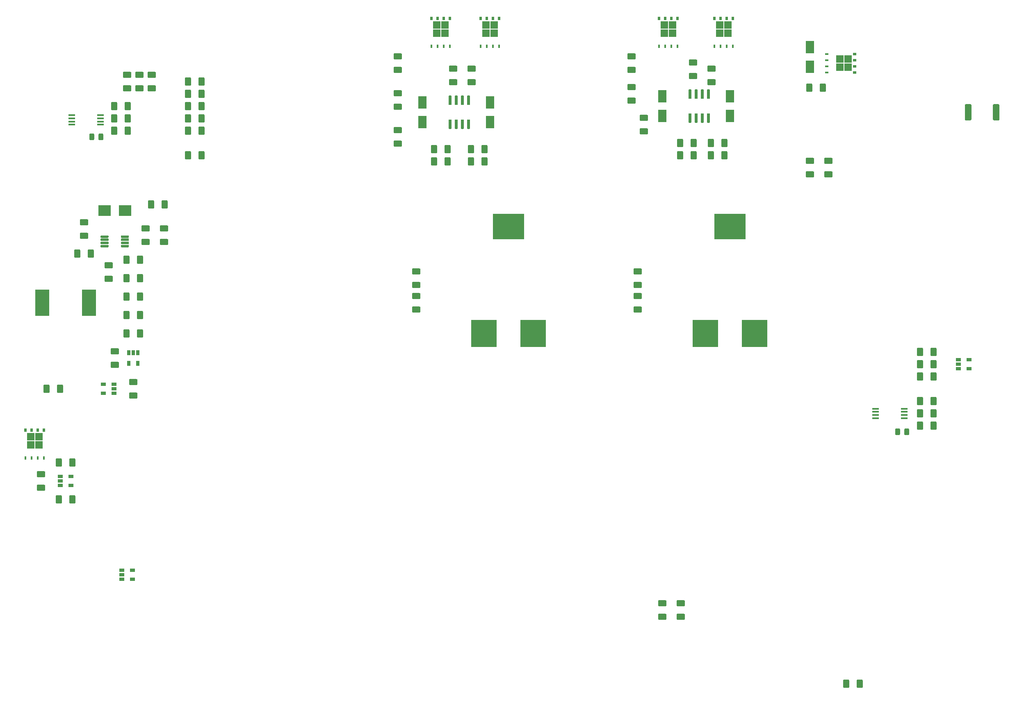
<source format=gbr>
G04 #@! TF.GenerationSoftware,KiCad,Pcbnew,5.1.5-1.fc30*
G04 #@! TF.CreationDate,2020-11-01T20:21:56-06:00*
G04 #@! TF.ProjectId,charger,63686172-6765-4722-9e6b-696361645f70,rev?*
G04 #@! TF.SameCoordinates,Original*
G04 #@! TF.FileFunction,Paste,Top*
G04 #@! TF.FilePolarity,Positive*
%FSLAX46Y46*%
G04 Gerber Fmt 4.6, Leading zero omitted, Abs format (unit mm)*
G04 Created by KiCad (PCBNEW 5.1.5-1.fc30) date 2020-11-01 20:21:56*
%MOMM*%
%LPD*%
G04 APERTURE LIST*
%ADD10C,0.100000*%
%ADD11R,1.060000X0.650000*%
%ADD12R,1.450000X0.450000*%
%ADD13R,0.650000X1.060000*%
%ADD14R,0.750000X0.500000*%
%ADD15R,1.500000X1.500000*%
%ADD16R,0.750000X0.400000*%
%ADD17R,0.500000X0.750000*%
%ADD18R,0.400000X0.750000*%
%ADD19R,2.900000X5.400000*%
%ADD20R,6.530000X5.280000*%
%ADD21R,5.330000X5.590000*%
%ADD22R,2.500000X2.300000*%
%ADD23R,1.800000X2.500000*%
G04 APERTURE END LIST*
D10*
G36*
X170829504Y-142756204D02*
G01*
X170853773Y-142759804D01*
X170877571Y-142765765D01*
X170900671Y-142774030D01*
X170922849Y-142784520D01*
X170943893Y-142797133D01*
X170963598Y-142811747D01*
X170981777Y-142828223D01*
X170998253Y-142846402D01*
X171012867Y-142866107D01*
X171025480Y-142887151D01*
X171035970Y-142909329D01*
X171044235Y-142932429D01*
X171050196Y-142956227D01*
X171053796Y-142980496D01*
X171055000Y-143005000D01*
X171055000Y-143755000D01*
X171053796Y-143779504D01*
X171050196Y-143803773D01*
X171044235Y-143827571D01*
X171035970Y-143850671D01*
X171025480Y-143872849D01*
X171012867Y-143893893D01*
X170998253Y-143913598D01*
X170981777Y-143931777D01*
X170963598Y-143948253D01*
X170943893Y-143962867D01*
X170922849Y-143975480D01*
X170900671Y-143985970D01*
X170877571Y-143994235D01*
X170853773Y-144000196D01*
X170829504Y-144003796D01*
X170805000Y-144005000D01*
X169555000Y-144005000D01*
X169530496Y-144003796D01*
X169506227Y-144000196D01*
X169482429Y-143994235D01*
X169459329Y-143985970D01*
X169437151Y-143975480D01*
X169416107Y-143962867D01*
X169396402Y-143948253D01*
X169378223Y-143931777D01*
X169361747Y-143913598D01*
X169347133Y-143893893D01*
X169334520Y-143872849D01*
X169324030Y-143850671D01*
X169315765Y-143827571D01*
X169309804Y-143803773D01*
X169306204Y-143779504D01*
X169305000Y-143755000D01*
X169305000Y-143005000D01*
X169306204Y-142980496D01*
X169309804Y-142956227D01*
X169315765Y-142932429D01*
X169324030Y-142909329D01*
X169334520Y-142887151D01*
X169347133Y-142866107D01*
X169361747Y-142846402D01*
X169378223Y-142828223D01*
X169396402Y-142811747D01*
X169416107Y-142797133D01*
X169437151Y-142784520D01*
X169459329Y-142774030D01*
X169482429Y-142765765D01*
X169506227Y-142759804D01*
X169530496Y-142756204D01*
X169555000Y-142755000D01*
X170805000Y-142755000D01*
X170829504Y-142756204D01*
G37*
G36*
X170829504Y-145556204D02*
G01*
X170853773Y-145559804D01*
X170877571Y-145565765D01*
X170900671Y-145574030D01*
X170922849Y-145584520D01*
X170943893Y-145597133D01*
X170963598Y-145611747D01*
X170981777Y-145628223D01*
X170998253Y-145646402D01*
X171012867Y-145666107D01*
X171025480Y-145687151D01*
X171035970Y-145709329D01*
X171044235Y-145732429D01*
X171050196Y-145756227D01*
X171053796Y-145780496D01*
X171055000Y-145805000D01*
X171055000Y-146555000D01*
X171053796Y-146579504D01*
X171050196Y-146603773D01*
X171044235Y-146627571D01*
X171035970Y-146650671D01*
X171025480Y-146672849D01*
X171012867Y-146693893D01*
X170998253Y-146713598D01*
X170981777Y-146731777D01*
X170963598Y-146748253D01*
X170943893Y-146762867D01*
X170922849Y-146775480D01*
X170900671Y-146785970D01*
X170877571Y-146794235D01*
X170853773Y-146800196D01*
X170829504Y-146803796D01*
X170805000Y-146805000D01*
X169555000Y-146805000D01*
X169530496Y-146803796D01*
X169506227Y-146800196D01*
X169482429Y-146794235D01*
X169459329Y-146785970D01*
X169437151Y-146775480D01*
X169416107Y-146762867D01*
X169396402Y-146748253D01*
X169378223Y-146731777D01*
X169361747Y-146713598D01*
X169347133Y-146693893D01*
X169334520Y-146672849D01*
X169324030Y-146650671D01*
X169315765Y-146627571D01*
X169309804Y-146603773D01*
X169306204Y-146579504D01*
X169305000Y-146555000D01*
X169305000Y-145805000D01*
X169306204Y-145780496D01*
X169309804Y-145756227D01*
X169315765Y-145732429D01*
X169324030Y-145709329D01*
X169334520Y-145687151D01*
X169347133Y-145666107D01*
X169361747Y-145646402D01*
X169378223Y-145628223D01*
X169396402Y-145611747D01*
X169416107Y-145597133D01*
X169437151Y-145584520D01*
X169459329Y-145574030D01*
X169482429Y-145565765D01*
X169506227Y-145559804D01*
X169530496Y-145556204D01*
X169555000Y-145555000D01*
X170805000Y-145555000D01*
X170829504Y-145556204D01*
G37*
G36*
X167019504Y-142756204D02*
G01*
X167043773Y-142759804D01*
X167067571Y-142765765D01*
X167090671Y-142774030D01*
X167112849Y-142784520D01*
X167133893Y-142797133D01*
X167153598Y-142811747D01*
X167171777Y-142828223D01*
X167188253Y-142846402D01*
X167202867Y-142866107D01*
X167215480Y-142887151D01*
X167225970Y-142909329D01*
X167234235Y-142932429D01*
X167240196Y-142956227D01*
X167243796Y-142980496D01*
X167245000Y-143005000D01*
X167245000Y-143755000D01*
X167243796Y-143779504D01*
X167240196Y-143803773D01*
X167234235Y-143827571D01*
X167225970Y-143850671D01*
X167215480Y-143872849D01*
X167202867Y-143893893D01*
X167188253Y-143913598D01*
X167171777Y-143931777D01*
X167153598Y-143948253D01*
X167133893Y-143962867D01*
X167112849Y-143975480D01*
X167090671Y-143985970D01*
X167067571Y-143994235D01*
X167043773Y-144000196D01*
X167019504Y-144003796D01*
X166995000Y-144005000D01*
X165745000Y-144005000D01*
X165720496Y-144003796D01*
X165696227Y-144000196D01*
X165672429Y-143994235D01*
X165649329Y-143985970D01*
X165627151Y-143975480D01*
X165606107Y-143962867D01*
X165586402Y-143948253D01*
X165568223Y-143931777D01*
X165551747Y-143913598D01*
X165537133Y-143893893D01*
X165524520Y-143872849D01*
X165514030Y-143850671D01*
X165505765Y-143827571D01*
X165499804Y-143803773D01*
X165496204Y-143779504D01*
X165495000Y-143755000D01*
X165495000Y-143005000D01*
X165496204Y-142980496D01*
X165499804Y-142956227D01*
X165505765Y-142932429D01*
X165514030Y-142909329D01*
X165524520Y-142887151D01*
X165537133Y-142866107D01*
X165551747Y-142846402D01*
X165568223Y-142828223D01*
X165586402Y-142811747D01*
X165606107Y-142797133D01*
X165627151Y-142784520D01*
X165649329Y-142774030D01*
X165672429Y-142765765D01*
X165696227Y-142759804D01*
X165720496Y-142756204D01*
X165745000Y-142755000D01*
X166995000Y-142755000D01*
X167019504Y-142756204D01*
G37*
G36*
X167019504Y-145556204D02*
G01*
X167043773Y-145559804D01*
X167067571Y-145565765D01*
X167090671Y-145574030D01*
X167112849Y-145584520D01*
X167133893Y-145597133D01*
X167153598Y-145611747D01*
X167171777Y-145628223D01*
X167188253Y-145646402D01*
X167202867Y-145666107D01*
X167215480Y-145687151D01*
X167225970Y-145709329D01*
X167234235Y-145732429D01*
X167240196Y-145756227D01*
X167243796Y-145780496D01*
X167245000Y-145805000D01*
X167245000Y-146555000D01*
X167243796Y-146579504D01*
X167240196Y-146603773D01*
X167234235Y-146627571D01*
X167225970Y-146650671D01*
X167215480Y-146672849D01*
X167202867Y-146693893D01*
X167188253Y-146713598D01*
X167171777Y-146731777D01*
X167153598Y-146748253D01*
X167133893Y-146762867D01*
X167112849Y-146775480D01*
X167090671Y-146785970D01*
X167067571Y-146794235D01*
X167043773Y-146800196D01*
X167019504Y-146803796D01*
X166995000Y-146805000D01*
X165745000Y-146805000D01*
X165720496Y-146803796D01*
X165696227Y-146800196D01*
X165672429Y-146794235D01*
X165649329Y-146785970D01*
X165627151Y-146775480D01*
X165606107Y-146762867D01*
X165586402Y-146748253D01*
X165568223Y-146731777D01*
X165551747Y-146713598D01*
X165537133Y-146693893D01*
X165524520Y-146672849D01*
X165514030Y-146650671D01*
X165505765Y-146627571D01*
X165499804Y-146603773D01*
X165496204Y-146579504D01*
X165495000Y-146555000D01*
X165495000Y-145805000D01*
X165496204Y-145780496D01*
X165499804Y-145756227D01*
X165505765Y-145732429D01*
X165514030Y-145709329D01*
X165524520Y-145687151D01*
X165537133Y-145666107D01*
X165551747Y-145646402D01*
X165568223Y-145628223D01*
X165586402Y-145611747D01*
X165606107Y-145597133D01*
X165627151Y-145584520D01*
X165649329Y-145574030D01*
X165672429Y-145565765D01*
X165696227Y-145559804D01*
X165720496Y-145556204D01*
X165745000Y-145555000D01*
X166995000Y-145555000D01*
X167019504Y-145556204D01*
G37*
D11*
X229700000Y-93030000D03*
X229700000Y-94930000D03*
X227500000Y-94930000D03*
X227500000Y-93980000D03*
X227500000Y-93030000D03*
X56980000Y-136530000D03*
X56980000Y-138430000D03*
X54780000Y-138430000D03*
X54780000Y-137480000D03*
X54780000Y-136530000D03*
D10*
G36*
X229959505Y-40236204D02*
G01*
X229983773Y-40239804D01*
X230007572Y-40245765D01*
X230030671Y-40254030D01*
X230052850Y-40264520D01*
X230073893Y-40277132D01*
X230093599Y-40291747D01*
X230111777Y-40308223D01*
X230128253Y-40326401D01*
X230142868Y-40346107D01*
X230155480Y-40367150D01*
X230165970Y-40389329D01*
X230174235Y-40412428D01*
X230180196Y-40436227D01*
X230183796Y-40460495D01*
X230185000Y-40484999D01*
X230185000Y-43335001D01*
X230183796Y-43359505D01*
X230180196Y-43383773D01*
X230174235Y-43407572D01*
X230165970Y-43430671D01*
X230155480Y-43452850D01*
X230142868Y-43473893D01*
X230128253Y-43493599D01*
X230111777Y-43511777D01*
X230093599Y-43528253D01*
X230073893Y-43542868D01*
X230052850Y-43555480D01*
X230030671Y-43565970D01*
X230007572Y-43574235D01*
X229983773Y-43580196D01*
X229959505Y-43583796D01*
X229935001Y-43585000D01*
X229084999Y-43585000D01*
X229060495Y-43583796D01*
X229036227Y-43580196D01*
X229012428Y-43574235D01*
X228989329Y-43565970D01*
X228967150Y-43555480D01*
X228946107Y-43542868D01*
X228926401Y-43528253D01*
X228908223Y-43511777D01*
X228891747Y-43493599D01*
X228877132Y-43473893D01*
X228864520Y-43452850D01*
X228854030Y-43430671D01*
X228845765Y-43407572D01*
X228839804Y-43383773D01*
X228836204Y-43359505D01*
X228835000Y-43335001D01*
X228835000Y-40484999D01*
X228836204Y-40460495D01*
X228839804Y-40436227D01*
X228845765Y-40412428D01*
X228854030Y-40389329D01*
X228864520Y-40367150D01*
X228877132Y-40346107D01*
X228891747Y-40326401D01*
X228908223Y-40308223D01*
X228926401Y-40291747D01*
X228946107Y-40277132D01*
X228967150Y-40264520D01*
X228989329Y-40254030D01*
X229012428Y-40245765D01*
X229036227Y-40239804D01*
X229060495Y-40236204D01*
X229084999Y-40235000D01*
X229935001Y-40235000D01*
X229959505Y-40236204D01*
G37*
G36*
X235759505Y-40236204D02*
G01*
X235783773Y-40239804D01*
X235807572Y-40245765D01*
X235830671Y-40254030D01*
X235852850Y-40264520D01*
X235873893Y-40277132D01*
X235893599Y-40291747D01*
X235911777Y-40308223D01*
X235928253Y-40326401D01*
X235942868Y-40346107D01*
X235955480Y-40367150D01*
X235965970Y-40389329D01*
X235974235Y-40412428D01*
X235980196Y-40436227D01*
X235983796Y-40460495D01*
X235985000Y-40484999D01*
X235985000Y-43335001D01*
X235983796Y-43359505D01*
X235980196Y-43383773D01*
X235974235Y-43407572D01*
X235965970Y-43430671D01*
X235955480Y-43452850D01*
X235942868Y-43473893D01*
X235928253Y-43493599D01*
X235911777Y-43511777D01*
X235893599Y-43528253D01*
X235873893Y-43542868D01*
X235852850Y-43555480D01*
X235830671Y-43565970D01*
X235807572Y-43574235D01*
X235783773Y-43580196D01*
X235759505Y-43583796D01*
X235735001Y-43585000D01*
X234884999Y-43585000D01*
X234860495Y-43583796D01*
X234836227Y-43580196D01*
X234812428Y-43574235D01*
X234789329Y-43565970D01*
X234767150Y-43555480D01*
X234746107Y-43542868D01*
X234726401Y-43528253D01*
X234708223Y-43511777D01*
X234691747Y-43493599D01*
X234677132Y-43473893D01*
X234664520Y-43452850D01*
X234654030Y-43430671D01*
X234645765Y-43407572D01*
X234639804Y-43383773D01*
X234636204Y-43359505D01*
X234635000Y-43335001D01*
X234635000Y-40484999D01*
X234636204Y-40460495D01*
X234639804Y-40436227D01*
X234645765Y-40412428D01*
X234654030Y-40389329D01*
X234664520Y-40367150D01*
X234677132Y-40346107D01*
X234691747Y-40326401D01*
X234708223Y-40308223D01*
X234726401Y-40291747D01*
X234746107Y-40277132D01*
X234767150Y-40264520D01*
X234789329Y-40254030D01*
X234812428Y-40245765D01*
X234836227Y-40239804D01*
X234860495Y-40236204D01*
X234884999Y-40235000D01*
X235735001Y-40235000D01*
X235759505Y-40236204D01*
G37*
D11*
X50970000Y-100010000D03*
X50970000Y-98110000D03*
X53170000Y-98110000D03*
X53170000Y-99060000D03*
X53170000Y-100010000D03*
D10*
G36*
X56152252Y-67355602D02*
G01*
X56164386Y-67357402D01*
X56176286Y-67360382D01*
X56187835Y-67364515D01*
X56198925Y-67369760D01*
X56209446Y-67376066D01*
X56219299Y-67383374D01*
X56228388Y-67391612D01*
X56236626Y-67400701D01*
X56243934Y-67410554D01*
X56250240Y-67421075D01*
X56255485Y-67432165D01*
X56259618Y-67443714D01*
X56262598Y-67455614D01*
X56264398Y-67467748D01*
X56265000Y-67480000D01*
X56265000Y-67730000D01*
X56264398Y-67742252D01*
X56262598Y-67754386D01*
X56259618Y-67766286D01*
X56255485Y-67777835D01*
X56250240Y-67788925D01*
X56243934Y-67799446D01*
X56236626Y-67809299D01*
X56228388Y-67818388D01*
X56219299Y-67826626D01*
X56209446Y-67833934D01*
X56198925Y-67840240D01*
X56187835Y-67845485D01*
X56176286Y-67849618D01*
X56164386Y-67852598D01*
X56152252Y-67854398D01*
X56140000Y-67855000D01*
X54765000Y-67855000D01*
X54752748Y-67854398D01*
X54740614Y-67852598D01*
X54728714Y-67849618D01*
X54717165Y-67845485D01*
X54706075Y-67840240D01*
X54695554Y-67833934D01*
X54685701Y-67826626D01*
X54676612Y-67818388D01*
X54668374Y-67809299D01*
X54661066Y-67799446D01*
X54654760Y-67788925D01*
X54649515Y-67777835D01*
X54645382Y-67766286D01*
X54642402Y-67754386D01*
X54640602Y-67742252D01*
X54640000Y-67730000D01*
X54640000Y-67480000D01*
X54640602Y-67467748D01*
X54642402Y-67455614D01*
X54645382Y-67443714D01*
X54649515Y-67432165D01*
X54654760Y-67421075D01*
X54661066Y-67410554D01*
X54668374Y-67400701D01*
X54676612Y-67391612D01*
X54685701Y-67383374D01*
X54695554Y-67376066D01*
X54706075Y-67369760D01*
X54717165Y-67364515D01*
X54728714Y-67360382D01*
X54740614Y-67357402D01*
X54752748Y-67355602D01*
X54765000Y-67355000D01*
X56140000Y-67355000D01*
X56152252Y-67355602D01*
G37*
G36*
X56152252Y-68005602D02*
G01*
X56164386Y-68007402D01*
X56176286Y-68010382D01*
X56187835Y-68014515D01*
X56198925Y-68019760D01*
X56209446Y-68026066D01*
X56219299Y-68033374D01*
X56228388Y-68041612D01*
X56236626Y-68050701D01*
X56243934Y-68060554D01*
X56250240Y-68071075D01*
X56255485Y-68082165D01*
X56259618Y-68093714D01*
X56262598Y-68105614D01*
X56264398Y-68117748D01*
X56265000Y-68130000D01*
X56265000Y-68380000D01*
X56264398Y-68392252D01*
X56262598Y-68404386D01*
X56259618Y-68416286D01*
X56255485Y-68427835D01*
X56250240Y-68438925D01*
X56243934Y-68449446D01*
X56236626Y-68459299D01*
X56228388Y-68468388D01*
X56219299Y-68476626D01*
X56209446Y-68483934D01*
X56198925Y-68490240D01*
X56187835Y-68495485D01*
X56176286Y-68499618D01*
X56164386Y-68502598D01*
X56152252Y-68504398D01*
X56140000Y-68505000D01*
X54765000Y-68505000D01*
X54752748Y-68504398D01*
X54740614Y-68502598D01*
X54728714Y-68499618D01*
X54717165Y-68495485D01*
X54706075Y-68490240D01*
X54695554Y-68483934D01*
X54685701Y-68476626D01*
X54676612Y-68468388D01*
X54668374Y-68459299D01*
X54661066Y-68449446D01*
X54654760Y-68438925D01*
X54649515Y-68427835D01*
X54645382Y-68416286D01*
X54642402Y-68404386D01*
X54640602Y-68392252D01*
X54640000Y-68380000D01*
X54640000Y-68130000D01*
X54640602Y-68117748D01*
X54642402Y-68105614D01*
X54645382Y-68093714D01*
X54649515Y-68082165D01*
X54654760Y-68071075D01*
X54661066Y-68060554D01*
X54668374Y-68050701D01*
X54676612Y-68041612D01*
X54685701Y-68033374D01*
X54695554Y-68026066D01*
X54706075Y-68019760D01*
X54717165Y-68014515D01*
X54728714Y-68010382D01*
X54740614Y-68007402D01*
X54752748Y-68005602D01*
X54765000Y-68005000D01*
X56140000Y-68005000D01*
X56152252Y-68005602D01*
G37*
G36*
X56152252Y-68655602D02*
G01*
X56164386Y-68657402D01*
X56176286Y-68660382D01*
X56187835Y-68664515D01*
X56198925Y-68669760D01*
X56209446Y-68676066D01*
X56219299Y-68683374D01*
X56228388Y-68691612D01*
X56236626Y-68700701D01*
X56243934Y-68710554D01*
X56250240Y-68721075D01*
X56255485Y-68732165D01*
X56259618Y-68743714D01*
X56262598Y-68755614D01*
X56264398Y-68767748D01*
X56265000Y-68780000D01*
X56265000Y-69030000D01*
X56264398Y-69042252D01*
X56262598Y-69054386D01*
X56259618Y-69066286D01*
X56255485Y-69077835D01*
X56250240Y-69088925D01*
X56243934Y-69099446D01*
X56236626Y-69109299D01*
X56228388Y-69118388D01*
X56219299Y-69126626D01*
X56209446Y-69133934D01*
X56198925Y-69140240D01*
X56187835Y-69145485D01*
X56176286Y-69149618D01*
X56164386Y-69152598D01*
X56152252Y-69154398D01*
X56140000Y-69155000D01*
X54765000Y-69155000D01*
X54752748Y-69154398D01*
X54740614Y-69152598D01*
X54728714Y-69149618D01*
X54717165Y-69145485D01*
X54706075Y-69140240D01*
X54695554Y-69133934D01*
X54685701Y-69126626D01*
X54676612Y-69118388D01*
X54668374Y-69109299D01*
X54661066Y-69099446D01*
X54654760Y-69088925D01*
X54649515Y-69077835D01*
X54645382Y-69066286D01*
X54642402Y-69054386D01*
X54640602Y-69042252D01*
X54640000Y-69030000D01*
X54640000Y-68780000D01*
X54640602Y-68767748D01*
X54642402Y-68755614D01*
X54645382Y-68743714D01*
X54649515Y-68732165D01*
X54654760Y-68721075D01*
X54661066Y-68710554D01*
X54668374Y-68700701D01*
X54676612Y-68691612D01*
X54685701Y-68683374D01*
X54695554Y-68676066D01*
X54706075Y-68669760D01*
X54717165Y-68664515D01*
X54728714Y-68660382D01*
X54740614Y-68657402D01*
X54752748Y-68655602D01*
X54765000Y-68655000D01*
X56140000Y-68655000D01*
X56152252Y-68655602D01*
G37*
G36*
X56152252Y-69305602D02*
G01*
X56164386Y-69307402D01*
X56176286Y-69310382D01*
X56187835Y-69314515D01*
X56198925Y-69319760D01*
X56209446Y-69326066D01*
X56219299Y-69333374D01*
X56228388Y-69341612D01*
X56236626Y-69350701D01*
X56243934Y-69360554D01*
X56250240Y-69371075D01*
X56255485Y-69382165D01*
X56259618Y-69393714D01*
X56262598Y-69405614D01*
X56264398Y-69417748D01*
X56265000Y-69430000D01*
X56265000Y-69680000D01*
X56264398Y-69692252D01*
X56262598Y-69704386D01*
X56259618Y-69716286D01*
X56255485Y-69727835D01*
X56250240Y-69738925D01*
X56243934Y-69749446D01*
X56236626Y-69759299D01*
X56228388Y-69768388D01*
X56219299Y-69776626D01*
X56209446Y-69783934D01*
X56198925Y-69790240D01*
X56187835Y-69795485D01*
X56176286Y-69799618D01*
X56164386Y-69802598D01*
X56152252Y-69804398D01*
X56140000Y-69805000D01*
X54765000Y-69805000D01*
X54752748Y-69804398D01*
X54740614Y-69802598D01*
X54728714Y-69799618D01*
X54717165Y-69795485D01*
X54706075Y-69790240D01*
X54695554Y-69783934D01*
X54685701Y-69776626D01*
X54676612Y-69768388D01*
X54668374Y-69759299D01*
X54661066Y-69749446D01*
X54654760Y-69738925D01*
X54649515Y-69727835D01*
X54645382Y-69716286D01*
X54642402Y-69704386D01*
X54640602Y-69692252D01*
X54640000Y-69680000D01*
X54640000Y-69430000D01*
X54640602Y-69417748D01*
X54642402Y-69405614D01*
X54645382Y-69393714D01*
X54649515Y-69382165D01*
X54654760Y-69371075D01*
X54661066Y-69360554D01*
X54668374Y-69350701D01*
X54676612Y-69341612D01*
X54685701Y-69333374D01*
X54695554Y-69326066D01*
X54706075Y-69319760D01*
X54717165Y-69314515D01*
X54728714Y-69310382D01*
X54740614Y-69307402D01*
X54752748Y-69305602D01*
X54765000Y-69305000D01*
X56140000Y-69305000D01*
X56152252Y-69305602D01*
G37*
G36*
X51927252Y-69305602D02*
G01*
X51939386Y-69307402D01*
X51951286Y-69310382D01*
X51962835Y-69314515D01*
X51973925Y-69319760D01*
X51984446Y-69326066D01*
X51994299Y-69333374D01*
X52003388Y-69341612D01*
X52011626Y-69350701D01*
X52018934Y-69360554D01*
X52025240Y-69371075D01*
X52030485Y-69382165D01*
X52034618Y-69393714D01*
X52037598Y-69405614D01*
X52039398Y-69417748D01*
X52040000Y-69430000D01*
X52040000Y-69680000D01*
X52039398Y-69692252D01*
X52037598Y-69704386D01*
X52034618Y-69716286D01*
X52030485Y-69727835D01*
X52025240Y-69738925D01*
X52018934Y-69749446D01*
X52011626Y-69759299D01*
X52003388Y-69768388D01*
X51994299Y-69776626D01*
X51984446Y-69783934D01*
X51973925Y-69790240D01*
X51962835Y-69795485D01*
X51951286Y-69799618D01*
X51939386Y-69802598D01*
X51927252Y-69804398D01*
X51915000Y-69805000D01*
X50540000Y-69805000D01*
X50527748Y-69804398D01*
X50515614Y-69802598D01*
X50503714Y-69799618D01*
X50492165Y-69795485D01*
X50481075Y-69790240D01*
X50470554Y-69783934D01*
X50460701Y-69776626D01*
X50451612Y-69768388D01*
X50443374Y-69759299D01*
X50436066Y-69749446D01*
X50429760Y-69738925D01*
X50424515Y-69727835D01*
X50420382Y-69716286D01*
X50417402Y-69704386D01*
X50415602Y-69692252D01*
X50415000Y-69680000D01*
X50415000Y-69430000D01*
X50415602Y-69417748D01*
X50417402Y-69405614D01*
X50420382Y-69393714D01*
X50424515Y-69382165D01*
X50429760Y-69371075D01*
X50436066Y-69360554D01*
X50443374Y-69350701D01*
X50451612Y-69341612D01*
X50460701Y-69333374D01*
X50470554Y-69326066D01*
X50481075Y-69319760D01*
X50492165Y-69314515D01*
X50503714Y-69310382D01*
X50515614Y-69307402D01*
X50527748Y-69305602D01*
X50540000Y-69305000D01*
X51915000Y-69305000D01*
X51927252Y-69305602D01*
G37*
G36*
X51927252Y-68655602D02*
G01*
X51939386Y-68657402D01*
X51951286Y-68660382D01*
X51962835Y-68664515D01*
X51973925Y-68669760D01*
X51984446Y-68676066D01*
X51994299Y-68683374D01*
X52003388Y-68691612D01*
X52011626Y-68700701D01*
X52018934Y-68710554D01*
X52025240Y-68721075D01*
X52030485Y-68732165D01*
X52034618Y-68743714D01*
X52037598Y-68755614D01*
X52039398Y-68767748D01*
X52040000Y-68780000D01*
X52040000Y-69030000D01*
X52039398Y-69042252D01*
X52037598Y-69054386D01*
X52034618Y-69066286D01*
X52030485Y-69077835D01*
X52025240Y-69088925D01*
X52018934Y-69099446D01*
X52011626Y-69109299D01*
X52003388Y-69118388D01*
X51994299Y-69126626D01*
X51984446Y-69133934D01*
X51973925Y-69140240D01*
X51962835Y-69145485D01*
X51951286Y-69149618D01*
X51939386Y-69152598D01*
X51927252Y-69154398D01*
X51915000Y-69155000D01*
X50540000Y-69155000D01*
X50527748Y-69154398D01*
X50515614Y-69152598D01*
X50503714Y-69149618D01*
X50492165Y-69145485D01*
X50481075Y-69140240D01*
X50470554Y-69133934D01*
X50460701Y-69126626D01*
X50451612Y-69118388D01*
X50443374Y-69109299D01*
X50436066Y-69099446D01*
X50429760Y-69088925D01*
X50424515Y-69077835D01*
X50420382Y-69066286D01*
X50417402Y-69054386D01*
X50415602Y-69042252D01*
X50415000Y-69030000D01*
X50415000Y-68780000D01*
X50415602Y-68767748D01*
X50417402Y-68755614D01*
X50420382Y-68743714D01*
X50424515Y-68732165D01*
X50429760Y-68721075D01*
X50436066Y-68710554D01*
X50443374Y-68700701D01*
X50451612Y-68691612D01*
X50460701Y-68683374D01*
X50470554Y-68676066D01*
X50481075Y-68669760D01*
X50492165Y-68664515D01*
X50503714Y-68660382D01*
X50515614Y-68657402D01*
X50527748Y-68655602D01*
X50540000Y-68655000D01*
X51915000Y-68655000D01*
X51927252Y-68655602D01*
G37*
G36*
X51927252Y-68005602D02*
G01*
X51939386Y-68007402D01*
X51951286Y-68010382D01*
X51962835Y-68014515D01*
X51973925Y-68019760D01*
X51984446Y-68026066D01*
X51994299Y-68033374D01*
X52003388Y-68041612D01*
X52011626Y-68050701D01*
X52018934Y-68060554D01*
X52025240Y-68071075D01*
X52030485Y-68082165D01*
X52034618Y-68093714D01*
X52037598Y-68105614D01*
X52039398Y-68117748D01*
X52040000Y-68130000D01*
X52040000Y-68380000D01*
X52039398Y-68392252D01*
X52037598Y-68404386D01*
X52034618Y-68416286D01*
X52030485Y-68427835D01*
X52025240Y-68438925D01*
X52018934Y-68449446D01*
X52011626Y-68459299D01*
X52003388Y-68468388D01*
X51994299Y-68476626D01*
X51984446Y-68483934D01*
X51973925Y-68490240D01*
X51962835Y-68495485D01*
X51951286Y-68499618D01*
X51939386Y-68502598D01*
X51927252Y-68504398D01*
X51915000Y-68505000D01*
X50540000Y-68505000D01*
X50527748Y-68504398D01*
X50515614Y-68502598D01*
X50503714Y-68499618D01*
X50492165Y-68495485D01*
X50481075Y-68490240D01*
X50470554Y-68483934D01*
X50460701Y-68476626D01*
X50451612Y-68468388D01*
X50443374Y-68459299D01*
X50436066Y-68449446D01*
X50429760Y-68438925D01*
X50424515Y-68427835D01*
X50420382Y-68416286D01*
X50417402Y-68404386D01*
X50415602Y-68392252D01*
X50415000Y-68380000D01*
X50415000Y-68130000D01*
X50415602Y-68117748D01*
X50417402Y-68105614D01*
X50420382Y-68093714D01*
X50424515Y-68082165D01*
X50429760Y-68071075D01*
X50436066Y-68060554D01*
X50443374Y-68050701D01*
X50451612Y-68041612D01*
X50460701Y-68033374D01*
X50470554Y-68026066D01*
X50481075Y-68019760D01*
X50492165Y-68014515D01*
X50503714Y-68010382D01*
X50515614Y-68007402D01*
X50527748Y-68005602D01*
X50540000Y-68005000D01*
X51915000Y-68005000D01*
X51927252Y-68005602D01*
G37*
G36*
X51927252Y-67355602D02*
G01*
X51939386Y-67357402D01*
X51951286Y-67360382D01*
X51962835Y-67364515D01*
X51973925Y-67369760D01*
X51984446Y-67376066D01*
X51994299Y-67383374D01*
X52003388Y-67391612D01*
X52011626Y-67400701D01*
X52018934Y-67410554D01*
X52025240Y-67421075D01*
X52030485Y-67432165D01*
X52034618Y-67443714D01*
X52037598Y-67455614D01*
X52039398Y-67467748D01*
X52040000Y-67480000D01*
X52040000Y-67730000D01*
X52039398Y-67742252D01*
X52037598Y-67754386D01*
X52034618Y-67766286D01*
X52030485Y-67777835D01*
X52025240Y-67788925D01*
X52018934Y-67799446D01*
X52011626Y-67809299D01*
X52003388Y-67818388D01*
X51994299Y-67826626D01*
X51984446Y-67833934D01*
X51973925Y-67840240D01*
X51962835Y-67845485D01*
X51951286Y-67849618D01*
X51939386Y-67852598D01*
X51927252Y-67854398D01*
X51915000Y-67855000D01*
X50540000Y-67855000D01*
X50527748Y-67854398D01*
X50515614Y-67852598D01*
X50503714Y-67849618D01*
X50492165Y-67845485D01*
X50481075Y-67840240D01*
X50470554Y-67833934D01*
X50460701Y-67826626D01*
X50451612Y-67818388D01*
X50443374Y-67809299D01*
X50436066Y-67799446D01*
X50429760Y-67788925D01*
X50424515Y-67777835D01*
X50420382Y-67766286D01*
X50417402Y-67754386D01*
X50415602Y-67742252D01*
X50415000Y-67730000D01*
X50415000Y-67480000D01*
X50415602Y-67467748D01*
X50417402Y-67455614D01*
X50420382Y-67443714D01*
X50424515Y-67432165D01*
X50429760Y-67421075D01*
X50436066Y-67410554D01*
X50443374Y-67400701D01*
X50451612Y-67391612D01*
X50460701Y-67383374D01*
X50470554Y-67376066D01*
X50481075Y-67369760D01*
X50492165Y-67364515D01*
X50503714Y-67360382D01*
X50515614Y-67357402D01*
X50527748Y-67355602D01*
X50540000Y-67355000D01*
X51915000Y-67355000D01*
X51927252Y-67355602D01*
G37*
D12*
X216310000Y-103165000D03*
X216310000Y-103815000D03*
X216310000Y-104465000D03*
X216310000Y-105115000D03*
X210410000Y-105115000D03*
X210410000Y-104465000D03*
X210410000Y-103815000D03*
X210410000Y-103165000D03*
D10*
G36*
X172249703Y-37190722D02*
G01*
X172264264Y-37192882D01*
X172278543Y-37196459D01*
X172292403Y-37201418D01*
X172305710Y-37207712D01*
X172318336Y-37215280D01*
X172330159Y-37224048D01*
X172341066Y-37233934D01*
X172350952Y-37244841D01*
X172359720Y-37256664D01*
X172367288Y-37269290D01*
X172373582Y-37282597D01*
X172378541Y-37296457D01*
X172382118Y-37310736D01*
X172384278Y-37325297D01*
X172385000Y-37340000D01*
X172385000Y-38990000D01*
X172384278Y-39004703D01*
X172382118Y-39019264D01*
X172378541Y-39033543D01*
X172373582Y-39047403D01*
X172367288Y-39060710D01*
X172359720Y-39073336D01*
X172350952Y-39085159D01*
X172341066Y-39096066D01*
X172330159Y-39105952D01*
X172318336Y-39114720D01*
X172305710Y-39122288D01*
X172292403Y-39128582D01*
X172278543Y-39133541D01*
X172264264Y-39137118D01*
X172249703Y-39139278D01*
X172235000Y-39140000D01*
X171935000Y-39140000D01*
X171920297Y-39139278D01*
X171905736Y-39137118D01*
X171891457Y-39133541D01*
X171877597Y-39128582D01*
X171864290Y-39122288D01*
X171851664Y-39114720D01*
X171839841Y-39105952D01*
X171828934Y-39096066D01*
X171819048Y-39085159D01*
X171810280Y-39073336D01*
X171802712Y-39060710D01*
X171796418Y-39047403D01*
X171791459Y-39033543D01*
X171787882Y-39019264D01*
X171785722Y-39004703D01*
X171785000Y-38990000D01*
X171785000Y-37340000D01*
X171785722Y-37325297D01*
X171787882Y-37310736D01*
X171791459Y-37296457D01*
X171796418Y-37282597D01*
X171802712Y-37269290D01*
X171810280Y-37256664D01*
X171819048Y-37244841D01*
X171828934Y-37233934D01*
X171839841Y-37224048D01*
X171851664Y-37215280D01*
X171864290Y-37207712D01*
X171877597Y-37201418D01*
X171891457Y-37196459D01*
X171905736Y-37192882D01*
X171920297Y-37190722D01*
X171935000Y-37190000D01*
X172235000Y-37190000D01*
X172249703Y-37190722D01*
G37*
G36*
X173519703Y-37190722D02*
G01*
X173534264Y-37192882D01*
X173548543Y-37196459D01*
X173562403Y-37201418D01*
X173575710Y-37207712D01*
X173588336Y-37215280D01*
X173600159Y-37224048D01*
X173611066Y-37233934D01*
X173620952Y-37244841D01*
X173629720Y-37256664D01*
X173637288Y-37269290D01*
X173643582Y-37282597D01*
X173648541Y-37296457D01*
X173652118Y-37310736D01*
X173654278Y-37325297D01*
X173655000Y-37340000D01*
X173655000Y-38990000D01*
X173654278Y-39004703D01*
X173652118Y-39019264D01*
X173648541Y-39033543D01*
X173643582Y-39047403D01*
X173637288Y-39060710D01*
X173629720Y-39073336D01*
X173620952Y-39085159D01*
X173611066Y-39096066D01*
X173600159Y-39105952D01*
X173588336Y-39114720D01*
X173575710Y-39122288D01*
X173562403Y-39128582D01*
X173548543Y-39133541D01*
X173534264Y-39137118D01*
X173519703Y-39139278D01*
X173505000Y-39140000D01*
X173205000Y-39140000D01*
X173190297Y-39139278D01*
X173175736Y-39137118D01*
X173161457Y-39133541D01*
X173147597Y-39128582D01*
X173134290Y-39122288D01*
X173121664Y-39114720D01*
X173109841Y-39105952D01*
X173098934Y-39096066D01*
X173089048Y-39085159D01*
X173080280Y-39073336D01*
X173072712Y-39060710D01*
X173066418Y-39047403D01*
X173061459Y-39033543D01*
X173057882Y-39019264D01*
X173055722Y-39004703D01*
X173055000Y-38990000D01*
X173055000Y-37340000D01*
X173055722Y-37325297D01*
X173057882Y-37310736D01*
X173061459Y-37296457D01*
X173066418Y-37282597D01*
X173072712Y-37269290D01*
X173080280Y-37256664D01*
X173089048Y-37244841D01*
X173098934Y-37233934D01*
X173109841Y-37224048D01*
X173121664Y-37215280D01*
X173134290Y-37207712D01*
X173147597Y-37201418D01*
X173161457Y-37196459D01*
X173175736Y-37192882D01*
X173190297Y-37190722D01*
X173205000Y-37190000D01*
X173505000Y-37190000D01*
X173519703Y-37190722D01*
G37*
G36*
X174789703Y-37190722D02*
G01*
X174804264Y-37192882D01*
X174818543Y-37196459D01*
X174832403Y-37201418D01*
X174845710Y-37207712D01*
X174858336Y-37215280D01*
X174870159Y-37224048D01*
X174881066Y-37233934D01*
X174890952Y-37244841D01*
X174899720Y-37256664D01*
X174907288Y-37269290D01*
X174913582Y-37282597D01*
X174918541Y-37296457D01*
X174922118Y-37310736D01*
X174924278Y-37325297D01*
X174925000Y-37340000D01*
X174925000Y-38990000D01*
X174924278Y-39004703D01*
X174922118Y-39019264D01*
X174918541Y-39033543D01*
X174913582Y-39047403D01*
X174907288Y-39060710D01*
X174899720Y-39073336D01*
X174890952Y-39085159D01*
X174881066Y-39096066D01*
X174870159Y-39105952D01*
X174858336Y-39114720D01*
X174845710Y-39122288D01*
X174832403Y-39128582D01*
X174818543Y-39133541D01*
X174804264Y-39137118D01*
X174789703Y-39139278D01*
X174775000Y-39140000D01*
X174475000Y-39140000D01*
X174460297Y-39139278D01*
X174445736Y-39137118D01*
X174431457Y-39133541D01*
X174417597Y-39128582D01*
X174404290Y-39122288D01*
X174391664Y-39114720D01*
X174379841Y-39105952D01*
X174368934Y-39096066D01*
X174359048Y-39085159D01*
X174350280Y-39073336D01*
X174342712Y-39060710D01*
X174336418Y-39047403D01*
X174331459Y-39033543D01*
X174327882Y-39019264D01*
X174325722Y-39004703D01*
X174325000Y-38990000D01*
X174325000Y-37340000D01*
X174325722Y-37325297D01*
X174327882Y-37310736D01*
X174331459Y-37296457D01*
X174336418Y-37282597D01*
X174342712Y-37269290D01*
X174350280Y-37256664D01*
X174359048Y-37244841D01*
X174368934Y-37233934D01*
X174379841Y-37224048D01*
X174391664Y-37215280D01*
X174404290Y-37207712D01*
X174417597Y-37201418D01*
X174431457Y-37196459D01*
X174445736Y-37192882D01*
X174460297Y-37190722D01*
X174475000Y-37190000D01*
X174775000Y-37190000D01*
X174789703Y-37190722D01*
G37*
G36*
X176059703Y-37190722D02*
G01*
X176074264Y-37192882D01*
X176088543Y-37196459D01*
X176102403Y-37201418D01*
X176115710Y-37207712D01*
X176128336Y-37215280D01*
X176140159Y-37224048D01*
X176151066Y-37233934D01*
X176160952Y-37244841D01*
X176169720Y-37256664D01*
X176177288Y-37269290D01*
X176183582Y-37282597D01*
X176188541Y-37296457D01*
X176192118Y-37310736D01*
X176194278Y-37325297D01*
X176195000Y-37340000D01*
X176195000Y-38990000D01*
X176194278Y-39004703D01*
X176192118Y-39019264D01*
X176188541Y-39033543D01*
X176183582Y-39047403D01*
X176177288Y-39060710D01*
X176169720Y-39073336D01*
X176160952Y-39085159D01*
X176151066Y-39096066D01*
X176140159Y-39105952D01*
X176128336Y-39114720D01*
X176115710Y-39122288D01*
X176102403Y-39128582D01*
X176088543Y-39133541D01*
X176074264Y-39137118D01*
X176059703Y-39139278D01*
X176045000Y-39140000D01*
X175745000Y-39140000D01*
X175730297Y-39139278D01*
X175715736Y-39137118D01*
X175701457Y-39133541D01*
X175687597Y-39128582D01*
X175674290Y-39122288D01*
X175661664Y-39114720D01*
X175649841Y-39105952D01*
X175638934Y-39096066D01*
X175629048Y-39085159D01*
X175620280Y-39073336D01*
X175612712Y-39060710D01*
X175606418Y-39047403D01*
X175601459Y-39033543D01*
X175597882Y-39019264D01*
X175595722Y-39004703D01*
X175595000Y-38990000D01*
X175595000Y-37340000D01*
X175595722Y-37325297D01*
X175597882Y-37310736D01*
X175601459Y-37296457D01*
X175606418Y-37282597D01*
X175612712Y-37269290D01*
X175620280Y-37256664D01*
X175629048Y-37244841D01*
X175638934Y-37233934D01*
X175649841Y-37224048D01*
X175661664Y-37215280D01*
X175674290Y-37207712D01*
X175687597Y-37201418D01*
X175701457Y-37196459D01*
X175715736Y-37192882D01*
X175730297Y-37190722D01*
X175745000Y-37190000D01*
X176045000Y-37190000D01*
X176059703Y-37190722D01*
G37*
G36*
X176059703Y-42140722D02*
G01*
X176074264Y-42142882D01*
X176088543Y-42146459D01*
X176102403Y-42151418D01*
X176115710Y-42157712D01*
X176128336Y-42165280D01*
X176140159Y-42174048D01*
X176151066Y-42183934D01*
X176160952Y-42194841D01*
X176169720Y-42206664D01*
X176177288Y-42219290D01*
X176183582Y-42232597D01*
X176188541Y-42246457D01*
X176192118Y-42260736D01*
X176194278Y-42275297D01*
X176195000Y-42290000D01*
X176195000Y-43940000D01*
X176194278Y-43954703D01*
X176192118Y-43969264D01*
X176188541Y-43983543D01*
X176183582Y-43997403D01*
X176177288Y-44010710D01*
X176169720Y-44023336D01*
X176160952Y-44035159D01*
X176151066Y-44046066D01*
X176140159Y-44055952D01*
X176128336Y-44064720D01*
X176115710Y-44072288D01*
X176102403Y-44078582D01*
X176088543Y-44083541D01*
X176074264Y-44087118D01*
X176059703Y-44089278D01*
X176045000Y-44090000D01*
X175745000Y-44090000D01*
X175730297Y-44089278D01*
X175715736Y-44087118D01*
X175701457Y-44083541D01*
X175687597Y-44078582D01*
X175674290Y-44072288D01*
X175661664Y-44064720D01*
X175649841Y-44055952D01*
X175638934Y-44046066D01*
X175629048Y-44035159D01*
X175620280Y-44023336D01*
X175612712Y-44010710D01*
X175606418Y-43997403D01*
X175601459Y-43983543D01*
X175597882Y-43969264D01*
X175595722Y-43954703D01*
X175595000Y-43940000D01*
X175595000Y-42290000D01*
X175595722Y-42275297D01*
X175597882Y-42260736D01*
X175601459Y-42246457D01*
X175606418Y-42232597D01*
X175612712Y-42219290D01*
X175620280Y-42206664D01*
X175629048Y-42194841D01*
X175638934Y-42183934D01*
X175649841Y-42174048D01*
X175661664Y-42165280D01*
X175674290Y-42157712D01*
X175687597Y-42151418D01*
X175701457Y-42146459D01*
X175715736Y-42142882D01*
X175730297Y-42140722D01*
X175745000Y-42140000D01*
X176045000Y-42140000D01*
X176059703Y-42140722D01*
G37*
G36*
X174789703Y-42140722D02*
G01*
X174804264Y-42142882D01*
X174818543Y-42146459D01*
X174832403Y-42151418D01*
X174845710Y-42157712D01*
X174858336Y-42165280D01*
X174870159Y-42174048D01*
X174881066Y-42183934D01*
X174890952Y-42194841D01*
X174899720Y-42206664D01*
X174907288Y-42219290D01*
X174913582Y-42232597D01*
X174918541Y-42246457D01*
X174922118Y-42260736D01*
X174924278Y-42275297D01*
X174925000Y-42290000D01*
X174925000Y-43940000D01*
X174924278Y-43954703D01*
X174922118Y-43969264D01*
X174918541Y-43983543D01*
X174913582Y-43997403D01*
X174907288Y-44010710D01*
X174899720Y-44023336D01*
X174890952Y-44035159D01*
X174881066Y-44046066D01*
X174870159Y-44055952D01*
X174858336Y-44064720D01*
X174845710Y-44072288D01*
X174832403Y-44078582D01*
X174818543Y-44083541D01*
X174804264Y-44087118D01*
X174789703Y-44089278D01*
X174775000Y-44090000D01*
X174475000Y-44090000D01*
X174460297Y-44089278D01*
X174445736Y-44087118D01*
X174431457Y-44083541D01*
X174417597Y-44078582D01*
X174404290Y-44072288D01*
X174391664Y-44064720D01*
X174379841Y-44055952D01*
X174368934Y-44046066D01*
X174359048Y-44035159D01*
X174350280Y-44023336D01*
X174342712Y-44010710D01*
X174336418Y-43997403D01*
X174331459Y-43983543D01*
X174327882Y-43969264D01*
X174325722Y-43954703D01*
X174325000Y-43940000D01*
X174325000Y-42290000D01*
X174325722Y-42275297D01*
X174327882Y-42260736D01*
X174331459Y-42246457D01*
X174336418Y-42232597D01*
X174342712Y-42219290D01*
X174350280Y-42206664D01*
X174359048Y-42194841D01*
X174368934Y-42183934D01*
X174379841Y-42174048D01*
X174391664Y-42165280D01*
X174404290Y-42157712D01*
X174417597Y-42151418D01*
X174431457Y-42146459D01*
X174445736Y-42142882D01*
X174460297Y-42140722D01*
X174475000Y-42140000D01*
X174775000Y-42140000D01*
X174789703Y-42140722D01*
G37*
G36*
X173519703Y-42140722D02*
G01*
X173534264Y-42142882D01*
X173548543Y-42146459D01*
X173562403Y-42151418D01*
X173575710Y-42157712D01*
X173588336Y-42165280D01*
X173600159Y-42174048D01*
X173611066Y-42183934D01*
X173620952Y-42194841D01*
X173629720Y-42206664D01*
X173637288Y-42219290D01*
X173643582Y-42232597D01*
X173648541Y-42246457D01*
X173652118Y-42260736D01*
X173654278Y-42275297D01*
X173655000Y-42290000D01*
X173655000Y-43940000D01*
X173654278Y-43954703D01*
X173652118Y-43969264D01*
X173648541Y-43983543D01*
X173643582Y-43997403D01*
X173637288Y-44010710D01*
X173629720Y-44023336D01*
X173620952Y-44035159D01*
X173611066Y-44046066D01*
X173600159Y-44055952D01*
X173588336Y-44064720D01*
X173575710Y-44072288D01*
X173562403Y-44078582D01*
X173548543Y-44083541D01*
X173534264Y-44087118D01*
X173519703Y-44089278D01*
X173505000Y-44090000D01*
X173205000Y-44090000D01*
X173190297Y-44089278D01*
X173175736Y-44087118D01*
X173161457Y-44083541D01*
X173147597Y-44078582D01*
X173134290Y-44072288D01*
X173121664Y-44064720D01*
X173109841Y-44055952D01*
X173098934Y-44046066D01*
X173089048Y-44035159D01*
X173080280Y-44023336D01*
X173072712Y-44010710D01*
X173066418Y-43997403D01*
X173061459Y-43983543D01*
X173057882Y-43969264D01*
X173055722Y-43954703D01*
X173055000Y-43940000D01*
X173055000Y-42290000D01*
X173055722Y-42275297D01*
X173057882Y-42260736D01*
X173061459Y-42246457D01*
X173066418Y-42232597D01*
X173072712Y-42219290D01*
X173080280Y-42206664D01*
X173089048Y-42194841D01*
X173098934Y-42183934D01*
X173109841Y-42174048D01*
X173121664Y-42165280D01*
X173134290Y-42157712D01*
X173147597Y-42151418D01*
X173161457Y-42146459D01*
X173175736Y-42142882D01*
X173190297Y-42140722D01*
X173205000Y-42140000D01*
X173505000Y-42140000D01*
X173519703Y-42140722D01*
G37*
G36*
X172249703Y-42140722D02*
G01*
X172264264Y-42142882D01*
X172278543Y-42146459D01*
X172292403Y-42151418D01*
X172305710Y-42157712D01*
X172318336Y-42165280D01*
X172330159Y-42174048D01*
X172341066Y-42183934D01*
X172350952Y-42194841D01*
X172359720Y-42206664D01*
X172367288Y-42219290D01*
X172373582Y-42232597D01*
X172378541Y-42246457D01*
X172382118Y-42260736D01*
X172384278Y-42275297D01*
X172385000Y-42290000D01*
X172385000Y-43940000D01*
X172384278Y-43954703D01*
X172382118Y-43969264D01*
X172378541Y-43983543D01*
X172373582Y-43997403D01*
X172367288Y-44010710D01*
X172359720Y-44023336D01*
X172350952Y-44035159D01*
X172341066Y-44046066D01*
X172330159Y-44055952D01*
X172318336Y-44064720D01*
X172305710Y-44072288D01*
X172292403Y-44078582D01*
X172278543Y-44083541D01*
X172264264Y-44087118D01*
X172249703Y-44089278D01*
X172235000Y-44090000D01*
X171935000Y-44090000D01*
X171920297Y-44089278D01*
X171905736Y-44087118D01*
X171891457Y-44083541D01*
X171877597Y-44078582D01*
X171864290Y-44072288D01*
X171851664Y-44064720D01*
X171839841Y-44055952D01*
X171828934Y-44046066D01*
X171819048Y-44035159D01*
X171810280Y-44023336D01*
X171802712Y-44010710D01*
X171796418Y-43997403D01*
X171791459Y-43983543D01*
X171787882Y-43969264D01*
X171785722Y-43954703D01*
X171785000Y-43940000D01*
X171785000Y-42290000D01*
X171785722Y-42275297D01*
X171787882Y-42260736D01*
X171791459Y-42246457D01*
X171796418Y-42232597D01*
X171802712Y-42219290D01*
X171810280Y-42206664D01*
X171819048Y-42194841D01*
X171828934Y-42183934D01*
X171839841Y-42174048D01*
X171851664Y-42165280D01*
X171864290Y-42157712D01*
X171877597Y-42151418D01*
X171891457Y-42146459D01*
X171905736Y-42142882D01*
X171920297Y-42140722D01*
X171935000Y-42140000D01*
X172235000Y-42140000D01*
X172249703Y-42140722D01*
G37*
G36*
X122719703Y-38460722D02*
G01*
X122734264Y-38462882D01*
X122748543Y-38466459D01*
X122762403Y-38471418D01*
X122775710Y-38477712D01*
X122788336Y-38485280D01*
X122800159Y-38494048D01*
X122811066Y-38503934D01*
X122820952Y-38514841D01*
X122829720Y-38526664D01*
X122837288Y-38539290D01*
X122843582Y-38552597D01*
X122848541Y-38566457D01*
X122852118Y-38580736D01*
X122854278Y-38595297D01*
X122855000Y-38610000D01*
X122855000Y-40260000D01*
X122854278Y-40274703D01*
X122852118Y-40289264D01*
X122848541Y-40303543D01*
X122843582Y-40317403D01*
X122837288Y-40330710D01*
X122829720Y-40343336D01*
X122820952Y-40355159D01*
X122811066Y-40366066D01*
X122800159Y-40375952D01*
X122788336Y-40384720D01*
X122775710Y-40392288D01*
X122762403Y-40398582D01*
X122748543Y-40403541D01*
X122734264Y-40407118D01*
X122719703Y-40409278D01*
X122705000Y-40410000D01*
X122405000Y-40410000D01*
X122390297Y-40409278D01*
X122375736Y-40407118D01*
X122361457Y-40403541D01*
X122347597Y-40398582D01*
X122334290Y-40392288D01*
X122321664Y-40384720D01*
X122309841Y-40375952D01*
X122298934Y-40366066D01*
X122289048Y-40355159D01*
X122280280Y-40343336D01*
X122272712Y-40330710D01*
X122266418Y-40317403D01*
X122261459Y-40303543D01*
X122257882Y-40289264D01*
X122255722Y-40274703D01*
X122255000Y-40260000D01*
X122255000Y-38610000D01*
X122255722Y-38595297D01*
X122257882Y-38580736D01*
X122261459Y-38566457D01*
X122266418Y-38552597D01*
X122272712Y-38539290D01*
X122280280Y-38526664D01*
X122289048Y-38514841D01*
X122298934Y-38503934D01*
X122309841Y-38494048D01*
X122321664Y-38485280D01*
X122334290Y-38477712D01*
X122347597Y-38471418D01*
X122361457Y-38466459D01*
X122375736Y-38462882D01*
X122390297Y-38460722D01*
X122405000Y-38460000D01*
X122705000Y-38460000D01*
X122719703Y-38460722D01*
G37*
G36*
X123989703Y-38460722D02*
G01*
X124004264Y-38462882D01*
X124018543Y-38466459D01*
X124032403Y-38471418D01*
X124045710Y-38477712D01*
X124058336Y-38485280D01*
X124070159Y-38494048D01*
X124081066Y-38503934D01*
X124090952Y-38514841D01*
X124099720Y-38526664D01*
X124107288Y-38539290D01*
X124113582Y-38552597D01*
X124118541Y-38566457D01*
X124122118Y-38580736D01*
X124124278Y-38595297D01*
X124125000Y-38610000D01*
X124125000Y-40260000D01*
X124124278Y-40274703D01*
X124122118Y-40289264D01*
X124118541Y-40303543D01*
X124113582Y-40317403D01*
X124107288Y-40330710D01*
X124099720Y-40343336D01*
X124090952Y-40355159D01*
X124081066Y-40366066D01*
X124070159Y-40375952D01*
X124058336Y-40384720D01*
X124045710Y-40392288D01*
X124032403Y-40398582D01*
X124018543Y-40403541D01*
X124004264Y-40407118D01*
X123989703Y-40409278D01*
X123975000Y-40410000D01*
X123675000Y-40410000D01*
X123660297Y-40409278D01*
X123645736Y-40407118D01*
X123631457Y-40403541D01*
X123617597Y-40398582D01*
X123604290Y-40392288D01*
X123591664Y-40384720D01*
X123579841Y-40375952D01*
X123568934Y-40366066D01*
X123559048Y-40355159D01*
X123550280Y-40343336D01*
X123542712Y-40330710D01*
X123536418Y-40317403D01*
X123531459Y-40303543D01*
X123527882Y-40289264D01*
X123525722Y-40274703D01*
X123525000Y-40260000D01*
X123525000Y-38610000D01*
X123525722Y-38595297D01*
X123527882Y-38580736D01*
X123531459Y-38566457D01*
X123536418Y-38552597D01*
X123542712Y-38539290D01*
X123550280Y-38526664D01*
X123559048Y-38514841D01*
X123568934Y-38503934D01*
X123579841Y-38494048D01*
X123591664Y-38485280D01*
X123604290Y-38477712D01*
X123617597Y-38471418D01*
X123631457Y-38466459D01*
X123645736Y-38462882D01*
X123660297Y-38460722D01*
X123675000Y-38460000D01*
X123975000Y-38460000D01*
X123989703Y-38460722D01*
G37*
G36*
X125259703Y-38460722D02*
G01*
X125274264Y-38462882D01*
X125288543Y-38466459D01*
X125302403Y-38471418D01*
X125315710Y-38477712D01*
X125328336Y-38485280D01*
X125340159Y-38494048D01*
X125351066Y-38503934D01*
X125360952Y-38514841D01*
X125369720Y-38526664D01*
X125377288Y-38539290D01*
X125383582Y-38552597D01*
X125388541Y-38566457D01*
X125392118Y-38580736D01*
X125394278Y-38595297D01*
X125395000Y-38610000D01*
X125395000Y-40260000D01*
X125394278Y-40274703D01*
X125392118Y-40289264D01*
X125388541Y-40303543D01*
X125383582Y-40317403D01*
X125377288Y-40330710D01*
X125369720Y-40343336D01*
X125360952Y-40355159D01*
X125351066Y-40366066D01*
X125340159Y-40375952D01*
X125328336Y-40384720D01*
X125315710Y-40392288D01*
X125302403Y-40398582D01*
X125288543Y-40403541D01*
X125274264Y-40407118D01*
X125259703Y-40409278D01*
X125245000Y-40410000D01*
X124945000Y-40410000D01*
X124930297Y-40409278D01*
X124915736Y-40407118D01*
X124901457Y-40403541D01*
X124887597Y-40398582D01*
X124874290Y-40392288D01*
X124861664Y-40384720D01*
X124849841Y-40375952D01*
X124838934Y-40366066D01*
X124829048Y-40355159D01*
X124820280Y-40343336D01*
X124812712Y-40330710D01*
X124806418Y-40317403D01*
X124801459Y-40303543D01*
X124797882Y-40289264D01*
X124795722Y-40274703D01*
X124795000Y-40260000D01*
X124795000Y-38610000D01*
X124795722Y-38595297D01*
X124797882Y-38580736D01*
X124801459Y-38566457D01*
X124806418Y-38552597D01*
X124812712Y-38539290D01*
X124820280Y-38526664D01*
X124829048Y-38514841D01*
X124838934Y-38503934D01*
X124849841Y-38494048D01*
X124861664Y-38485280D01*
X124874290Y-38477712D01*
X124887597Y-38471418D01*
X124901457Y-38466459D01*
X124915736Y-38462882D01*
X124930297Y-38460722D01*
X124945000Y-38460000D01*
X125245000Y-38460000D01*
X125259703Y-38460722D01*
G37*
G36*
X126529703Y-38460722D02*
G01*
X126544264Y-38462882D01*
X126558543Y-38466459D01*
X126572403Y-38471418D01*
X126585710Y-38477712D01*
X126598336Y-38485280D01*
X126610159Y-38494048D01*
X126621066Y-38503934D01*
X126630952Y-38514841D01*
X126639720Y-38526664D01*
X126647288Y-38539290D01*
X126653582Y-38552597D01*
X126658541Y-38566457D01*
X126662118Y-38580736D01*
X126664278Y-38595297D01*
X126665000Y-38610000D01*
X126665000Y-40260000D01*
X126664278Y-40274703D01*
X126662118Y-40289264D01*
X126658541Y-40303543D01*
X126653582Y-40317403D01*
X126647288Y-40330710D01*
X126639720Y-40343336D01*
X126630952Y-40355159D01*
X126621066Y-40366066D01*
X126610159Y-40375952D01*
X126598336Y-40384720D01*
X126585710Y-40392288D01*
X126572403Y-40398582D01*
X126558543Y-40403541D01*
X126544264Y-40407118D01*
X126529703Y-40409278D01*
X126515000Y-40410000D01*
X126215000Y-40410000D01*
X126200297Y-40409278D01*
X126185736Y-40407118D01*
X126171457Y-40403541D01*
X126157597Y-40398582D01*
X126144290Y-40392288D01*
X126131664Y-40384720D01*
X126119841Y-40375952D01*
X126108934Y-40366066D01*
X126099048Y-40355159D01*
X126090280Y-40343336D01*
X126082712Y-40330710D01*
X126076418Y-40317403D01*
X126071459Y-40303543D01*
X126067882Y-40289264D01*
X126065722Y-40274703D01*
X126065000Y-40260000D01*
X126065000Y-38610000D01*
X126065722Y-38595297D01*
X126067882Y-38580736D01*
X126071459Y-38566457D01*
X126076418Y-38552597D01*
X126082712Y-38539290D01*
X126090280Y-38526664D01*
X126099048Y-38514841D01*
X126108934Y-38503934D01*
X126119841Y-38494048D01*
X126131664Y-38485280D01*
X126144290Y-38477712D01*
X126157597Y-38471418D01*
X126171457Y-38466459D01*
X126185736Y-38462882D01*
X126200297Y-38460722D01*
X126215000Y-38460000D01*
X126515000Y-38460000D01*
X126529703Y-38460722D01*
G37*
G36*
X126529703Y-43410722D02*
G01*
X126544264Y-43412882D01*
X126558543Y-43416459D01*
X126572403Y-43421418D01*
X126585710Y-43427712D01*
X126598336Y-43435280D01*
X126610159Y-43444048D01*
X126621066Y-43453934D01*
X126630952Y-43464841D01*
X126639720Y-43476664D01*
X126647288Y-43489290D01*
X126653582Y-43502597D01*
X126658541Y-43516457D01*
X126662118Y-43530736D01*
X126664278Y-43545297D01*
X126665000Y-43560000D01*
X126665000Y-45210000D01*
X126664278Y-45224703D01*
X126662118Y-45239264D01*
X126658541Y-45253543D01*
X126653582Y-45267403D01*
X126647288Y-45280710D01*
X126639720Y-45293336D01*
X126630952Y-45305159D01*
X126621066Y-45316066D01*
X126610159Y-45325952D01*
X126598336Y-45334720D01*
X126585710Y-45342288D01*
X126572403Y-45348582D01*
X126558543Y-45353541D01*
X126544264Y-45357118D01*
X126529703Y-45359278D01*
X126515000Y-45360000D01*
X126215000Y-45360000D01*
X126200297Y-45359278D01*
X126185736Y-45357118D01*
X126171457Y-45353541D01*
X126157597Y-45348582D01*
X126144290Y-45342288D01*
X126131664Y-45334720D01*
X126119841Y-45325952D01*
X126108934Y-45316066D01*
X126099048Y-45305159D01*
X126090280Y-45293336D01*
X126082712Y-45280710D01*
X126076418Y-45267403D01*
X126071459Y-45253543D01*
X126067882Y-45239264D01*
X126065722Y-45224703D01*
X126065000Y-45210000D01*
X126065000Y-43560000D01*
X126065722Y-43545297D01*
X126067882Y-43530736D01*
X126071459Y-43516457D01*
X126076418Y-43502597D01*
X126082712Y-43489290D01*
X126090280Y-43476664D01*
X126099048Y-43464841D01*
X126108934Y-43453934D01*
X126119841Y-43444048D01*
X126131664Y-43435280D01*
X126144290Y-43427712D01*
X126157597Y-43421418D01*
X126171457Y-43416459D01*
X126185736Y-43412882D01*
X126200297Y-43410722D01*
X126215000Y-43410000D01*
X126515000Y-43410000D01*
X126529703Y-43410722D01*
G37*
G36*
X125259703Y-43410722D02*
G01*
X125274264Y-43412882D01*
X125288543Y-43416459D01*
X125302403Y-43421418D01*
X125315710Y-43427712D01*
X125328336Y-43435280D01*
X125340159Y-43444048D01*
X125351066Y-43453934D01*
X125360952Y-43464841D01*
X125369720Y-43476664D01*
X125377288Y-43489290D01*
X125383582Y-43502597D01*
X125388541Y-43516457D01*
X125392118Y-43530736D01*
X125394278Y-43545297D01*
X125395000Y-43560000D01*
X125395000Y-45210000D01*
X125394278Y-45224703D01*
X125392118Y-45239264D01*
X125388541Y-45253543D01*
X125383582Y-45267403D01*
X125377288Y-45280710D01*
X125369720Y-45293336D01*
X125360952Y-45305159D01*
X125351066Y-45316066D01*
X125340159Y-45325952D01*
X125328336Y-45334720D01*
X125315710Y-45342288D01*
X125302403Y-45348582D01*
X125288543Y-45353541D01*
X125274264Y-45357118D01*
X125259703Y-45359278D01*
X125245000Y-45360000D01*
X124945000Y-45360000D01*
X124930297Y-45359278D01*
X124915736Y-45357118D01*
X124901457Y-45353541D01*
X124887597Y-45348582D01*
X124874290Y-45342288D01*
X124861664Y-45334720D01*
X124849841Y-45325952D01*
X124838934Y-45316066D01*
X124829048Y-45305159D01*
X124820280Y-45293336D01*
X124812712Y-45280710D01*
X124806418Y-45267403D01*
X124801459Y-45253543D01*
X124797882Y-45239264D01*
X124795722Y-45224703D01*
X124795000Y-45210000D01*
X124795000Y-43560000D01*
X124795722Y-43545297D01*
X124797882Y-43530736D01*
X124801459Y-43516457D01*
X124806418Y-43502597D01*
X124812712Y-43489290D01*
X124820280Y-43476664D01*
X124829048Y-43464841D01*
X124838934Y-43453934D01*
X124849841Y-43444048D01*
X124861664Y-43435280D01*
X124874290Y-43427712D01*
X124887597Y-43421418D01*
X124901457Y-43416459D01*
X124915736Y-43412882D01*
X124930297Y-43410722D01*
X124945000Y-43410000D01*
X125245000Y-43410000D01*
X125259703Y-43410722D01*
G37*
G36*
X123989703Y-43410722D02*
G01*
X124004264Y-43412882D01*
X124018543Y-43416459D01*
X124032403Y-43421418D01*
X124045710Y-43427712D01*
X124058336Y-43435280D01*
X124070159Y-43444048D01*
X124081066Y-43453934D01*
X124090952Y-43464841D01*
X124099720Y-43476664D01*
X124107288Y-43489290D01*
X124113582Y-43502597D01*
X124118541Y-43516457D01*
X124122118Y-43530736D01*
X124124278Y-43545297D01*
X124125000Y-43560000D01*
X124125000Y-45210000D01*
X124124278Y-45224703D01*
X124122118Y-45239264D01*
X124118541Y-45253543D01*
X124113582Y-45267403D01*
X124107288Y-45280710D01*
X124099720Y-45293336D01*
X124090952Y-45305159D01*
X124081066Y-45316066D01*
X124070159Y-45325952D01*
X124058336Y-45334720D01*
X124045710Y-45342288D01*
X124032403Y-45348582D01*
X124018543Y-45353541D01*
X124004264Y-45357118D01*
X123989703Y-45359278D01*
X123975000Y-45360000D01*
X123675000Y-45360000D01*
X123660297Y-45359278D01*
X123645736Y-45357118D01*
X123631457Y-45353541D01*
X123617597Y-45348582D01*
X123604290Y-45342288D01*
X123591664Y-45334720D01*
X123579841Y-45325952D01*
X123568934Y-45316066D01*
X123559048Y-45305159D01*
X123550280Y-45293336D01*
X123542712Y-45280710D01*
X123536418Y-45267403D01*
X123531459Y-45253543D01*
X123527882Y-45239264D01*
X123525722Y-45224703D01*
X123525000Y-45210000D01*
X123525000Y-43560000D01*
X123525722Y-43545297D01*
X123527882Y-43530736D01*
X123531459Y-43516457D01*
X123536418Y-43502597D01*
X123542712Y-43489290D01*
X123550280Y-43476664D01*
X123559048Y-43464841D01*
X123568934Y-43453934D01*
X123579841Y-43444048D01*
X123591664Y-43435280D01*
X123604290Y-43427712D01*
X123617597Y-43421418D01*
X123631457Y-43416459D01*
X123645736Y-43412882D01*
X123660297Y-43410722D01*
X123675000Y-43410000D01*
X123975000Y-43410000D01*
X123989703Y-43410722D01*
G37*
G36*
X122719703Y-43410722D02*
G01*
X122734264Y-43412882D01*
X122748543Y-43416459D01*
X122762403Y-43421418D01*
X122775710Y-43427712D01*
X122788336Y-43435280D01*
X122800159Y-43444048D01*
X122811066Y-43453934D01*
X122820952Y-43464841D01*
X122829720Y-43476664D01*
X122837288Y-43489290D01*
X122843582Y-43502597D01*
X122848541Y-43516457D01*
X122852118Y-43530736D01*
X122854278Y-43545297D01*
X122855000Y-43560000D01*
X122855000Y-45210000D01*
X122854278Y-45224703D01*
X122852118Y-45239264D01*
X122848541Y-45253543D01*
X122843582Y-45267403D01*
X122837288Y-45280710D01*
X122829720Y-45293336D01*
X122820952Y-45305159D01*
X122811066Y-45316066D01*
X122800159Y-45325952D01*
X122788336Y-45334720D01*
X122775710Y-45342288D01*
X122762403Y-45348582D01*
X122748543Y-45353541D01*
X122734264Y-45357118D01*
X122719703Y-45359278D01*
X122705000Y-45360000D01*
X122405000Y-45360000D01*
X122390297Y-45359278D01*
X122375736Y-45357118D01*
X122361457Y-45353541D01*
X122347597Y-45348582D01*
X122334290Y-45342288D01*
X122321664Y-45334720D01*
X122309841Y-45325952D01*
X122298934Y-45316066D01*
X122289048Y-45305159D01*
X122280280Y-45293336D01*
X122272712Y-45280710D01*
X122266418Y-45267403D01*
X122261459Y-45253543D01*
X122257882Y-45239264D01*
X122255722Y-45224703D01*
X122255000Y-45210000D01*
X122255000Y-43560000D01*
X122255722Y-43545297D01*
X122257882Y-43530736D01*
X122261459Y-43516457D01*
X122266418Y-43502597D01*
X122272712Y-43489290D01*
X122280280Y-43476664D01*
X122289048Y-43464841D01*
X122298934Y-43453934D01*
X122309841Y-43444048D01*
X122321664Y-43435280D01*
X122334290Y-43427712D01*
X122347597Y-43421418D01*
X122361457Y-43416459D01*
X122375736Y-43412882D01*
X122390297Y-43410722D01*
X122405000Y-43410000D01*
X122705000Y-43410000D01*
X122719703Y-43410722D01*
G37*
D12*
X50350000Y-42530000D03*
X50350000Y-43180000D03*
X50350000Y-43830000D03*
X50350000Y-44480000D03*
X44450000Y-44480000D03*
X44450000Y-43830000D03*
X44450000Y-43180000D03*
X44450000Y-42530000D03*
D11*
X44280000Y-117160000D03*
X44280000Y-119060000D03*
X42080000Y-119060000D03*
X42080000Y-118110000D03*
X42080000Y-117160000D03*
D13*
X58100000Y-93810000D03*
X56200000Y-93810000D03*
X56200000Y-91610000D03*
X57150000Y-91610000D03*
X58100000Y-91610000D03*
D10*
G36*
X56149504Y-75326204D02*
G01*
X56173773Y-75329804D01*
X56197571Y-75335765D01*
X56220671Y-75344030D01*
X56242849Y-75354520D01*
X56263893Y-75367133D01*
X56283598Y-75381747D01*
X56301777Y-75398223D01*
X56318253Y-75416402D01*
X56332867Y-75436107D01*
X56345480Y-75457151D01*
X56355970Y-75479329D01*
X56364235Y-75502429D01*
X56370196Y-75526227D01*
X56373796Y-75550496D01*
X56375000Y-75575000D01*
X56375000Y-76825000D01*
X56373796Y-76849504D01*
X56370196Y-76873773D01*
X56364235Y-76897571D01*
X56355970Y-76920671D01*
X56345480Y-76942849D01*
X56332867Y-76963893D01*
X56318253Y-76983598D01*
X56301777Y-77001777D01*
X56283598Y-77018253D01*
X56263893Y-77032867D01*
X56242849Y-77045480D01*
X56220671Y-77055970D01*
X56197571Y-77064235D01*
X56173773Y-77070196D01*
X56149504Y-77073796D01*
X56125000Y-77075000D01*
X55375000Y-77075000D01*
X55350496Y-77073796D01*
X55326227Y-77070196D01*
X55302429Y-77064235D01*
X55279329Y-77055970D01*
X55257151Y-77045480D01*
X55236107Y-77032867D01*
X55216402Y-77018253D01*
X55198223Y-77001777D01*
X55181747Y-76983598D01*
X55167133Y-76963893D01*
X55154520Y-76942849D01*
X55144030Y-76920671D01*
X55135765Y-76897571D01*
X55129804Y-76873773D01*
X55126204Y-76849504D01*
X55125000Y-76825000D01*
X55125000Y-75575000D01*
X55126204Y-75550496D01*
X55129804Y-75526227D01*
X55135765Y-75502429D01*
X55144030Y-75479329D01*
X55154520Y-75457151D01*
X55167133Y-75436107D01*
X55181747Y-75416402D01*
X55198223Y-75398223D01*
X55216402Y-75381747D01*
X55236107Y-75367133D01*
X55257151Y-75354520D01*
X55279329Y-75344030D01*
X55302429Y-75335765D01*
X55326227Y-75329804D01*
X55350496Y-75326204D01*
X55375000Y-75325000D01*
X56125000Y-75325000D01*
X56149504Y-75326204D01*
G37*
G36*
X58949504Y-75326204D02*
G01*
X58973773Y-75329804D01*
X58997571Y-75335765D01*
X59020671Y-75344030D01*
X59042849Y-75354520D01*
X59063893Y-75367133D01*
X59083598Y-75381747D01*
X59101777Y-75398223D01*
X59118253Y-75416402D01*
X59132867Y-75436107D01*
X59145480Y-75457151D01*
X59155970Y-75479329D01*
X59164235Y-75502429D01*
X59170196Y-75526227D01*
X59173796Y-75550496D01*
X59175000Y-75575000D01*
X59175000Y-76825000D01*
X59173796Y-76849504D01*
X59170196Y-76873773D01*
X59164235Y-76897571D01*
X59155970Y-76920671D01*
X59145480Y-76942849D01*
X59132867Y-76963893D01*
X59118253Y-76983598D01*
X59101777Y-77001777D01*
X59083598Y-77018253D01*
X59063893Y-77032867D01*
X59042849Y-77045480D01*
X59020671Y-77055970D01*
X58997571Y-77064235D01*
X58973773Y-77070196D01*
X58949504Y-77073796D01*
X58925000Y-77075000D01*
X58175000Y-77075000D01*
X58150496Y-77073796D01*
X58126227Y-77070196D01*
X58102429Y-77064235D01*
X58079329Y-77055970D01*
X58057151Y-77045480D01*
X58036107Y-77032867D01*
X58016402Y-77018253D01*
X57998223Y-77001777D01*
X57981747Y-76983598D01*
X57967133Y-76963893D01*
X57954520Y-76942849D01*
X57944030Y-76920671D01*
X57935765Y-76897571D01*
X57929804Y-76873773D01*
X57926204Y-76849504D01*
X57925000Y-76825000D01*
X57925000Y-75575000D01*
X57926204Y-75550496D01*
X57929804Y-75526227D01*
X57935765Y-75502429D01*
X57944030Y-75479329D01*
X57954520Y-75457151D01*
X57967133Y-75436107D01*
X57981747Y-75416402D01*
X57998223Y-75398223D01*
X58016402Y-75381747D01*
X58036107Y-75367133D01*
X58057151Y-75354520D01*
X58079329Y-75344030D01*
X58102429Y-75335765D01*
X58126227Y-75329804D01*
X58150496Y-75326204D01*
X58175000Y-75325000D01*
X58925000Y-75325000D01*
X58949504Y-75326204D01*
G37*
G36*
X58949504Y-71516204D02*
G01*
X58973773Y-71519804D01*
X58997571Y-71525765D01*
X59020671Y-71534030D01*
X59042849Y-71544520D01*
X59063893Y-71557133D01*
X59083598Y-71571747D01*
X59101777Y-71588223D01*
X59118253Y-71606402D01*
X59132867Y-71626107D01*
X59145480Y-71647151D01*
X59155970Y-71669329D01*
X59164235Y-71692429D01*
X59170196Y-71716227D01*
X59173796Y-71740496D01*
X59175000Y-71765000D01*
X59175000Y-73015000D01*
X59173796Y-73039504D01*
X59170196Y-73063773D01*
X59164235Y-73087571D01*
X59155970Y-73110671D01*
X59145480Y-73132849D01*
X59132867Y-73153893D01*
X59118253Y-73173598D01*
X59101777Y-73191777D01*
X59083598Y-73208253D01*
X59063893Y-73222867D01*
X59042849Y-73235480D01*
X59020671Y-73245970D01*
X58997571Y-73254235D01*
X58973773Y-73260196D01*
X58949504Y-73263796D01*
X58925000Y-73265000D01*
X58175000Y-73265000D01*
X58150496Y-73263796D01*
X58126227Y-73260196D01*
X58102429Y-73254235D01*
X58079329Y-73245970D01*
X58057151Y-73235480D01*
X58036107Y-73222867D01*
X58016402Y-73208253D01*
X57998223Y-73191777D01*
X57981747Y-73173598D01*
X57967133Y-73153893D01*
X57954520Y-73132849D01*
X57944030Y-73110671D01*
X57935765Y-73087571D01*
X57929804Y-73063773D01*
X57926204Y-73039504D01*
X57925000Y-73015000D01*
X57925000Y-71765000D01*
X57926204Y-71740496D01*
X57929804Y-71716227D01*
X57935765Y-71692429D01*
X57944030Y-71669329D01*
X57954520Y-71647151D01*
X57967133Y-71626107D01*
X57981747Y-71606402D01*
X57998223Y-71588223D01*
X58016402Y-71571747D01*
X58036107Y-71557133D01*
X58057151Y-71544520D01*
X58079329Y-71534030D01*
X58102429Y-71525765D01*
X58126227Y-71519804D01*
X58150496Y-71516204D01*
X58175000Y-71515000D01*
X58925000Y-71515000D01*
X58949504Y-71516204D01*
G37*
G36*
X56149504Y-71516204D02*
G01*
X56173773Y-71519804D01*
X56197571Y-71525765D01*
X56220671Y-71534030D01*
X56242849Y-71544520D01*
X56263893Y-71557133D01*
X56283598Y-71571747D01*
X56301777Y-71588223D01*
X56318253Y-71606402D01*
X56332867Y-71626107D01*
X56345480Y-71647151D01*
X56355970Y-71669329D01*
X56364235Y-71692429D01*
X56370196Y-71716227D01*
X56373796Y-71740496D01*
X56375000Y-71765000D01*
X56375000Y-73015000D01*
X56373796Y-73039504D01*
X56370196Y-73063773D01*
X56364235Y-73087571D01*
X56355970Y-73110671D01*
X56345480Y-73132849D01*
X56332867Y-73153893D01*
X56318253Y-73173598D01*
X56301777Y-73191777D01*
X56283598Y-73208253D01*
X56263893Y-73222867D01*
X56242849Y-73235480D01*
X56220671Y-73245970D01*
X56197571Y-73254235D01*
X56173773Y-73260196D01*
X56149504Y-73263796D01*
X56125000Y-73265000D01*
X55375000Y-73265000D01*
X55350496Y-73263796D01*
X55326227Y-73260196D01*
X55302429Y-73254235D01*
X55279329Y-73245970D01*
X55257151Y-73235480D01*
X55236107Y-73222867D01*
X55216402Y-73208253D01*
X55198223Y-73191777D01*
X55181747Y-73173598D01*
X55167133Y-73153893D01*
X55154520Y-73132849D01*
X55144030Y-73110671D01*
X55135765Y-73087571D01*
X55129804Y-73063773D01*
X55126204Y-73039504D01*
X55125000Y-73015000D01*
X55125000Y-71765000D01*
X55126204Y-71740496D01*
X55129804Y-71716227D01*
X55135765Y-71692429D01*
X55144030Y-71669329D01*
X55154520Y-71647151D01*
X55167133Y-71626107D01*
X55181747Y-71606402D01*
X55198223Y-71588223D01*
X55216402Y-71571747D01*
X55236107Y-71557133D01*
X55257151Y-71544520D01*
X55279329Y-71534030D01*
X55302429Y-71525765D01*
X55326227Y-71519804D01*
X55350496Y-71516204D01*
X55375000Y-71515000D01*
X56125000Y-71515000D01*
X56149504Y-71516204D01*
G37*
G36*
X52719504Y-72906204D02*
G01*
X52743773Y-72909804D01*
X52767571Y-72915765D01*
X52790671Y-72924030D01*
X52812849Y-72934520D01*
X52833893Y-72947133D01*
X52853598Y-72961747D01*
X52871777Y-72978223D01*
X52888253Y-72996402D01*
X52902867Y-73016107D01*
X52915480Y-73037151D01*
X52925970Y-73059329D01*
X52934235Y-73082429D01*
X52940196Y-73106227D01*
X52943796Y-73130496D01*
X52945000Y-73155000D01*
X52945000Y-73905000D01*
X52943796Y-73929504D01*
X52940196Y-73953773D01*
X52934235Y-73977571D01*
X52925970Y-74000671D01*
X52915480Y-74022849D01*
X52902867Y-74043893D01*
X52888253Y-74063598D01*
X52871777Y-74081777D01*
X52853598Y-74098253D01*
X52833893Y-74112867D01*
X52812849Y-74125480D01*
X52790671Y-74135970D01*
X52767571Y-74144235D01*
X52743773Y-74150196D01*
X52719504Y-74153796D01*
X52695000Y-74155000D01*
X51445000Y-74155000D01*
X51420496Y-74153796D01*
X51396227Y-74150196D01*
X51372429Y-74144235D01*
X51349329Y-74135970D01*
X51327151Y-74125480D01*
X51306107Y-74112867D01*
X51286402Y-74098253D01*
X51268223Y-74081777D01*
X51251747Y-74063598D01*
X51237133Y-74043893D01*
X51224520Y-74022849D01*
X51214030Y-74000671D01*
X51205765Y-73977571D01*
X51199804Y-73953773D01*
X51196204Y-73929504D01*
X51195000Y-73905000D01*
X51195000Y-73155000D01*
X51196204Y-73130496D01*
X51199804Y-73106227D01*
X51205765Y-73082429D01*
X51214030Y-73059329D01*
X51224520Y-73037151D01*
X51237133Y-73016107D01*
X51251747Y-72996402D01*
X51268223Y-72978223D01*
X51286402Y-72961747D01*
X51306107Y-72947133D01*
X51327151Y-72934520D01*
X51349329Y-72924030D01*
X51372429Y-72915765D01*
X51396227Y-72909804D01*
X51420496Y-72906204D01*
X51445000Y-72905000D01*
X52695000Y-72905000D01*
X52719504Y-72906204D01*
G37*
G36*
X52719504Y-75706204D02*
G01*
X52743773Y-75709804D01*
X52767571Y-75715765D01*
X52790671Y-75724030D01*
X52812849Y-75734520D01*
X52833893Y-75747133D01*
X52853598Y-75761747D01*
X52871777Y-75778223D01*
X52888253Y-75796402D01*
X52902867Y-75816107D01*
X52915480Y-75837151D01*
X52925970Y-75859329D01*
X52934235Y-75882429D01*
X52940196Y-75906227D01*
X52943796Y-75930496D01*
X52945000Y-75955000D01*
X52945000Y-76705000D01*
X52943796Y-76729504D01*
X52940196Y-76753773D01*
X52934235Y-76777571D01*
X52925970Y-76800671D01*
X52915480Y-76822849D01*
X52902867Y-76843893D01*
X52888253Y-76863598D01*
X52871777Y-76881777D01*
X52853598Y-76898253D01*
X52833893Y-76912867D01*
X52812849Y-76925480D01*
X52790671Y-76935970D01*
X52767571Y-76944235D01*
X52743773Y-76950196D01*
X52719504Y-76953796D01*
X52695000Y-76955000D01*
X51445000Y-76955000D01*
X51420496Y-76953796D01*
X51396227Y-76950196D01*
X51372429Y-76944235D01*
X51349329Y-76935970D01*
X51327151Y-76925480D01*
X51306107Y-76912867D01*
X51286402Y-76898253D01*
X51268223Y-76881777D01*
X51251747Y-76863598D01*
X51237133Y-76843893D01*
X51224520Y-76822849D01*
X51214030Y-76800671D01*
X51205765Y-76777571D01*
X51199804Y-76753773D01*
X51196204Y-76729504D01*
X51195000Y-76705000D01*
X51195000Y-75955000D01*
X51196204Y-75930496D01*
X51199804Y-75906227D01*
X51205765Y-75882429D01*
X51214030Y-75859329D01*
X51224520Y-75837151D01*
X51237133Y-75816107D01*
X51251747Y-75796402D01*
X51268223Y-75778223D01*
X51286402Y-75761747D01*
X51306107Y-75747133D01*
X51327151Y-75734520D01*
X51349329Y-75724030D01*
X51372429Y-75715765D01*
X51396227Y-75709804D01*
X51420496Y-75706204D01*
X51445000Y-75705000D01*
X52695000Y-75705000D01*
X52719504Y-75706204D01*
G37*
G36*
X57799504Y-97036204D02*
G01*
X57823773Y-97039804D01*
X57847571Y-97045765D01*
X57870671Y-97054030D01*
X57892849Y-97064520D01*
X57913893Y-97077133D01*
X57933598Y-97091747D01*
X57951777Y-97108223D01*
X57968253Y-97126402D01*
X57982867Y-97146107D01*
X57995480Y-97167151D01*
X58005970Y-97189329D01*
X58014235Y-97212429D01*
X58020196Y-97236227D01*
X58023796Y-97260496D01*
X58025000Y-97285000D01*
X58025000Y-98035000D01*
X58023796Y-98059504D01*
X58020196Y-98083773D01*
X58014235Y-98107571D01*
X58005970Y-98130671D01*
X57995480Y-98152849D01*
X57982867Y-98173893D01*
X57968253Y-98193598D01*
X57951777Y-98211777D01*
X57933598Y-98228253D01*
X57913893Y-98242867D01*
X57892849Y-98255480D01*
X57870671Y-98265970D01*
X57847571Y-98274235D01*
X57823773Y-98280196D01*
X57799504Y-98283796D01*
X57775000Y-98285000D01*
X56525000Y-98285000D01*
X56500496Y-98283796D01*
X56476227Y-98280196D01*
X56452429Y-98274235D01*
X56429329Y-98265970D01*
X56407151Y-98255480D01*
X56386107Y-98242867D01*
X56366402Y-98228253D01*
X56348223Y-98211777D01*
X56331747Y-98193598D01*
X56317133Y-98173893D01*
X56304520Y-98152849D01*
X56294030Y-98130671D01*
X56285765Y-98107571D01*
X56279804Y-98083773D01*
X56276204Y-98059504D01*
X56275000Y-98035000D01*
X56275000Y-97285000D01*
X56276204Y-97260496D01*
X56279804Y-97236227D01*
X56285765Y-97212429D01*
X56294030Y-97189329D01*
X56304520Y-97167151D01*
X56317133Y-97146107D01*
X56331747Y-97126402D01*
X56348223Y-97108223D01*
X56366402Y-97091747D01*
X56386107Y-97077133D01*
X56407151Y-97064520D01*
X56429329Y-97054030D01*
X56452429Y-97045765D01*
X56476227Y-97039804D01*
X56500496Y-97036204D01*
X56525000Y-97035000D01*
X57775000Y-97035000D01*
X57799504Y-97036204D01*
G37*
G36*
X57799504Y-99836204D02*
G01*
X57823773Y-99839804D01*
X57847571Y-99845765D01*
X57870671Y-99854030D01*
X57892849Y-99864520D01*
X57913893Y-99877133D01*
X57933598Y-99891747D01*
X57951777Y-99908223D01*
X57968253Y-99926402D01*
X57982867Y-99946107D01*
X57995480Y-99967151D01*
X58005970Y-99989329D01*
X58014235Y-100012429D01*
X58020196Y-100036227D01*
X58023796Y-100060496D01*
X58025000Y-100085000D01*
X58025000Y-100835000D01*
X58023796Y-100859504D01*
X58020196Y-100883773D01*
X58014235Y-100907571D01*
X58005970Y-100930671D01*
X57995480Y-100952849D01*
X57982867Y-100973893D01*
X57968253Y-100993598D01*
X57951777Y-101011777D01*
X57933598Y-101028253D01*
X57913893Y-101042867D01*
X57892849Y-101055480D01*
X57870671Y-101065970D01*
X57847571Y-101074235D01*
X57823773Y-101080196D01*
X57799504Y-101083796D01*
X57775000Y-101085000D01*
X56525000Y-101085000D01*
X56500496Y-101083796D01*
X56476227Y-101080196D01*
X56452429Y-101074235D01*
X56429329Y-101065970D01*
X56407151Y-101055480D01*
X56386107Y-101042867D01*
X56366402Y-101028253D01*
X56348223Y-101011777D01*
X56331747Y-100993598D01*
X56317133Y-100973893D01*
X56304520Y-100952849D01*
X56294030Y-100930671D01*
X56285765Y-100907571D01*
X56279804Y-100883773D01*
X56276204Y-100859504D01*
X56275000Y-100835000D01*
X56275000Y-100085000D01*
X56276204Y-100060496D01*
X56279804Y-100036227D01*
X56285765Y-100012429D01*
X56294030Y-99989329D01*
X56304520Y-99967151D01*
X56317133Y-99946107D01*
X56331747Y-99926402D01*
X56348223Y-99908223D01*
X56366402Y-99891747D01*
X56386107Y-99877133D01*
X56407151Y-99864520D01*
X56429329Y-99854030D01*
X56452429Y-99845765D01*
X56476227Y-99839804D01*
X56500496Y-99836204D01*
X56525000Y-99835000D01*
X57775000Y-99835000D01*
X57799504Y-99836204D01*
G37*
G36*
X58949504Y-86756204D02*
G01*
X58973773Y-86759804D01*
X58997571Y-86765765D01*
X59020671Y-86774030D01*
X59042849Y-86784520D01*
X59063893Y-86797133D01*
X59083598Y-86811747D01*
X59101777Y-86828223D01*
X59118253Y-86846402D01*
X59132867Y-86866107D01*
X59145480Y-86887151D01*
X59155970Y-86909329D01*
X59164235Y-86932429D01*
X59170196Y-86956227D01*
X59173796Y-86980496D01*
X59175000Y-87005000D01*
X59175000Y-88255000D01*
X59173796Y-88279504D01*
X59170196Y-88303773D01*
X59164235Y-88327571D01*
X59155970Y-88350671D01*
X59145480Y-88372849D01*
X59132867Y-88393893D01*
X59118253Y-88413598D01*
X59101777Y-88431777D01*
X59083598Y-88448253D01*
X59063893Y-88462867D01*
X59042849Y-88475480D01*
X59020671Y-88485970D01*
X58997571Y-88494235D01*
X58973773Y-88500196D01*
X58949504Y-88503796D01*
X58925000Y-88505000D01*
X58175000Y-88505000D01*
X58150496Y-88503796D01*
X58126227Y-88500196D01*
X58102429Y-88494235D01*
X58079329Y-88485970D01*
X58057151Y-88475480D01*
X58036107Y-88462867D01*
X58016402Y-88448253D01*
X57998223Y-88431777D01*
X57981747Y-88413598D01*
X57967133Y-88393893D01*
X57954520Y-88372849D01*
X57944030Y-88350671D01*
X57935765Y-88327571D01*
X57929804Y-88303773D01*
X57926204Y-88279504D01*
X57925000Y-88255000D01*
X57925000Y-87005000D01*
X57926204Y-86980496D01*
X57929804Y-86956227D01*
X57935765Y-86932429D01*
X57944030Y-86909329D01*
X57954520Y-86887151D01*
X57967133Y-86866107D01*
X57981747Y-86846402D01*
X57998223Y-86828223D01*
X58016402Y-86811747D01*
X58036107Y-86797133D01*
X58057151Y-86784520D01*
X58079329Y-86774030D01*
X58102429Y-86765765D01*
X58126227Y-86759804D01*
X58150496Y-86756204D01*
X58175000Y-86755000D01*
X58925000Y-86755000D01*
X58949504Y-86756204D01*
G37*
G36*
X56149504Y-86756204D02*
G01*
X56173773Y-86759804D01*
X56197571Y-86765765D01*
X56220671Y-86774030D01*
X56242849Y-86784520D01*
X56263893Y-86797133D01*
X56283598Y-86811747D01*
X56301777Y-86828223D01*
X56318253Y-86846402D01*
X56332867Y-86866107D01*
X56345480Y-86887151D01*
X56355970Y-86909329D01*
X56364235Y-86932429D01*
X56370196Y-86956227D01*
X56373796Y-86980496D01*
X56375000Y-87005000D01*
X56375000Y-88255000D01*
X56373796Y-88279504D01*
X56370196Y-88303773D01*
X56364235Y-88327571D01*
X56355970Y-88350671D01*
X56345480Y-88372849D01*
X56332867Y-88393893D01*
X56318253Y-88413598D01*
X56301777Y-88431777D01*
X56283598Y-88448253D01*
X56263893Y-88462867D01*
X56242849Y-88475480D01*
X56220671Y-88485970D01*
X56197571Y-88494235D01*
X56173773Y-88500196D01*
X56149504Y-88503796D01*
X56125000Y-88505000D01*
X55375000Y-88505000D01*
X55350496Y-88503796D01*
X55326227Y-88500196D01*
X55302429Y-88494235D01*
X55279329Y-88485970D01*
X55257151Y-88475480D01*
X55236107Y-88462867D01*
X55216402Y-88448253D01*
X55198223Y-88431777D01*
X55181747Y-88413598D01*
X55167133Y-88393893D01*
X55154520Y-88372849D01*
X55144030Y-88350671D01*
X55135765Y-88327571D01*
X55129804Y-88303773D01*
X55126204Y-88279504D01*
X55125000Y-88255000D01*
X55125000Y-87005000D01*
X55126204Y-86980496D01*
X55129804Y-86956227D01*
X55135765Y-86932429D01*
X55144030Y-86909329D01*
X55154520Y-86887151D01*
X55167133Y-86866107D01*
X55181747Y-86846402D01*
X55198223Y-86828223D01*
X55216402Y-86811747D01*
X55236107Y-86797133D01*
X55257151Y-86784520D01*
X55279329Y-86774030D01*
X55302429Y-86765765D01*
X55326227Y-86759804D01*
X55350496Y-86756204D01*
X55375000Y-86755000D01*
X56125000Y-86755000D01*
X56149504Y-86756204D01*
G37*
G36*
X45989504Y-70246204D02*
G01*
X46013773Y-70249804D01*
X46037571Y-70255765D01*
X46060671Y-70264030D01*
X46082849Y-70274520D01*
X46103893Y-70287133D01*
X46123598Y-70301747D01*
X46141777Y-70318223D01*
X46158253Y-70336402D01*
X46172867Y-70356107D01*
X46185480Y-70377151D01*
X46195970Y-70399329D01*
X46204235Y-70422429D01*
X46210196Y-70446227D01*
X46213796Y-70470496D01*
X46215000Y-70495000D01*
X46215000Y-71745000D01*
X46213796Y-71769504D01*
X46210196Y-71793773D01*
X46204235Y-71817571D01*
X46195970Y-71840671D01*
X46185480Y-71862849D01*
X46172867Y-71883893D01*
X46158253Y-71903598D01*
X46141777Y-71921777D01*
X46123598Y-71938253D01*
X46103893Y-71952867D01*
X46082849Y-71965480D01*
X46060671Y-71975970D01*
X46037571Y-71984235D01*
X46013773Y-71990196D01*
X45989504Y-71993796D01*
X45965000Y-71995000D01*
X45215000Y-71995000D01*
X45190496Y-71993796D01*
X45166227Y-71990196D01*
X45142429Y-71984235D01*
X45119329Y-71975970D01*
X45097151Y-71965480D01*
X45076107Y-71952867D01*
X45056402Y-71938253D01*
X45038223Y-71921777D01*
X45021747Y-71903598D01*
X45007133Y-71883893D01*
X44994520Y-71862849D01*
X44984030Y-71840671D01*
X44975765Y-71817571D01*
X44969804Y-71793773D01*
X44966204Y-71769504D01*
X44965000Y-71745000D01*
X44965000Y-70495000D01*
X44966204Y-70470496D01*
X44969804Y-70446227D01*
X44975765Y-70422429D01*
X44984030Y-70399329D01*
X44994520Y-70377151D01*
X45007133Y-70356107D01*
X45021747Y-70336402D01*
X45038223Y-70318223D01*
X45056402Y-70301747D01*
X45076107Y-70287133D01*
X45097151Y-70274520D01*
X45119329Y-70264030D01*
X45142429Y-70255765D01*
X45166227Y-70249804D01*
X45190496Y-70246204D01*
X45215000Y-70245000D01*
X45965000Y-70245000D01*
X45989504Y-70246204D01*
G37*
G36*
X48789504Y-70246204D02*
G01*
X48813773Y-70249804D01*
X48837571Y-70255765D01*
X48860671Y-70264030D01*
X48882849Y-70274520D01*
X48903893Y-70287133D01*
X48923598Y-70301747D01*
X48941777Y-70318223D01*
X48958253Y-70336402D01*
X48972867Y-70356107D01*
X48985480Y-70377151D01*
X48995970Y-70399329D01*
X49004235Y-70422429D01*
X49010196Y-70446227D01*
X49013796Y-70470496D01*
X49015000Y-70495000D01*
X49015000Y-71745000D01*
X49013796Y-71769504D01*
X49010196Y-71793773D01*
X49004235Y-71817571D01*
X48995970Y-71840671D01*
X48985480Y-71862849D01*
X48972867Y-71883893D01*
X48958253Y-71903598D01*
X48941777Y-71921777D01*
X48923598Y-71938253D01*
X48903893Y-71952867D01*
X48882849Y-71965480D01*
X48860671Y-71975970D01*
X48837571Y-71984235D01*
X48813773Y-71990196D01*
X48789504Y-71993796D01*
X48765000Y-71995000D01*
X48015000Y-71995000D01*
X47990496Y-71993796D01*
X47966227Y-71990196D01*
X47942429Y-71984235D01*
X47919329Y-71975970D01*
X47897151Y-71965480D01*
X47876107Y-71952867D01*
X47856402Y-71938253D01*
X47838223Y-71921777D01*
X47821747Y-71903598D01*
X47807133Y-71883893D01*
X47794520Y-71862849D01*
X47784030Y-71840671D01*
X47775765Y-71817571D01*
X47769804Y-71793773D01*
X47766204Y-71769504D01*
X47765000Y-71745000D01*
X47765000Y-70495000D01*
X47766204Y-70470496D01*
X47769804Y-70446227D01*
X47775765Y-70422429D01*
X47784030Y-70399329D01*
X47794520Y-70377151D01*
X47807133Y-70356107D01*
X47821747Y-70336402D01*
X47838223Y-70318223D01*
X47856402Y-70301747D01*
X47876107Y-70287133D01*
X47897151Y-70274520D01*
X47919329Y-70264030D01*
X47942429Y-70255765D01*
X47966227Y-70249804D01*
X47990496Y-70246204D01*
X48015000Y-70245000D01*
X48765000Y-70245000D01*
X48789504Y-70246204D01*
G37*
G36*
X64029504Y-60086204D02*
G01*
X64053773Y-60089804D01*
X64077571Y-60095765D01*
X64100671Y-60104030D01*
X64122849Y-60114520D01*
X64143893Y-60127133D01*
X64163598Y-60141747D01*
X64181777Y-60158223D01*
X64198253Y-60176402D01*
X64212867Y-60196107D01*
X64225480Y-60217151D01*
X64235970Y-60239329D01*
X64244235Y-60262429D01*
X64250196Y-60286227D01*
X64253796Y-60310496D01*
X64255000Y-60335000D01*
X64255000Y-61585000D01*
X64253796Y-61609504D01*
X64250196Y-61633773D01*
X64244235Y-61657571D01*
X64235970Y-61680671D01*
X64225480Y-61702849D01*
X64212867Y-61723893D01*
X64198253Y-61743598D01*
X64181777Y-61761777D01*
X64163598Y-61778253D01*
X64143893Y-61792867D01*
X64122849Y-61805480D01*
X64100671Y-61815970D01*
X64077571Y-61824235D01*
X64053773Y-61830196D01*
X64029504Y-61833796D01*
X64005000Y-61835000D01*
X63255000Y-61835000D01*
X63230496Y-61833796D01*
X63206227Y-61830196D01*
X63182429Y-61824235D01*
X63159329Y-61815970D01*
X63137151Y-61805480D01*
X63116107Y-61792867D01*
X63096402Y-61778253D01*
X63078223Y-61761777D01*
X63061747Y-61743598D01*
X63047133Y-61723893D01*
X63034520Y-61702849D01*
X63024030Y-61680671D01*
X63015765Y-61657571D01*
X63009804Y-61633773D01*
X63006204Y-61609504D01*
X63005000Y-61585000D01*
X63005000Y-60335000D01*
X63006204Y-60310496D01*
X63009804Y-60286227D01*
X63015765Y-60262429D01*
X63024030Y-60239329D01*
X63034520Y-60217151D01*
X63047133Y-60196107D01*
X63061747Y-60176402D01*
X63078223Y-60158223D01*
X63096402Y-60141747D01*
X63116107Y-60127133D01*
X63137151Y-60114520D01*
X63159329Y-60104030D01*
X63182429Y-60095765D01*
X63206227Y-60089804D01*
X63230496Y-60086204D01*
X63255000Y-60085000D01*
X64005000Y-60085000D01*
X64029504Y-60086204D01*
G37*
G36*
X61229504Y-60086204D02*
G01*
X61253773Y-60089804D01*
X61277571Y-60095765D01*
X61300671Y-60104030D01*
X61322849Y-60114520D01*
X61343893Y-60127133D01*
X61363598Y-60141747D01*
X61381777Y-60158223D01*
X61398253Y-60176402D01*
X61412867Y-60196107D01*
X61425480Y-60217151D01*
X61435970Y-60239329D01*
X61444235Y-60262429D01*
X61450196Y-60286227D01*
X61453796Y-60310496D01*
X61455000Y-60335000D01*
X61455000Y-61585000D01*
X61453796Y-61609504D01*
X61450196Y-61633773D01*
X61444235Y-61657571D01*
X61435970Y-61680671D01*
X61425480Y-61702849D01*
X61412867Y-61723893D01*
X61398253Y-61743598D01*
X61381777Y-61761777D01*
X61363598Y-61778253D01*
X61343893Y-61792867D01*
X61322849Y-61805480D01*
X61300671Y-61815970D01*
X61277571Y-61824235D01*
X61253773Y-61830196D01*
X61229504Y-61833796D01*
X61205000Y-61835000D01*
X60455000Y-61835000D01*
X60430496Y-61833796D01*
X60406227Y-61830196D01*
X60382429Y-61824235D01*
X60359329Y-61815970D01*
X60337151Y-61805480D01*
X60316107Y-61792867D01*
X60296402Y-61778253D01*
X60278223Y-61761777D01*
X60261747Y-61743598D01*
X60247133Y-61723893D01*
X60234520Y-61702849D01*
X60224030Y-61680671D01*
X60215765Y-61657571D01*
X60209804Y-61633773D01*
X60206204Y-61609504D01*
X60205000Y-61585000D01*
X60205000Y-60335000D01*
X60206204Y-60310496D01*
X60209804Y-60286227D01*
X60215765Y-60262429D01*
X60224030Y-60239329D01*
X60234520Y-60217151D01*
X60247133Y-60196107D01*
X60261747Y-60176402D01*
X60278223Y-60158223D01*
X60296402Y-60141747D01*
X60316107Y-60127133D01*
X60337151Y-60114520D01*
X60359329Y-60104030D01*
X60382429Y-60095765D01*
X60406227Y-60089804D01*
X60430496Y-60086204D01*
X60455000Y-60085000D01*
X61205000Y-60085000D01*
X61229504Y-60086204D01*
G37*
G36*
X222779504Y-100726204D02*
G01*
X222803773Y-100729804D01*
X222827571Y-100735765D01*
X222850671Y-100744030D01*
X222872849Y-100754520D01*
X222893893Y-100767133D01*
X222913598Y-100781747D01*
X222931777Y-100798223D01*
X222948253Y-100816402D01*
X222962867Y-100836107D01*
X222975480Y-100857151D01*
X222985970Y-100879329D01*
X222994235Y-100902429D01*
X223000196Y-100926227D01*
X223003796Y-100950496D01*
X223005000Y-100975000D01*
X223005000Y-102225000D01*
X223003796Y-102249504D01*
X223000196Y-102273773D01*
X222994235Y-102297571D01*
X222985970Y-102320671D01*
X222975480Y-102342849D01*
X222962867Y-102363893D01*
X222948253Y-102383598D01*
X222931777Y-102401777D01*
X222913598Y-102418253D01*
X222893893Y-102432867D01*
X222872849Y-102445480D01*
X222850671Y-102455970D01*
X222827571Y-102464235D01*
X222803773Y-102470196D01*
X222779504Y-102473796D01*
X222755000Y-102475000D01*
X222005000Y-102475000D01*
X221980496Y-102473796D01*
X221956227Y-102470196D01*
X221932429Y-102464235D01*
X221909329Y-102455970D01*
X221887151Y-102445480D01*
X221866107Y-102432867D01*
X221846402Y-102418253D01*
X221828223Y-102401777D01*
X221811747Y-102383598D01*
X221797133Y-102363893D01*
X221784520Y-102342849D01*
X221774030Y-102320671D01*
X221765765Y-102297571D01*
X221759804Y-102273773D01*
X221756204Y-102249504D01*
X221755000Y-102225000D01*
X221755000Y-100975000D01*
X221756204Y-100950496D01*
X221759804Y-100926227D01*
X221765765Y-100902429D01*
X221774030Y-100879329D01*
X221784520Y-100857151D01*
X221797133Y-100836107D01*
X221811747Y-100816402D01*
X221828223Y-100798223D01*
X221846402Y-100781747D01*
X221866107Y-100767133D01*
X221887151Y-100754520D01*
X221909329Y-100744030D01*
X221932429Y-100735765D01*
X221956227Y-100729804D01*
X221980496Y-100726204D01*
X222005000Y-100725000D01*
X222755000Y-100725000D01*
X222779504Y-100726204D01*
G37*
G36*
X219979504Y-100726204D02*
G01*
X220003773Y-100729804D01*
X220027571Y-100735765D01*
X220050671Y-100744030D01*
X220072849Y-100754520D01*
X220093893Y-100767133D01*
X220113598Y-100781747D01*
X220131777Y-100798223D01*
X220148253Y-100816402D01*
X220162867Y-100836107D01*
X220175480Y-100857151D01*
X220185970Y-100879329D01*
X220194235Y-100902429D01*
X220200196Y-100926227D01*
X220203796Y-100950496D01*
X220205000Y-100975000D01*
X220205000Y-102225000D01*
X220203796Y-102249504D01*
X220200196Y-102273773D01*
X220194235Y-102297571D01*
X220185970Y-102320671D01*
X220175480Y-102342849D01*
X220162867Y-102363893D01*
X220148253Y-102383598D01*
X220131777Y-102401777D01*
X220113598Y-102418253D01*
X220093893Y-102432867D01*
X220072849Y-102445480D01*
X220050671Y-102455970D01*
X220027571Y-102464235D01*
X220003773Y-102470196D01*
X219979504Y-102473796D01*
X219955000Y-102475000D01*
X219205000Y-102475000D01*
X219180496Y-102473796D01*
X219156227Y-102470196D01*
X219132429Y-102464235D01*
X219109329Y-102455970D01*
X219087151Y-102445480D01*
X219066107Y-102432867D01*
X219046402Y-102418253D01*
X219028223Y-102401777D01*
X219011747Y-102383598D01*
X218997133Y-102363893D01*
X218984520Y-102342849D01*
X218974030Y-102320671D01*
X218965765Y-102297571D01*
X218959804Y-102273773D01*
X218956204Y-102249504D01*
X218955000Y-102225000D01*
X218955000Y-100975000D01*
X218956204Y-100950496D01*
X218959804Y-100926227D01*
X218965765Y-100902429D01*
X218974030Y-100879329D01*
X218984520Y-100857151D01*
X218997133Y-100836107D01*
X219011747Y-100816402D01*
X219028223Y-100798223D01*
X219046402Y-100781747D01*
X219066107Y-100767133D01*
X219087151Y-100754520D01*
X219109329Y-100744030D01*
X219132429Y-100735765D01*
X219156227Y-100729804D01*
X219180496Y-100726204D01*
X219205000Y-100725000D01*
X219955000Y-100725000D01*
X219979504Y-100726204D01*
G37*
G36*
X199919504Y-35956204D02*
G01*
X199943773Y-35959804D01*
X199967571Y-35965765D01*
X199990671Y-35974030D01*
X200012849Y-35984520D01*
X200033893Y-35997133D01*
X200053598Y-36011747D01*
X200071777Y-36028223D01*
X200088253Y-36046402D01*
X200102867Y-36066107D01*
X200115480Y-36087151D01*
X200125970Y-36109329D01*
X200134235Y-36132429D01*
X200140196Y-36156227D01*
X200143796Y-36180496D01*
X200145000Y-36205000D01*
X200145000Y-37455000D01*
X200143796Y-37479504D01*
X200140196Y-37503773D01*
X200134235Y-37527571D01*
X200125970Y-37550671D01*
X200115480Y-37572849D01*
X200102867Y-37593893D01*
X200088253Y-37613598D01*
X200071777Y-37631777D01*
X200053598Y-37648253D01*
X200033893Y-37662867D01*
X200012849Y-37675480D01*
X199990671Y-37685970D01*
X199967571Y-37694235D01*
X199943773Y-37700196D01*
X199919504Y-37703796D01*
X199895000Y-37705000D01*
X199145000Y-37705000D01*
X199120496Y-37703796D01*
X199096227Y-37700196D01*
X199072429Y-37694235D01*
X199049329Y-37685970D01*
X199027151Y-37675480D01*
X199006107Y-37662867D01*
X198986402Y-37648253D01*
X198968223Y-37631777D01*
X198951747Y-37613598D01*
X198937133Y-37593893D01*
X198924520Y-37572849D01*
X198914030Y-37550671D01*
X198905765Y-37527571D01*
X198899804Y-37503773D01*
X198896204Y-37479504D01*
X198895000Y-37455000D01*
X198895000Y-36205000D01*
X198896204Y-36180496D01*
X198899804Y-36156227D01*
X198905765Y-36132429D01*
X198914030Y-36109329D01*
X198924520Y-36087151D01*
X198937133Y-36066107D01*
X198951747Y-36046402D01*
X198968223Y-36028223D01*
X198986402Y-36011747D01*
X199006107Y-35997133D01*
X199027151Y-35984520D01*
X199049329Y-35974030D01*
X199072429Y-35965765D01*
X199096227Y-35959804D01*
X199120496Y-35956204D01*
X199145000Y-35955000D01*
X199895000Y-35955000D01*
X199919504Y-35956204D01*
G37*
G36*
X197119504Y-35956204D02*
G01*
X197143773Y-35959804D01*
X197167571Y-35965765D01*
X197190671Y-35974030D01*
X197212849Y-35984520D01*
X197233893Y-35997133D01*
X197253598Y-36011747D01*
X197271777Y-36028223D01*
X197288253Y-36046402D01*
X197302867Y-36066107D01*
X197315480Y-36087151D01*
X197325970Y-36109329D01*
X197334235Y-36132429D01*
X197340196Y-36156227D01*
X197343796Y-36180496D01*
X197345000Y-36205000D01*
X197345000Y-37455000D01*
X197343796Y-37479504D01*
X197340196Y-37503773D01*
X197334235Y-37527571D01*
X197325970Y-37550671D01*
X197315480Y-37572849D01*
X197302867Y-37593893D01*
X197288253Y-37613598D01*
X197271777Y-37631777D01*
X197253598Y-37648253D01*
X197233893Y-37662867D01*
X197212849Y-37675480D01*
X197190671Y-37685970D01*
X197167571Y-37694235D01*
X197143773Y-37700196D01*
X197119504Y-37703796D01*
X197095000Y-37705000D01*
X196345000Y-37705000D01*
X196320496Y-37703796D01*
X196296227Y-37700196D01*
X196272429Y-37694235D01*
X196249329Y-37685970D01*
X196227151Y-37675480D01*
X196206107Y-37662867D01*
X196186402Y-37648253D01*
X196168223Y-37631777D01*
X196151747Y-37613598D01*
X196137133Y-37593893D01*
X196124520Y-37572849D01*
X196114030Y-37550671D01*
X196105765Y-37527571D01*
X196099804Y-37503773D01*
X196096204Y-37479504D01*
X196095000Y-37455000D01*
X196095000Y-36205000D01*
X196096204Y-36180496D01*
X196099804Y-36156227D01*
X196105765Y-36132429D01*
X196114030Y-36109329D01*
X196124520Y-36087151D01*
X196137133Y-36066107D01*
X196151747Y-36046402D01*
X196168223Y-36028223D01*
X196186402Y-36011747D01*
X196206107Y-35997133D01*
X196227151Y-35984520D01*
X196249329Y-35974030D01*
X196272429Y-35965765D01*
X196296227Y-35959804D01*
X196320496Y-35956204D01*
X196345000Y-35955000D01*
X197095000Y-35955000D01*
X197119504Y-35956204D01*
G37*
G36*
X161939504Y-79256204D02*
G01*
X161963773Y-79259804D01*
X161987571Y-79265765D01*
X162010671Y-79274030D01*
X162032849Y-79284520D01*
X162053893Y-79297133D01*
X162073598Y-79311747D01*
X162091777Y-79328223D01*
X162108253Y-79346402D01*
X162122867Y-79366107D01*
X162135480Y-79387151D01*
X162145970Y-79409329D01*
X162154235Y-79432429D01*
X162160196Y-79456227D01*
X162163796Y-79480496D01*
X162165000Y-79505000D01*
X162165000Y-80255000D01*
X162163796Y-80279504D01*
X162160196Y-80303773D01*
X162154235Y-80327571D01*
X162145970Y-80350671D01*
X162135480Y-80372849D01*
X162122867Y-80393893D01*
X162108253Y-80413598D01*
X162091777Y-80431777D01*
X162073598Y-80448253D01*
X162053893Y-80462867D01*
X162032849Y-80475480D01*
X162010671Y-80485970D01*
X161987571Y-80494235D01*
X161963773Y-80500196D01*
X161939504Y-80503796D01*
X161915000Y-80505000D01*
X160665000Y-80505000D01*
X160640496Y-80503796D01*
X160616227Y-80500196D01*
X160592429Y-80494235D01*
X160569329Y-80485970D01*
X160547151Y-80475480D01*
X160526107Y-80462867D01*
X160506402Y-80448253D01*
X160488223Y-80431777D01*
X160471747Y-80413598D01*
X160457133Y-80393893D01*
X160444520Y-80372849D01*
X160434030Y-80350671D01*
X160425765Y-80327571D01*
X160419804Y-80303773D01*
X160416204Y-80279504D01*
X160415000Y-80255000D01*
X160415000Y-79505000D01*
X160416204Y-79480496D01*
X160419804Y-79456227D01*
X160425765Y-79432429D01*
X160434030Y-79409329D01*
X160444520Y-79387151D01*
X160457133Y-79366107D01*
X160471747Y-79346402D01*
X160488223Y-79328223D01*
X160506402Y-79311747D01*
X160526107Y-79297133D01*
X160547151Y-79284520D01*
X160569329Y-79274030D01*
X160592429Y-79265765D01*
X160616227Y-79259804D01*
X160640496Y-79256204D01*
X160665000Y-79255000D01*
X161915000Y-79255000D01*
X161939504Y-79256204D01*
G37*
G36*
X161939504Y-82056204D02*
G01*
X161963773Y-82059804D01*
X161987571Y-82065765D01*
X162010671Y-82074030D01*
X162032849Y-82084520D01*
X162053893Y-82097133D01*
X162073598Y-82111747D01*
X162091777Y-82128223D01*
X162108253Y-82146402D01*
X162122867Y-82166107D01*
X162135480Y-82187151D01*
X162145970Y-82209329D01*
X162154235Y-82232429D01*
X162160196Y-82256227D01*
X162163796Y-82280496D01*
X162165000Y-82305000D01*
X162165000Y-83055000D01*
X162163796Y-83079504D01*
X162160196Y-83103773D01*
X162154235Y-83127571D01*
X162145970Y-83150671D01*
X162135480Y-83172849D01*
X162122867Y-83193893D01*
X162108253Y-83213598D01*
X162091777Y-83231777D01*
X162073598Y-83248253D01*
X162053893Y-83262867D01*
X162032849Y-83275480D01*
X162010671Y-83285970D01*
X161987571Y-83294235D01*
X161963773Y-83300196D01*
X161939504Y-83303796D01*
X161915000Y-83305000D01*
X160665000Y-83305000D01*
X160640496Y-83303796D01*
X160616227Y-83300196D01*
X160592429Y-83294235D01*
X160569329Y-83285970D01*
X160547151Y-83275480D01*
X160526107Y-83262867D01*
X160506402Y-83248253D01*
X160488223Y-83231777D01*
X160471747Y-83213598D01*
X160457133Y-83193893D01*
X160444520Y-83172849D01*
X160434030Y-83150671D01*
X160425765Y-83127571D01*
X160419804Y-83103773D01*
X160416204Y-83079504D01*
X160415000Y-83055000D01*
X160415000Y-82305000D01*
X160416204Y-82280496D01*
X160419804Y-82256227D01*
X160425765Y-82232429D01*
X160434030Y-82209329D01*
X160444520Y-82187151D01*
X160457133Y-82166107D01*
X160471747Y-82146402D01*
X160488223Y-82128223D01*
X160506402Y-82111747D01*
X160526107Y-82097133D01*
X160547151Y-82084520D01*
X160569329Y-82074030D01*
X160592429Y-82065765D01*
X160616227Y-82059804D01*
X160640496Y-82056204D01*
X160665000Y-82055000D01*
X161915000Y-82055000D01*
X161939504Y-82056204D01*
G37*
G36*
X116219504Y-79256204D02*
G01*
X116243773Y-79259804D01*
X116267571Y-79265765D01*
X116290671Y-79274030D01*
X116312849Y-79284520D01*
X116333893Y-79297133D01*
X116353598Y-79311747D01*
X116371777Y-79328223D01*
X116388253Y-79346402D01*
X116402867Y-79366107D01*
X116415480Y-79387151D01*
X116425970Y-79409329D01*
X116434235Y-79432429D01*
X116440196Y-79456227D01*
X116443796Y-79480496D01*
X116445000Y-79505000D01*
X116445000Y-80255000D01*
X116443796Y-80279504D01*
X116440196Y-80303773D01*
X116434235Y-80327571D01*
X116425970Y-80350671D01*
X116415480Y-80372849D01*
X116402867Y-80393893D01*
X116388253Y-80413598D01*
X116371777Y-80431777D01*
X116353598Y-80448253D01*
X116333893Y-80462867D01*
X116312849Y-80475480D01*
X116290671Y-80485970D01*
X116267571Y-80494235D01*
X116243773Y-80500196D01*
X116219504Y-80503796D01*
X116195000Y-80505000D01*
X114945000Y-80505000D01*
X114920496Y-80503796D01*
X114896227Y-80500196D01*
X114872429Y-80494235D01*
X114849329Y-80485970D01*
X114827151Y-80475480D01*
X114806107Y-80462867D01*
X114786402Y-80448253D01*
X114768223Y-80431777D01*
X114751747Y-80413598D01*
X114737133Y-80393893D01*
X114724520Y-80372849D01*
X114714030Y-80350671D01*
X114705765Y-80327571D01*
X114699804Y-80303773D01*
X114696204Y-80279504D01*
X114695000Y-80255000D01*
X114695000Y-79505000D01*
X114696204Y-79480496D01*
X114699804Y-79456227D01*
X114705765Y-79432429D01*
X114714030Y-79409329D01*
X114724520Y-79387151D01*
X114737133Y-79366107D01*
X114751747Y-79346402D01*
X114768223Y-79328223D01*
X114786402Y-79311747D01*
X114806107Y-79297133D01*
X114827151Y-79284520D01*
X114849329Y-79274030D01*
X114872429Y-79265765D01*
X114896227Y-79259804D01*
X114920496Y-79256204D01*
X114945000Y-79255000D01*
X116195000Y-79255000D01*
X116219504Y-79256204D01*
G37*
G36*
X116219504Y-82056204D02*
G01*
X116243773Y-82059804D01*
X116267571Y-82065765D01*
X116290671Y-82074030D01*
X116312849Y-82084520D01*
X116333893Y-82097133D01*
X116353598Y-82111747D01*
X116371777Y-82128223D01*
X116388253Y-82146402D01*
X116402867Y-82166107D01*
X116415480Y-82187151D01*
X116425970Y-82209329D01*
X116434235Y-82232429D01*
X116440196Y-82256227D01*
X116443796Y-82280496D01*
X116445000Y-82305000D01*
X116445000Y-83055000D01*
X116443796Y-83079504D01*
X116440196Y-83103773D01*
X116434235Y-83127571D01*
X116425970Y-83150671D01*
X116415480Y-83172849D01*
X116402867Y-83193893D01*
X116388253Y-83213598D01*
X116371777Y-83231777D01*
X116353598Y-83248253D01*
X116333893Y-83262867D01*
X116312849Y-83275480D01*
X116290671Y-83285970D01*
X116267571Y-83294235D01*
X116243773Y-83300196D01*
X116219504Y-83303796D01*
X116195000Y-83305000D01*
X114945000Y-83305000D01*
X114920496Y-83303796D01*
X114896227Y-83300196D01*
X114872429Y-83294235D01*
X114849329Y-83285970D01*
X114827151Y-83275480D01*
X114806107Y-83262867D01*
X114786402Y-83248253D01*
X114768223Y-83231777D01*
X114751747Y-83213598D01*
X114737133Y-83193893D01*
X114724520Y-83172849D01*
X114714030Y-83150671D01*
X114705765Y-83127571D01*
X114699804Y-83103773D01*
X114696204Y-83079504D01*
X114695000Y-83055000D01*
X114695000Y-82305000D01*
X114696204Y-82280496D01*
X114699804Y-82256227D01*
X114705765Y-82232429D01*
X114714030Y-82209329D01*
X114724520Y-82187151D01*
X114737133Y-82166107D01*
X114751747Y-82146402D01*
X114768223Y-82128223D01*
X114786402Y-82111747D01*
X114806107Y-82097133D01*
X114827151Y-82084520D01*
X114849329Y-82074030D01*
X114872429Y-82065765D01*
X114896227Y-82059804D01*
X114920496Y-82056204D01*
X114945000Y-82055000D01*
X116195000Y-82055000D01*
X116219504Y-82056204D01*
G37*
G36*
X219979504Y-93106204D02*
G01*
X220003773Y-93109804D01*
X220027571Y-93115765D01*
X220050671Y-93124030D01*
X220072849Y-93134520D01*
X220093893Y-93147133D01*
X220113598Y-93161747D01*
X220131777Y-93178223D01*
X220148253Y-93196402D01*
X220162867Y-93216107D01*
X220175480Y-93237151D01*
X220185970Y-93259329D01*
X220194235Y-93282429D01*
X220200196Y-93306227D01*
X220203796Y-93330496D01*
X220205000Y-93355000D01*
X220205000Y-94605000D01*
X220203796Y-94629504D01*
X220200196Y-94653773D01*
X220194235Y-94677571D01*
X220185970Y-94700671D01*
X220175480Y-94722849D01*
X220162867Y-94743893D01*
X220148253Y-94763598D01*
X220131777Y-94781777D01*
X220113598Y-94798253D01*
X220093893Y-94812867D01*
X220072849Y-94825480D01*
X220050671Y-94835970D01*
X220027571Y-94844235D01*
X220003773Y-94850196D01*
X219979504Y-94853796D01*
X219955000Y-94855000D01*
X219205000Y-94855000D01*
X219180496Y-94853796D01*
X219156227Y-94850196D01*
X219132429Y-94844235D01*
X219109329Y-94835970D01*
X219087151Y-94825480D01*
X219066107Y-94812867D01*
X219046402Y-94798253D01*
X219028223Y-94781777D01*
X219011747Y-94763598D01*
X218997133Y-94743893D01*
X218984520Y-94722849D01*
X218974030Y-94700671D01*
X218965765Y-94677571D01*
X218959804Y-94653773D01*
X218956204Y-94629504D01*
X218955000Y-94605000D01*
X218955000Y-93355000D01*
X218956204Y-93330496D01*
X218959804Y-93306227D01*
X218965765Y-93282429D01*
X218974030Y-93259329D01*
X218984520Y-93237151D01*
X218997133Y-93216107D01*
X219011747Y-93196402D01*
X219028223Y-93178223D01*
X219046402Y-93161747D01*
X219066107Y-93147133D01*
X219087151Y-93134520D01*
X219109329Y-93124030D01*
X219132429Y-93115765D01*
X219156227Y-93109804D01*
X219180496Y-93106204D01*
X219205000Y-93105000D01*
X219955000Y-93105000D01*
X219979504Y-93106204D01*
G37*
G36*
X222779504Y-93106204D02*
G01*
X222803773Y-93109804D01*
X222827571Y-93115765D01*
X222850671Y-93124030D01*
X222872849Y-93134520D01*
X222893893Y-93147133D01*
X222913598Y-93161747D01*
X222931777Y-93178223D01*
X222948253Y-93196402D01*
X222962867Y-93216107D01*
X222975480Y-93237151D01*
X222985970Y-93259329D01*
X222994235Y-93282429D01*
X223000196Y-93306227D01*
X223003796Y-93330496D01*
X223005000Y-93355000D01*
X223005000Y-94605000D01*
X223003796Y-94629504D01*
X223000196Y-94653773D01*
X222994235Y-94677571D01*
X222985970Y-94700671D01*
X222975480Y-94722849D01*
X222962867Y-94743893D01*
X222948253Y-94763598D01*
X222931777Y-94781777D01*
X222913598Y-94798253D01*
X222893893Y-94812867D01*
X222872849Y-94825480D01*
X222850671Y-94835970D01*
X222827571Y-94844235D01*
X222803773Y-94850196D01*
X222779504Y-94853796D01*
X222755000Y-94855000D01*
X222005000Y-94855000D01*
X221980496Y-94853796D01*
X221956227Y-94850196D01*
X221932429Y-94844235D01*
X221909329Y-94835970D01*
X221887151Y-94825480D01*
X221866107Y-94812867D01*
X221846402Y-94798253D01*
X221828223Y-94781777D01*
X221811747Y-94763598D01*
X221797133Y-94743893D01*
X221784520Y-94722849D01*
X221774030Y-94700671D01*
X221765765Y-94677571D01*
X221759804Y-94653773D01*
X221756204Y-94629504D01*
X221755000Y-94605000D01*
X221755000Y-93355000D01*
X221756204Y-93330496D01*
X221759804Y-93306227D01*
X221765765Y-93282429D01*
X221774030Y-93259329D01*
X221784520Y-93237151D01*
X221797133Y-93216107D01*
X221811747Y-93196402D01*
X221828223Y-93178223D01*
X221846402Y-93161747D01*
X221866107Y-93147133D01*
X221887151Y-93134520D01*
X221909329Y-93124030D01*
X221932429Y-93115765D01*
X221956227Y-93109804D01*
X221980496Y-93106204D01*
X222005000Y-93105000D01*
X222755000Y-93105000D01*
X222779504Y-93106204D01*
G37*
G36*
X222779504Y-95646204D02*
G01*
X222803773Y-95649804D01*
X222827571Y-95655765D01*
X222850671Y-95664030D01*
X222872849Y-95674520D01*
X222893893Y-95687133D01*
X222913598Y-95701747D01*
X222931777Y-95718223D01*
X222948253Y-95736402D01*
X222962867Y-95756107D01*
X222975480Y-95777151D01*
X222985970Y-95799329D01*
X222994235Y-95822429D01*
X223000196Y-95846227D01*
X223003796Y-95870496D01*
X223005000Y-95895000D01*
X223005000Y-97145000D01*
X223003796Y-97169504D01*
X223000196Y-97193773D01*
X222994235Y-97217571D01*
X222985970Y-97240671D01*
X222975480Y-97262849D01*
X222962867Y-97283893D01*
X222948253Y-97303598D01*
X222931777Y-97321777D01*
X222913598Y-97338253D01*
X222893893Y-97352867D01*
X222872849Y-97365480D01*
X222850671Y-97375970D01*
X222827571Y-97384235D01*
X222803773Y-97390196D01*
X222779504Y-97393796D01*
X222755000Y-97395000D01*
X222005000Y-97395000D01*
X221980496Y-97393796D01*
X221956227Y-97390196D01*
X221932429Y-97384235D01*
X221909329Y-97375970D01*
X221887151Y-97365480D01*
X221866107Y-97352867D01*
X221846402Y-97338253D01*
X221828223Y-97321777D01*
X221811747Y-97303598D01*
X221797133Y-97283893D01*
X221784520Y-97262849D01*
X221774030Y-97240671D01*
X221765765Y-97217571D01*
X221759804Y-97193773D01*
X221756204Y-97169504D01*
X221755000Y-97145000D01*
X221755000Y-95895000D01*
X221756204Y-95870496D01*
X221759804Y-95846227D01*
X221765765Y-95822429D01*
X221774030Y-95799329D01*
X221784520Y-95777151D01*
X221797133Y-95756107D01*
X221811747Y-95736402D01*
X221828223Y-95718223D01*
X221846402Y-95701747D01*
X221866107Y-95687133D01*
X221887151Y-95674520D01*
X221909329Y-95664030D01*
X221932429Y-95655765D01*
X221956227Y-95649804D01*
X221980496Y-95646204D01*
X222005000Y-95645000D01*
X222755000Y-95645000D01*
X222779504Y-95646204D01*
G37*
G36*
X219979504Y-95646204D02*
G01*
X220003773Y-95649804D01*
X220027571Y-95655765D01*
X220050671Y-95664030D01*
X220072849Y-95674520D01*
X220093893Y-95687133D01*
X220113598Y-95701747D01*
X220131777Y-95718223D01*
X220148253Y-95736402D01*
X220162867Y-95756107D01*
X220175480Y-95777151D01*
X220185970Y-95799329D01*
X220194235Y-95822429D01*
X220200196Y-95846227D01*
X220203796Y-95870496D01*
X220205000Y-95895000D01*
X220205000Y-97145000D01*
X220203796Y-97169504D01*
X220200196Y-97193773D01*
X220194235Y-97217571D01*
X220185970Y-97240671D01*
X220175480Y-97262849D01*
X220162867Y-97283893D01*
X220148253Y-97303598D01*
X220131777Y-97321777D01*
X220113598Y-97338253D01*
X220093893Y-97352867D01*
X220072849Y-97365480D01*
X220050671Y-97375970D01*
X220027571Y-97384235D01*
X220003773Y-97390196D01*
X219979504Y-97393796D01*
X219955000Y-97395000D01*
X219205000Y-97395000D01*
X219180496Y-97393796D01*
X219156227Y-97390196D01*
X219132429Y-97384235D01*
X219109329Y-97375970D01*
X219087151Y-97365480D01*
X219066107Y-97352867D01*
X219046402Y-97338253D01*
X219028223Y-97321777D01*
X219011747Y-97303598D01*
X218997133Y-97283893D01*
X218984520Y-97262849D01*
X218974030Y-97240671D01*
X218965765Y-97217571D01*
X218959804Y-97193773D01*
X218956204Y-97169504D01*
X218955000Y-97145000D01*
X218955000Y-95895000D01*
X218956204Y-95870496D01*
X218959804Y-95846227D01*
X218965765Y-95822429D01*
X218974030Y-95799329D01*
X218984520Y-95777151D01*
X218997133Y-95756107D01*
X219011747Y-95736402D01*
X219028223Y-95718223D01*
X219046402Y-95701747D01*
X219066107Y-95687133D01*
X219087151Y-95674520D01*
X219109329Y-95664030D01*
X219132429Y-95655765D01*
X219156227Y-95649804D01*
X219180496Y-95646204D01*
X219205000Y-95645000D01*
X219955000Y-95645000D01*
X219979504Y-95646204D01*
G37*
G36*
X177179504Y-35066204D02*
G01*
X177203773Y-35069804D01*
X177227571Y-35075765D01*
X177250671Y-35084030D01*
X177272849Y-35094520D01*
X177293893Y-35107133D01*
X177313598Y-35121747D01*
X177331777Y-35138223D01*
X177348253Y-35156402D01*
X177362867Y-35176107D01*
X177375480Y-35197151D01*
X177385970Y-35219329D01*
X177394235Y-35242429D01*
X177400196Y-35266227D01*
X177403796Y-35290496D01*
X177405000Y-35315000D01*
X177405000Y-36065000D01*
X177403796Y-36089504D01*
X177400196Y-36113773D01*
X177394235Y-36137571D01*
X177385970Y-36160671D01*
X177375480Y-36182849D01*
X177362867Y-36203893D01*
X177348253Y-36223598D01*
X177331777Y-36241777D01*
X177313598Y-36258253D01*
X177293893Y-36272867D01*
X177272849Y-36285480D01*
X177250671Y-36295970D01*
X177227571Y-36304235D01*
X177203773Y-36310196D01*
X177179504Y-36313796D01*
X177155000Y-36315000D01*
X175905000Y-36315000D01*
X175880496Y-36313796D01*
X175856227Y-36310196D01*
X175832429Y-36304235D01*
X175809329Y-36295970D01*
X175787151Y-36285480D01*
X175766107Y-36272867D01*
X175746402Y-36258253D01*
X175728223Y-36241777D01*
X175711747Y-36223598D01*
X175697133Y-36203893D01*
X175684520Y-36182849D01*
X175674030Y-36160671D01*
X175665765Y-36137571D01*
X175659804Y-36113773D01*
X175656204Y-36089504D01*
X175655000Y-36065000D01*
X175655000Y-35315000D01*
X175656204Y-35290496D01*
X175659804Y-35266227D01*
X175665765Y-35242429D01*
X175674030Y-35219329D01*
X175684520Y-35197151D01*
X175697133Y-35176107D01*
X175711747Y-35156402D01*
X175728223Y-35138223D01*
X175746402Y-35121747D01*
X175766107Y-35107133D01*
X175787151Y-35094520D01*
X175809329Y-35084030D01*
X175832429Y-35075765D01*
X175856227Y-35069804D01*
X175880496Y-35066204D01*
X175905000Y-35065000D01*
X177155000Y-35065000D01*
X177179504Y-35066204D01*
G37*
G36*
X177179504Y-32266204D02*
G01*
X177203773Y-32269804D01*
X177227571Y-32275765D01*
X177250671Y-32284030D01*
X177272849Y-32294520D01*
X177293893Y-32307133D01*
X177313598Y-32321747D01*
X177331777Y-32338223D01*
X177348253Y-32356402D01*
X177362867Y-32376107D01*
X177375480Y-32397151D01*
X177385970Y-32419329D01*
X177394235Y-32442429D01*
X177400196Y-32466227D01*
X177403796Y-32490496D01*
X177405000Y-32515000D01*
X177405000Y-33265000D01*
X177403796Y-33289504D01*
X177400196Y-33313773D01*
X177394235Y-33337571D01*
X177385970Y-33360671D01*
X177375480Y-33382849D01*
X177362867Y-33403893D01*
X177348253Y-33423598D01*
X177331777Y-33441777D01*
X177313598Y-33458253D01*
X177293893Y-33472867D01*
X177272849Y-33485480D01*
X177250671Y-33495970D01*
X177227571Y-33504235D01*
X177203773Y-33510196D01*
X177179504Y-33513796D01*
X177155000Y-33515000D01*
X175905000Y-33515000D01*
X175880496Y-33513796D01*
X175856227Y-33510196D01*
X175832429Y-33504235D01*
X175809329Y-33495970D01*
X175787151Y-33485480D01*
X175766107Y-33472867D01*
X175746402Y-33458253D01*
X175728223Y-33441777D01*
X175711747Y-33423598D01*
X175697133Y-33403893D01*
X175684520Y-33382849D01*
X175674030Y-33360671D01*
X175665765Y-33337571D01*
X175659804Y-33313773D01*
X175656204Y-33289504D01*
X175655000Y-33265000D01*
X175655000Y-32515000D01*
X175656204Y-32490496D01*
X175659804Y-32466227D01*
X175665765Y-32442429D01*
X175674030Y-32419329D01*
X175684520Y-32397151D01*
X175697133Y-32376107D01*
X175711747Y-32356402D01*
X175728223Y-32338223D01*
X175746402Y-32321747D01*
X175766107Y-32307133D01*
X175787151Y-32294520D01*
X175809329Y-32284030D01*
X175832429Y-32275765D01*
X175856227Y-32269804D01*
X175880496Y-32266204D01*
X175905000Y-32265000D01*
X177155000Y-32265000D01*
X177179504Y-32266204D01*
G37*
G36*
X160669504Y-32526204D02*
G01*
X160693773Y-32529804D01*
X160717571Y-32535765D01*
X160740671Y-32544030D01*
X160762849Y-32554520D01*
X160783893Y-32567133D01*
X160803598Y-32581747D01*
X160821777Y-32598223D01*
X160838253Y-32616402D01*
X160852867Y-32636107D01*
X160865480Y-32657151D01*
X160875970Y-32679329D01*
X160884235Y-32702429D01*
X160890196Y-32726227D01*
X160893796Y-32750496D01*
X160895000Y-32775000D01*
X160895000Y-33525000D01*
X160893796Y-33549504D01*
X160890196Y-33573773D01*
X160884235Y-33597571D01*
X160875970Y-33620671D01*
X160865480Y-33642849D01*
X160852867Y-33663893D01*
X160838253Y-33683598D01*
X160821777Y-33701777D01*
X160803598Y-33718253D01*
X160783893Y-33732867D01*
X160762849Y-33745480D01*
X160740671Y-33755970D01*
X160717571Y-33764235D01*
X160693773Y-33770196D01*
X160669504Y-33773796D01*
X160645000Y-33775000D01*
X159395000Y-33775000D01*
X159370496Y-33773796D01*
X159346227Y-33770196D01*
X159322429Y-33764235D01*
X159299329Y-33755970D01*
X159277151Y-33745480D01*
X159256107Y-33732867D01*
X159236402Y-33718253D01*
X159218223Y-33701777D01*
X159201747Y-33683598D01*
X159187133Y-33663893D01*
X159174520Y-33642849D01*
X159164030Y-33620671D01*
X159155765Y-33597571D01*
X159149804Y-33573773D01*
X159146204Y-33549504D01*
X159145000Y-33525000D01*
X159145000Y-32775000D01*
X159146204Y-32750496D01*
X159149804Y-32726227D01*
X159155765Y-32702429D01*
X159164030Y-32679329D01*
X159174520Y-32657151D01*
X159187133Y-32636107D01*
X159201747Y-32616402D01*
X159218223Y-32598223D01*
X159236402Y-32581747D01*
X159256107Y-32567133D01*
X159277151Y-32554520D01*
X159299329Y-32544030D01*
X159322429Y-32535765D01*
X159346227Y-32529804D01*
X159370496Y-32526204D01*
X159395000Y-32525000D01*
X160645000Y-32525000D01*
X160669504Y-32526204D01*
G37*
G36*
X160669504Y-29726204D02*
G01*
X160693773Y-29729804D01*
X160717571Y-29735765D01*
X160740671Y-29744030D01*
X160762849Y-29754520D01*
X160783893Y-29767133D01*
X160803598Y-29781747D01*
X160821777Y-29798223D01*
X160838253Y-29816402D01*
X160852867Y-29836107D01*
X160865480Y-29857151D01*
X160875970Y-29879329D01*
X160884235Y-29902429D01*
X160890196Y-29926227D01*
X160893796Y-29950496D01*
X160895000Y-29975000D01*
X160895000Y-30725000D01*
X160893796Y-30749504D01*
X160890196Y-30773773D01*
X160884235Y-30797571D01*
X160875970Y-30820671D01*
X160865480Y-30842849D01*
X160852867Y-30863893D01*
X160838253Y-30883598D01*
X160821777Y-30901777D01*
X160803598Y-30918253D01*
X160783893Y-30932867D01*
X160762849Y-30945480D01*
X160740671Y-30955970D01*
X160717571Y-30964235D01*
X160693773Y-30970196D01*
X160669504Y-30973796D01*
X160645000Y-30975000D01*
X159395000Y-30975000D01*
X159370496Y-30973796D01*
X159346227Y-30970196D01*
X159322429Y-30964235D01*
X159299329Y-30955970D01*
X159277151Y-30945480D01*
X159256107Y-30932867D01*
X159236402Y-30918253D01*
X159218223Y-30901777D01*
X159201747Y-30883598D01*
X159187133Y-30863893D01*
X159174520Y-30842849D01*
X159164030Y-30820671D01*
X159155765Y-30797571D01*
X159149804Y-30773773D01*
X159146204Y-30749504D01*
X159145000Y-30725000D01*
X159145000Y-29975000D01*
X159146204Y-29950496D01*
X159149804Y-29926227D01*
X159155765Y-29902429D01*
X159164030Y-29879329D01*
X159174520Y-29857151D01*
X159187133Y-29836107D01*
X159201747Y-29816402D01*
X159218223Y-29798223D01*
X159236402Y-29781747D01*
X159256107Y-29767133D01*
X159277151Y-29754520D01*
X159299329Y-29744030D01*
X159322429Y-29735765D01*
X159346227Y-29729804D01*
X159370496Y-29726204D01*
X159395000Y-29725000D01*
X160645000Y-29725000D01*
X160669504Y-29726204D01*
G37*
G36*
X173369504Y-33796204D02*
G01*
X173393773Y-33799804D01*
X173417571Y-33805765D01*
X173440671Y-33814030D01*
X173462849Y-33824520D01*
X173483893Y-33837133D01*
X173503598Y-33851747D01*
X173521777Y-33868223D01*
X173538253Y-33886402D01*
X173552867Y-33906107D01*
X173565480Y-33927151D01*
X173575970Y-33949329D01*
X173584235Y-33972429D01*
X173590196Y-33996227D01*
X173593796Y-34020496D01*
X173595000Y-34045000D01*
X173595000Y-34795000D01*
X173593796Y-34819504D01*
X173590196Y-34843773D01*
X173584235Y-34867571D01*
X173575970Y-34890671D01*
X173565480Y-34912849D01*
X173552867Y-34933893D01*
X173538253Y-34953598D01*
X173521777Y-34971777D01*
X173503598Y-34988253D01*
X173483893Y-35002867D01*
X173462849Y-35015480D01*
X173440671Y-35025970D01*
X173417571Y-35034235D01*
X173393773Y-35040196D01*
X173369504Y-35043796D01*
X173345000Y-35045000D01*
X172095000Y-35045000D01*
X172070496Y-35043796D01*
X172046227Y-35040196D01*
X172022429Y-35034235D01*
X171999329Y-35025970D01*
X171977151Y-35015480D01*
X171956107Y-35002867D01*
X171936402Y-34988253D01*
X171918223Y-34971777D01*
X171901747Y-34953598D01*
X171887133Y-34933893D01*
X171874520Y-34912849D01*
X171864030Y-34890671D01*
X171855765Y-34867571D01*
X171849804Y-34843773D01*
X171846204Y-34819504D01*
X171845000Y-34795000D01*
X171845000Y-34045000D01*
X171846204Y-34020496D01*
X171849804Y-33996227D01*
X171855765Y-33972429D01*
X171864030Y-33949329D01*
X171874520Y-33927151D01*
X171887133Y-33906107D01*
X171901747Y-33886402D01*
X171918223Y-33868223D01*
X171936402Y-33851747D01*
X171956107Y-33837133D01*
X171977151Y-33824520D01*
X171999329Y-33814030D01*
X172022429Y-33805765D01*
X172046227Y-33799804D01*
X172070496Y-33796204D01*
X172095000Y-33795000D01*
X173345000Y-33795000D01*
X173369504Y-33796204D01*
G37*
G36*
X173369504Y-30996204D02*
G01*
X173393773Y-30999804D01*
X173417571Y-31005765D01*
X173440671Y-31014030D01*
X173462849Y-31024520D01*
X173483893Y-31037133D01*
X173503598Y-31051747D01*
X173521777Y-31068223D01*
X173538253Y-31086402D01*
X173552867Y-31106107D01*
X173565480Y-31127151D01*
X173575970Y-31149329D01*
X173584235Y-31172429D01*
X173590196Y-31196227D01*
X173593796Y-31220496D01*
X173595000Y-31245000D01*
X173595000Y-31995000D01*
X173593796Y-32019504D01*
X173590196Y-32043773D01*
X173584235Y-32067571D01*
X173575970Y-32090671D01*
X173565480Y-32112849D01*
X173552867Y-32133893D01*
X173538253Y-32153598D01*
X173521777Y-32171777D01*
X173503598Y-32188253D01*
X173483893Y-32202867D01*
X173462849Y-32215480D01*
X173440671Y-32225970D01*
X173417571Y-32234235D01*
X173393773Y-32240196D01*
X173369504Y-32243796D01*
X173345000Y-32245000D01*
X172095000Y-32245000D01*
X172070496Y-32243796D01*
X172046227Y-32240196D01*
X172022429Y-32234235D01*
X171999329Y-32225970D01*
X171977151Y-32215480D01*
X171956107Y-32202867D01*
X171936402Y-32188253D01*
X171918223Y-32171777D01*
X171901747Y-32153598D01*
X171887133Y-32133893D01*
X171874520Y-32112849D01*
X171864030Y-32090671D01*
X171855765Y-32067571D01*
X171849804Y-32043773D01*
X171846204Y-32019504D01*
X171845000Y-31995000D01*
X171845000Y-31245000D01*
X171846204Y-31220496D01*
X171849804Y-31196227D01*
X171855765Y-31172429D01*
X171864030Y-31149329D01*
X171874520Y-31127151D01*
X171887133Y-31106107D01*
X171901747Y-31086402D01*
X171918223Y-31068223D01*
X171936402Y-31051747D01*
X171956107Y-31037133D01*
X171977151Y-31024520D01*
X171999329Y-31014030D01*
X172022429Y-31005765D01*
X172046227Y-30999804D01*
X172070496Y-30996204D01*
X172095000Y-30995000D01*
X173345000Y-30995000D01*
X173369504Y-30996204D01*
G37*
G36*
X127649504Y-35066204D02*
G01*
X127673773Y-35069804D01*
X127697571Y-35075765D01*
X127720671Y-35084030D01*
X127742849Y-35094520D01*
X127763893Y-35107133D01*
X127783598Y-35121747D01*
X127801777Y-35138223D01*
X127818253Y-35156402D01*
X127832867Y-35176107D01*
X127845480Y-35197151D01*
X127855970Y-35219329D01*
X127864235Y-35242429D01*
X127870196Y-35266227D01*
X127873796Y-35290496D01*
X127875000Y-35315000D01*
X127875000Y-36065000D01*
X127873796Y-36089504D01*
X127870196Y-36113773D01*
X127864235Y-36137571D01*
X127855970Y-36160671D01*
X127845480Y-36182849D01*
X127832867Y-36203893D01*
X127818253Y-36223598D01*
X127801777Y-36241777D01*
X127783598Y-36258253D01*
X127763893Y-36272867D01*
X127742849Y-36285480D01*
X127720671Y-36295970D01*
X127697571Y-36304235D01*
X127673773Y-36310196D01*
X127649504Y-36313796D01*
X127625000Y-36315000D01*
X126375000Y-36315000D01*
X126350496Y-36313796D01*
X126326227Y-36310196D01*
X126302429Y-36304235D01*
X126279329Y-36295970D01*
X126257151Y-36285480D01*
X126236107Y-36272867D01*
X126216402Y-36258253D01*
X126198223Y-36241777D01*
X126181747Y-36223598D01*
X126167133Y-36203893D01*
X126154520Y-36182849D01*
X126144030Y-36160671D01*
X126135765Y-36137571D01*
X126129804Y-36113773D01*
X126126204Y-36089504D01*
X126125000Y-36065000D01*
X126125000Y-35315000D01*
X126126204Y-35290496D01*
X126129804Y-35266227D01*
X126135765Y-35242429D01*
X126144030Y-35219329D01*
X126154520Y-35197151D01*
X126167133Y-35176107D01*
X126181747Y-35156402D01*
X126198223Y-35138223D01*
X126216402Y-35121747D01*
X126236107Y-35107133D01*
X126257151Y-35094520D01*
X126279329Y-35084030D01*
X126302429Y-35075765D01*
X126326227Y-35069804D01*
X126350496Y-35066204D01*
X126375000Y-35065000D01*
X127625000Y-35065000D01*
X127649504Y-35066204D01*
G37*
G36*
X127649504Y-32266204D02*
G01*
X127673773Y-32269804D01*
X127697571Y-32275765D01*
X127720671Y-32284030D01*
X127742849Y-32294520D01*
X127763893Y-32307133D01*
X127783598Y-32321747D01*
X127801777Y-32338223D01*
X127818253Y-32356402D01*
X127832867Y-32376107D01*
X127845480Y-32397151D01*
X127855970Y-32419329D01*
X127864235Y-32442429D01*
X127870196Y-32466227D01*
X127873796Y-32490496D01*
X127875000Y-32515000D01*
X127875000Y-33265000D01*
X127873796Y-33289504D01*
X127870196Y-33313773D01*
X127864235Y-33337571D01*
X127855970Y-33360671D01*
X127845480Y-33382849D01*
X127832867Y-33403893D01*
X127818253Y-33423598D01*
X127801777Y-33441777D01*
X127783598Y-33458253D01*
X127763893Y-33472867D01*
X127742849Y-33485480D01*
X127720671Y-33495970D01*
X127697571Y-33504235D01*
X127673773Y-33510196D01*
X127649504Y-33513796D01*
X127625000Y-33515000D01*
X126375000Y-33515000D01*
X126350496Y-33513796D01*
X126326227Y-33510196D01*
X126302429Y-33504235D01*
X126279329Y-33495970D01*
X126257151Y-33485480D01*
X126236107Y-33472867D01*
X126216402Y-33458253D01*
X126198223Y-33441777D01*
X126181747Y-33423598D01*
X126167133Y-33403893D01*
X126154520Y-33382849D01*
X126144030Y-33360671D01*
X126135765Y-33337571D01*
X126129804Y-33313773D01*
X126126204Y-33289504D01*
X126125000Y-33265000D01*
X126125000Y-32515000D01*
X126126204Y-32490496D01*
X126129804Y-32466227D01*
X126135765Y-32442429D01*
X126144030Y-32419329D01*
X126154520Y-32397151D01*
X126167133Y-32376107D01*
X126181747Y-32356402D01*
X126198223Y-32338223D01*
X126216402Y-32321747D01*
X126236107Y-32307133D01*
X126257151Y-32294520D01*
X126279329Y-32284030D01*
X126302429Y-32275765D01*
X126326227Y-32269804D01*
X126350496Y-32266204D01*
X126375000Y-32265000D01*
X127625000Y-32265000D01*
X127649504Y-32266204D01*
G37*
G36*
X112409504Y-32526204D02*
G01*
X112433773Y-32529804D01*
X112457571Y-32535765D01*
X112480671Y-32544030D01*
X112502849Y-32554520D01*
X112523893Y-32567133D01*
X112543598Y-32581747D01*
X112561777Y-32598223D01*
X112578253Y-32616402D01*
X112592867Y-32636107D01*
X112605480Y-32657151D01*
X112615970Y-32679329D01*
X112624235Y-32702429D01*
X112630196Y-32726227D01*
X112633796Y-32750496D01*
X112635000Y-32775000D01*
X112635000Y-33525000D01*
X112633796Y-33549504D01*
X112630196Y-33573773D01*
X112624235Y-33597571D01*
X112615970Y-33620671D01*
X112605480Y-33642849D01*
X112592867Y-33663893D01*
X112578253Y-33683598D01*
X112561777Y-33701777D01*
X112543598Y-33718253D01*
X112523893Y-33732867D01*
X112502849Y-33745480D01*
X112480671Y-33755970D01*
X112457571Y-33764235D01*
X112433773Y-33770196D01*
X112409504Y-33773796D01*
X112385000Y-33775000D01*
X111135000Y-33775000D01*
X111110496Y-33773796D01*
X111086227Y-33770196D01*
X111062429Y-33764235D01*
X111039329Y-33755970D01*
X111017151Y-33745480D01*
X110996107Y-33732867D01*
X110976402Y-33718253D01*
X110958223Y-33701777D01*
X110941747Y-33683598D01*
X110927133Y-33663893D01*
X110914520Y-33642849D01*
X110904030Y-33620671D01*
X110895765Y-33597571D01*
X110889804Y-33573773D01*
X110886204Y-33549504D01*
X110885000Y-33525000D01*
X110885000Y-32775000D01*
X110886204Y-32750496D01*
X110889804Y-32726227D01*
X110895765Y-32702429D01*
X110904030Y-32679329D01*
X110914520Y-32657151D01*
X110927133Y-32636107D01*
X110941747Y-32616402D01*
X110958223Y-32598223D01*
X110976402Y-32581747D01*
X110996107Y-32567133D01*
X111017151Y-32554520D01*
X111039329Y-32544030D01*
X111062429Y-32535765D01*
X111086227Y-32529804D01*
X111110496Y-32526204D01*
X111135000Y-32525000D01*
X112385000Y-32525000D01*
X112409504Y-32526204D01*
G37*
G36*
X112409504Y-29726204D02*
G01*
X112433773Y-29729804D01*
X112457571Y-29735765D01*
X112480671Y-29744030D01*
X112502849Y-29754520D01*
X112523893Y-29767133D01*
X112543598Y-29781747D01*
X112561777Y-29798223D01*
X112578253Y-29816402D01*
X112592867Y-29836107D01*
X112605480Y-29857151D01*
X112615970Y-29879329D01*
X112624235Y-29902429D01*
X112630196Y-29926227D01*
X112633796Y-29950496D01*
X112635000Y-29975000D01*
X112635000Y-30725000D01*
X112633796Y-30749504D01*
X112630196Y-30773773D01*
X112624235Y-30797571D01*
X112615970Y-30820671D01*
X112605480Y-30842849D01*
X112592867Y-30863893D01*
X112578253Y-30883598D01*
X112561777Y-30901777D01*
X112543598Y-30918253D01*
X112523893Y-30932867D01*
X112502849Y-30945480D01*
X112480671Y-30955970D01*
X112457571Y-30964235D01*
X112433773Y-30970196D01*
X112409504Y-30973796D01*
X112385000Y-30975000D01*
X111135000Y-30975000D01*
X111110496Y-30973796D01*
X111086227Y-30970196D01*
X111062429Y-30964235D01*
X111039329Y-30955970D01*
X111017151Y-30945480D01*
X110996107Y-30932867D01*
X110976402Y-30918253D01*
X110958223Y-30901777D01*
X110941747Y-30883598D01*
X110927133Y-30863893D01*
X110914520Y-30842849D01*
X110904030Y-30820671D01*
X110895765Y-30797571D01*
X110889804Y-30773773D01*
X110886204Y-30749504D01*
X110885000Y-30725000D01*
X110885000Y-29975000D01*
X110886204Y-29950496D01*
X110889804Y-29926227D01*
X110895765Y-29902429D01*
X110904030Y-29879329D01*
X110914520Y-29857151D01*
X110927133Y-29836107D01*
X110941747Y-29816402D01*
X110958223Y-29798223D01*
X110976402Y-29781747D01*
X110996107Y-29767133D01*
X111017151Y-29754520D01*
X111039329Y-29744030D01*
X111062429Y-29735765D01*
X111086227Y-29729804D01*
X111110496Y-29726204D01*
X111135000Y-29725000D01*
X112385000Y-29725000D01*
X112409504Y-29726204D01*
G37*
G36*
X123839504Y-35066204D02*
G01*
X123863773Y-35069804D01*
X123887571Y-35075765D01*
X123910671Y-35084030D01*
X123932849Y-35094520D01*
X123953893Y-35107133D01*
X123973598Y-35121747D01*
X123991777Y-35138223D01*
X124008253Y-35156402D01*
X124022867Y-35176107D01*
X124035480Y-35197151D01*
X124045970Y-35219329D01*
X124054235Y-35242429D01*
X124060196Y-35266227D01*
X124063796Y-35290496D01*
X124065000Y-35315000D01*
X124065000Y-36065000D01*
X124063796Y-36089504D01*
X124060196Y-36113773D01*
X124054235Y-36137571D01*
X124045970Y-36160671D01*
X124035480Y-36182849D01*
X124022867Y-36203893D01*
X124008253Y-36223598D01*
X123991777Y-36241777D01*
X123973598Y-36258253D01*
X123953893Y-36272867D01*
X123932849Y-36285480D01*
X123910671Y-36295970D01*
X123887571Y-36304235D01*
X123863773Y-36310196D01*
X123839504Y-36313796D01*
X123815000Y-36315000D01*
X122565000Y-36315000D01*
X122540496Y-36313796D01*
X122516227Y-36310196D01*
X122492429Y-36304235D01*
X122469329Y-36295970D01*
X122447151Y-36285480D01*
X122426107Y-36272867D01*
X122406402Y-36258253D01*
X122388223Y-36241777D01*
X122371747Y-36223598D01*
X122357133Y-36203893D01*
X122344520Y-36182849D01*
X122334030Y-36160671D01*
X122325765Y-36137571D01*
X122319804Y-36113773D01*
X122316204Y-36089504D01*
X122315000Y-36065000D01*
X122315000Y-35315000D01*
X122316204Y-35290496D01*
X122319804Y-35266227D01*
X122325765Y-35242429D01*
X122334030Y-35219329D01*
X122344520Y-35197151D01*
X122357133Y-35176107D01*
X122371747Y-35156402D01*
X122388223Y-35138223D01*
X122406402Y-35121747D01*
X122426107Y-35107133D01*
X122447151Y-35094520D01*
X122469329Y-35084030D01*
X122492429Y-35075765D01*
X122516227Y-35069804D01*
X122540496Y-35066204D01*
X122565000Y-35065000D01*
X123815000Y-35065000D01*
X123839504Y-35066204D01*
G37*
G36*
X123839504Y-32266204D02*
G01*
X123863773Y-32269804D01*
X123887571Y-32275765D01*
X123910671Y-32284030D01*
X123932849Y-32294520D01*
X123953893Y-32307133D01*
X123973598Y-32321747D01*
X123991777Y-32338223D01*
X124008253Y-32356402D01*
X124022867Y-32376107D01*
X124035480Y-32397151D01*
X124045970Y-32419329D01*
X124054235Y-32442429D01*
X124060196Y-32466227D01*
X124063796Y-32490496D01*
X124065000Y-32515000D01*
X124065000Y-33265000D01*
X124063796Y-33289504D01*
X124060196Y-33313773D01*
X124054235Y-33337571D01*
X124045970Y-33360671D01*
X124035480Y-33382849D01*
X124022867Y-33403893D01*
X124008253Y-33423598D01*
X123991777Y-33441777D01*
X123973598Y-33458253D01*
X123953893Y-33472867D01*
X123932849Y-33485480D01*
X123910671Y-33495970D01*
X123887571Y-33504235D01*
X123863773Y-33510196D01*
X123839504Y-33513796D01*
X123815000Y-33515000D01*
X122565000Y-33515000D01*
X122540496Y-33513796D01*
X122516227Y-33510196D01*
X122492429Y-33504235D01*
X122469329Y-33495970D01*
X122447151Y-33485480D01*
X122426107Y-33472867D01*
X122406402Y-33458253D01*
X122388223Y-33441777D01*
X122371747Y-33423598D01*
X122357133Y-33403893D01*
X122344520Y-33382849D01*
X122334030Y-33360671D01*
X122325765Y-33337571D01*
X122319804Y-33313773D01*
X122316204Y-33289504D01*
X122315000Y-33265000D01*
X122315000Y-32515000D01*
X122316204Y-32490496D01*
X122319804Y-32466227D01*
X122325765Y-32442429D01*
X122334030Y-32419329D01*
X122344520Y-32397151D01*
X122357133Y-32376107D01*
X122371747Y-32356402D01*
X122388223Y-32338223D01*
X122406402Y-32321747D01*
X122426107Y-32307133D01*
X122447151Y-32294520D01*
X122469329Y-32284030D01*
X122492429Y-32275765D01*
X122516227Y-32269804D01*
X122540496Y-32266204D01*
X122565000Y-32265000D01*
X123815000Y-32265000D01*
X123839504Y-32266204D01*
G37*
G36*
X56409504Y-39766204D02*
G01*
X56433773Y-39769804D01*
X56457571Y-39775765D01*
X56480671Y-39784030D01*
X56502849Y-39794520D01*
X56523893Y-39807133D01*
X56543598Y-39821747D01*
X56561777Y-39838223D01*
X56578253Y-39856402D01*
X56592867Y-39876107D01*
X56605480Y-39897151D01*
X56615970Y-39919329D01*
X56624235Y-39942429D01*
X56630196Y-39966227D01*
X56633796Y-39990496D01*
X56635000Y-40015000D01*
X56635000Y-41265000D01*
X56633796Y-41289504D01*
X56630196Y-41313773D01*
X56624235Y-41337571D01*
X56615970Y-41360671D01*
X56605480Y-41382849D01*
X56592867Y-41403893D01*
X56578253Y-41423598D01*
X56561777Y-41441777D01*
X56543598Y-41458253D01*
X56523893Y-41472867D01*
X56502849Y-41485480D01*
X56480671Y-41495970D01*
X56457571Y-41504235D01*
X56433773Y-41510196D01*
X56409504Y-41513796D01*
X56385000Y-41515000D01*
X55635000Y-41515000D01*
X55610496Y-41513796D01*
X55586227Y-41510196D01*
X55562429Y-41504235D01*
X55539329Y-41495970D01*
X55517151Y-41485480D01*
X55496107Y-41472867D01*
X55476402Y-41458253D01*
X55458223Y-41441777D01*
X55441747Y-41423598D01*
X55427133Y-41403893D01*
X55414520Y-41382849D01*
X55404030Y-41360671D01*
X55395765Y-41337571D01*
X55389804Y-41313773D01*
X55386204Y-41289504D01*
X55385000Y-41265000D01*
X55385000Y-40015000D01*
X55386204Y-39990496D01*
X55389804Y-39966227D01*
X55395765Y-39942429D01*
X55404030Y-39919329D01*
X55414520Y-39897151D01*
X55427133Y-39876107D01*
X55441747Y-39856402D01*
X55458223Y-39838223D01*
X55476402Y-39821747D01*
X55496107Y-39807133D01*
X55517151Y-39794520D01*
X55539329Y-39784030D01*
X55562429Y-39775765D01*
X55586227Y-39769804D01*
X55610496Y-39766204D01*
X55635000Y-39765000D01*
X56385000Y-39765000D01*
X56409504Y-39766204D01*
G37*
G36*
X53609504Y-39766204D02*
G01*
X53633773Y-39769804D01*
X53657571Y-39775765D01*
X53680671Y-39784030D01*
X53702849Y-39794520D01*
X53723893Y-39807133D01*
X53743598Y-39821747D01*
X53761777Y-39838223D01*
X53778253Y-39856402D01*
X53792867Y-39876107D01*
X53805480Y-39897151D01*
X53815970Y-39919329D01*
X53824235Y-39942429D01*
X53830196Y-39966227D01*
X53833796Y-39990496D01*
X53835000Y-40015000D01*
X53835000Y-41265000D01*
X53833796Y-41289504D01*
X53830196Y-41313773D01*
X53824235Y-41337571D01*
X53815970Y-41360671D01*
X53805480Y-41382849D01*
X53792867Y-41403893D01*
X53778253Y-41423598D01*
X53761777Y-41441777D01*
X53743598Y-41458253D01*
X53723893Y-41472867D01*
X53702849Y-41485480D01*
X53680671Y-41495970D01*
X53657571Y-41504235D01*
X53633773Y-41510196D01*
X53609504Y-41513796D01*
X53585000Y-41515000D01*
X52835000Y-41515000D01*
X52810496Y-41513796D01*
X52786227Y-41510196D01*
X52762429Y-41504235D01*
X52739329Y-41495970D01*
X52717151Y-41485480D01*
X52696107Y-41472867D01*
X52676402Y-41458253D01*
X52658223Y-41441777D01*
X52641747Y-41423598D01*
X52627133Y-41403893D01*
X52614520Y-41382849D01*
X52604030Y-41360671D01*
X52595765Y-41337571D01*
X52589804Y-41313773D01*
X52586204Y-41289504D01*
X52585000Y-41265000D01*
X52585000Y-40015000D01*
X52586204Y-39990496D01*
X52589804Y-39966227D01*
X52595765Y-39942429D01*
X52604030Y-39919329D01*
X52614520Y-39897151D01*
X52627133Y-39876107D01*
X52641747Y-39856402D01*
X52658223Y-39838223D01*
X52676402Y-39821747D01*
X52696107Y-39807133D01*
X52717151Y-39794520D01*
X52739329Y-39784030D01*
X52762429Y-39775765D01*
X52786227Y-39769804D01*
X52810496Y-39766204D01*
X52835000Y-39765000D01*
X53585000Y-39765000D01*
X53609504Y-39766204D01*
G37*
G36*
X170449504Y-49926204D02*
G01*
X170473773Y-49929804D01*
X170497571Y-49935765D01*
X170520671Y-49944030D01*
X170542849Y-49954520D01*
X170563893Y-49967133D01*
X170583598Y-49981747D01*
X170601777Y-49998223D01*
X170618253Y-50016402D01*
X170632867Y-50036107D01*
X170645480Y-50057151D01*
X170655970Y-50079329D01*
X170664235Y-50102429D01*
X170670196Y-50126227D01*
X170673796Y-50150496D01*
X170675000Y-50175000D01*
X170675000Y-51425000D01*
X170673796Y-51449504D01*
X170670196Y-51473773D01*
X170664235Y-51497571D01*
X170655970Y-51520671D01*
X170645480Y-51542849D01*
X170632867Y-51563893D01*
X170618253Y-51583598D01*
X170601777Y-51601777D01*
X170583598Y-51618253D01*
X170563893Y-51632867D01*
X170542849Y-51645480D01*
X170520671Y-51655970D01*
X170497571Y-51664235D01*
X170473773Y-51670196D01*
X170449504Y-51673796D01*
X170425000Y-51675000D01*
X169675000Y-51675000D01*
X169650496Y-51673796D01*
X169626227Y-51670196D01*
X169602429Y-51664235D01*
X169579329Y-51655970D01*
X169557151Y-51645480D01*
X169536107Y-51632867D01*
X169516402Y-51618253D01*
X169498223Y-51601777D01*
X169481747Y-51583598D01*
X169467133Y-51563893D01*
X169454520Y-51542849D01*
X169444030Y-51520671D01*
X169435765Y-51497571D01*
X169429804Y-51473773D01*
X169426204Y-51449504D01*
X169425000Y-51425000D01*
X169425000Y-50175000D01*
X169426204Y-50150496D01*
X169429804Y-50126227D01*
X169435765Y-50102429D01*
X169444030Y-50079329D01*
X169454520Y-50057151D01*
X169467133Y-50036107D01*
X169481747Y-50016402D01*
X169498223Y-49998223D01*
X169516402Y-49981747D01*
X169536107Y-49967133D01*
X169557151Y-49954520D01*
X169579329Y-49944030D01*
X169602429Y-49935765D01*
X169626227Y-49929804D01*
X169650496Y-49926204D01*
X169675000Y-49925000D01*
X170425000Y-49925000D01*
X170449504Y-49926204D01*
G37*
G36*
X173249504Y-49926204D02*
G01*
X173273773Y-49929804D01*
X173297571Y-49935765D01*
X173320671Y-49944030D01*
X173342849Y-49954520D01*
X173363893Y-49967133D01*
X173383598Y-49981747D01*
X173401777Y-49998223D01*
X173418253Y-50016402D01*
X173432867Y-50036107D01*
X173445480Y-50057151D01*
X173455970Y-50079329D01*
X173464235Y-50102429D01*
X173470196Y-50126227D01*
X173473796Y-50150496D01*
X173475000Y-50175000D01*
X173475000Y-51425000D01*
X173473796Y-51449504D01*
X173470196Y-51473773D01*
X173464235Y-51497571D01*
X173455970Y-51520671D01*
X173445480Y-51542849D01*
X173432867Y-51563893D01*
X173418253Y-51583598D01*
X173401777Y-51601777D01*
X173383598Y-51618253D01*
X173363893Y-51632867D01*
X173342849Y-51645480D01*
X173320671Y-51655970D01*
X173297571Y-51664235D01*
X173273773Y-51670196D01*
X173249504Y-51673796D01*
X173225000Y-51675000D01*
X172475000Y-51675000D01*
X172450496Y-51673796D01*
X172426227Y-51670196D01*
X172402429Y-51664235D01*
X172379329Y-51655970D01*
X172357151Y-51645480D01*
X172336107Y-51632867D01*
X172316402Y-51618253D01*
X172298223Y-51601777D01*
X172281747Y-51583598D01*
X172267133Y-51563893D01*
X172254520Y-51542849D01*
X172244030Y-51520671D01*
X172235765Y-51497571D01*
X172229804Y-51473773D01*
X172226204Y-51449504D01*
X172225000Y-51425000D01*
X172225000Y-50175000D01*
X172226204Y-50150496D01*
X172229804Y-50126227D01*
X172235765Y-50102429D01*
X172244030Y-50079329D01*
X172254520Y-50057151D01*
X172267133Y-50036107D01*
X172281747Y-50016402D01*
X172298223Y-49998223D01*
X172316402Y-49981747D01*
X172336107Y-49967133D01*
X172357151Y-49954520D01*
X172379329Y-49944030D01*
X172402429Y-49935765D01*
X172426227Y-49929804D01*
X172450496Y-49926204D01*
X172475000Y-49925000D01*
X173225000Y-49925000D01*
X173249504Y-49926204D01*
G37*
G36*
X119649504Y-51196204D02*
G01*
X119673773Y-51199804D01*
X119697571Y-51205765D01*
X119720671Y-51214030D01*
X119742849Y-51224520D01*
X119763893Y-51237133D01*
X119783598Y-51251747D01*
X119801777Y-51268223D01*
X119818253Y-51286402D01*
X119832867Y-51306107D01*
X119845480Y-51327151D01*
X119855970Y-51349329D01*
X119864235Y-51372429D01*
X119870196Y-51396227D01*
X119873796Y-51420496D01*
X119875000Y-51445000D01*
X119875000Y-52695000D01*
X119873796Y-52719504D01*
X119870196Y-52743773D01*
X119864235Y-52767571D01*
X119855970Y-52790671D01*
X119845480Y-52812849D01*
X119832867Y-52833893D01*
X119818253Y-52853598D01*
X119801777Y-52871777D01*
X119783598Y-52888253D01*
X119763893Y-52902867D01*
X119742849Y-52915480D01*
X119720671Y-52925970D01*
X119697571Y-52934235D01*
X119673773Y-52940196D01*
X119649504Y-52943796D01*
X119625000Y-52945000D01*
X118875000Y-52945000D01*
X118850496Y-52943796D01*
X118826227Y-52940196D01*
X118802429Y-52934235D01*
X118779329Y-52925970D01*
X118757151Y-52915480D01*
X118736107Y-52902867D01*
X118716402Y-52888253D01*
X118698223Y-52871777D01*
X118681747Y-52853598D01*
X118667133Y-52833893D01*
X118654520Y-52812849D01*
X118644030Y-52790671D01*
X118635765Y-52767571D01*
X118629804Y-52743773D01*
X118626204Y-52719504D01*
X118625000Y-52695000D01*
X118625000Y-51445000D01*
X118626204Y-51420496D01*
X118629804Y-51396227D01*
X118635765Y-51372429D01*
X118644030Y-51349329D01*
X118654520Y-51327151D01*
X118667133Y-51306107D01*
X118681747Y-51286402D01*
X118698223Y-51268223D01*
X118716402Y-51251747D01*
X118736107Y-51237133D01*
X118757151Y-51224520D01*
X118779329Y-51214030D01*
X118802429Y-51205765D01*
X118826227Y-51199804D01*
X118850496Y-51196204D01*
X118875000Y-51195000D01*
X119625000Y-51195000D01*
X119649504Y-51196204D01*
G37*
G36*
X122449504Y-51196204D02*
G01*
X122473773Y-51199804D01*
X122497571Y-51205765D01*
X122520671Y-51214030D01*
X122542849Y-51224520D01*
X122563893Y-51237133D01*
X122583598Y-51251747D01*
X122601777Y-51268223D01*
X122618253Y-51286402D01*
X122632867Y-51306107D01*
X122645480Y-51327151D01*
X122655970Y-51349329D01*
X122664235Y-51372429D01*
X122670196Y-51396227D01*
X122673796Y-51420496D01*
X122675000Y-51445000D01*
X122675000Y-52695000D01*
X122673796Y-52719504D01*
X122670196Y-52743773D01*
X122664235Y-52767571D01*
X122655970Y-52790671D01*
X122645480Y-52812849D01*
X122632867Y-52833893D01*
X122618253Y-52853598D01*
X122601777Y-52871777D01*
X122583598Y-52888253D01*
X122563893Y-52902867D01*
X122542849Y-52915480D01*
X122520671Y-52925970D01*
X122497571Y-52934235D01*
X122473773Y-52940196D01*
X122449504Y-52943796D01*
X122425000Y-52945000D01*
X121675000Y-52945000D01*
X121650496Y-52943796D01*
X121626227Y-52940196D01*
X121602429Y-52934235D01*
X121579329Y-52925970D01*
X121557151Y-52915480D01*
X121536107Y-52902867D01*
X121516402Y-52888253D01*
X121498223Y-52871777D01*
X121481747Y-52853598D01*
X121467133Y-52833893D01*
X121454520Y-52812849D01*
X121444030Y-52790671D01*
X121435765Y-52767571D01*
X121429804Y-52743773D01*
X121426204Y-52719504D01*
X121425000Y-52695000D01*
X121425000Y-51445000D01*
X121426204Y-51420496D01*
X121429804Y-51396227D01*
X121435765Y-51372429D01*
X121444030Y-51349329D01*
X121454520Y-51327151D01*
X121467133Y-51306107D01*
X121481747Y-51286402D01*
X121498223Y-51268223D01*
X121516402Y-51251747D01*
X121536107Y-51237133D01*
X121557151Y-51224520D01*
X121579329Y-51214030D01*
X121602429Y-51205765D01*
X121626227Y-51199804D01*
X121650496Y-51196204D01*
X121675000Y-51195000D01*
X122425000Y-51195000D01*
X122449504Y-51196204D01*
G37*
G36*
X179599504Y-49926204D02*
G01*
X179623773Y-49929804D01*
X179647571Y-49935765D01*
X179670671Y-49944030D01*
X179692849Y-49954520D01*
X179713893Y-49967133D01*
X179733598Y-49981747D01*
X179751777Y-49998223D01*
X179768253Y-50016402D01*
X179782867Y-50036107D01*
X179795480Y-50057151D01*
X179805970Y-50079329D01*
X179814235Y-50102429D01*
X179820196Y-50126227D01*
X179823796Y-50150496D01*
X179825000Y-50175000D01*
X179825000Y-51425000D01*
X179823796Y-51449504D01*
X179820196Y-51473773D01*
X179814235Y-51497571D01*
X179805970Y-51520671D01*
X179795480Y-51542849D01*
X179782867Y-51563893D01*
X179768253Y-51583598D01*
X179751777Y-51601777D01*
X179733598Y-51618253D01*
X179713893Y-51632867D01*
X179692849Y-51645480D01*
X179670671Y-51655970D01*
X179647571Y-51664235D01*
X179623773Y-51670196D01*
X179599504Y-51673796D01*
X179575000Y-51675000D01*
X178825000Y-51675000D01*
X178800496Y-51673796D01*
X178776227Y-51670196D01*
X178752429Y-51664235D01*
X178729329Y-51655970D01*
X178707151Y-51645480D01*
X178686107Y-51632867D01*
X178666402Y-51618253D01*
X178648223Y-51601777D01*
X178631747Y-51583598D01*
X178617133Y-51563893D01*
X178604520Y-51542849D01*
X178594030Y-51520671D01*
X178585765Y-51497571D01*
X178579804Y-51473773D01*
X178576204Y-51449504D01*
X178575000Y-51425000D01*
X178575000Y-50175000D01*
X178576204Y-50150496D01*
X178579804Y-50126227D01*
X178585765Y-50102429D01*
X178594030Y-50079329D01*
X178604520Y-50057151D01*
X178617133Y-50036107D01*
X178631747Y-50016402D01*
X178648223Y-49998223D01*
X178666402Y-49981747D01*
X178686107Y-49967133D01*
X178707151Y-49954520D01*
X178729329Y-49944030D01*
X178752429Y-49935765D01*
X178776227Y-49929804D01*
X178800496Y-49926204D01*
X178825000Y-49925000D01*
X179575000Y-49925000D01*
X179599504Y-49926204D01*
G37*
G36*
X176799504Y-49926204D02*
G01*
X176823773Y-49929804D01*
X176847571Y-49935765D01*
X176870671Y-49944030D01*
X176892849Y-49954520D01*
X176913893Y-49967133D01*
X176933598Y-49981747D01*
X176951777Y-49998223D01*
X176968253Y-50016402D01*
X176982867Y-50036107D01*
X176995480Y-50057151D01*
X177005970Y-50079329D01*
X177014235Y-50102429D01*
X177020196Y-50126227D01*
X177023796Y-50150496D01*
X177025000Y-50175000D01*
X177025000Y-51425000D01*
X177023796Y-51449504D01*
X177020196Y-51473773D01*
X177014235Y-51497571D01*
X177005970Y-51520671D01*
X176995480Y-51542849D01*
X176982867Y-51563893D01*
X176968253Y-51583598D01*
X176951777Y-51601777D01*
X176933598Y-51618253D01*
X176913893Y-51632867D01*
X176892849Y-51645480D01*
X176870671Y-51655970D01*
X176847571Y-51664235D01*
X176823773Y-51670196D01*
X176799504Y-51673796D01*
X176775000Y-51675000D01*
X176025000Y-51675000D01*
X176000496Y-51673796D01*
X175976227Y-51670196D01*
X175952429Y-51664235D01*
X175929329Y-51655970D01*
X175907151Y-51645480D01*
X175886107Y-51632867D01*
X175866402Y-51618253D01*
X175848223Y-51601777D01*
X175831747Y-51583598D01*
X175817133Y-51563893D01*
X175804520Y-51542849D01*
X175794030Y-51520671D01*
X175785765Y-51497571D01*
X175779804Y-51473773D01*
X175776204Y-51449504D01*
X175775000Y-51425000D01*
X175775000Y-50175000D01*
X175776204Y-50150496D01*
X175779804Y-50126227D01*
X175785765Y-50102429D01*
X175794030Y-50079329D01*
X175804520Y-50057151D01*
X175817133Y-50036107D01*
X175831747Y-50016402D01*
X175848223Y-49998223D01*
X175866402Y-49981747D01*
X175886107Y-49967133D01*
X175907151Y-49954520D01*
X175929329Y-49944030D01*
X175952429Y-49935765D01*
X175976227Y-49929804D01*
X176000496Y-49926204D01*
X176025000Y-49925000D01*
X176775000Y-49925000D01*
X176799504Y-49926204D01*
G37*
G36*
X130069504Y-51196204D02*
G01*
X130093773Y-51199804D01*
X130117571Y-51205765D01*
X130140671Y-51214030D01*
X130162849Y-51224520D01*
X130183893Y-51237133D01*
X130203598Y-51251747D01*
X130221777Y-51268223D01*
X130238253Y-51286402D01*
X130252867Y-51306107D01*
X130265480Y-51327151D01*
X130275970Y-51349329D01*
X130284235Y-51372429D01*
X130290196Y-51396227D01*
X130293796Y-51420496D01*
X130295000Y-51445000D01*
X130295000Y-52695000D01*
X130293796Y-52719504D01*
X130290196Y-52743773D01*
X130284235Y-52767571D01*
X130275970Y-52790671D01*
X130265480Y-52812849D01*
X130252867Y-52833893D01*
X130238253Y-52853598D01*
X130221777Y-52871777D01*
X130203598Y-52888253D01*
X130183893Y-52902867D01*
X130162849Y-52915480D01*
X130140671Y-52925970D01*
X130117571Y-52934235D01*
X130093773Y-52940196D01*
X130069504Y-52943796D01*
X130045000Y-52945000D01*
X129295000Y-52945000D01*
X129270496Y-52943796D01*
X129246227Y-52940196D01*
X129222429Y-52934235D01*
X129199329Y-52925970D01*
X129177151Y-52915480D01*
X129156107Y-52902867D01*
X129136402Y-52888253D01*
X129118223Y-52871777D01*
X129101747Y-52853598D01*
X129087133Y-52833893D01*
X129074520Y-52812849D01*
X129064030Y-52790671D01*
X129055765Y-52767571D01*
X129049804Y-52743773D01*
X129046204Y-52719504D01*
X129045000Y-52695000D01*
X129045000Y-51445000D01*
X129046204Y-51420496D01*
X129049804Y-51396227D01*
X129055765Y-51372429D01*
X129064030Y-51349329D01*
X129074520Y-51327151D01*
X129087133Y-51306107D01*
X129101747Y-51286402D01*
X129118223Y-51268223D01*
X129136402Y-51251747D01*
X129156107Y-51237133D01*
X129177151Y-51224520D01*
X129199329Y-51214030D01*
X129222429Y-51205765D01*
X129246227Y-51199804D01*
X129270496Y-51196204D01*
X129295000Y-51195000D01*
X130045000Y-51195000D01*
X130069504Y-51196204D01*
G37*
G36*
X127269504Y-51196204D02*
G01*
X127293773Y-51199804D01*
X127317571Y-51205765D01*
X127340671Y-51214030D01*
X127362849Y-51224520D01*
X127383893Y-51237133D01*
X127403598Y-51251747D01*
X127421777Y-51268223D01*
X127438253Y-51286402D01*
X127452867Y-51306107D01*
X127465480Y-51327151D01*
X127475970Y-51349329D01*
X127484235Y-51372429D01*
X127490196Y-51396227D01*
X127493796Y-51420496D01*
X127495000Y-51445000D01*
X127495000Y-52695000D01*
X127493796Y-52719504D01*
X127490196Y-52743773D01*
X127484235Y-52767571D01*
X127475970Y-52790671D01*
X127465480Y-52812849D01*
X127452867Y-52833893D01*
X127438253Y-52853598D01*
X127421777Y-52871777D01*
X127403598Y-52888253D01*
X127383893Y-52902867D01*
X127362849Y-52915480D01*
X127340671Y-52925970D01*
X127317571Y-52934235D01*
X127293773Y-52940196D01*
X127269504Y-52943796D01*
X127245000Y-52945000D01*
X126495000Y-52945000D01*
X126470496Y-52943796D01*
X126446227Y-52940196D01*
X126422429Y-52934235D01*
X126399329Y-52925970D01*
X126377151Y-52915480D01*
X126356107Y-52902867D01*
X126336402Y-52888253D01*
X126318223Y-52871777D01*
X126301747Y-52853598D01*
X126287133Y-52833893D01*
X126274520Y-52812849D01*
X126264030Y-52790671D01*
X126255765Y-52767571D01*
X126249804Y-52743773D01*
X126246204Y-52719504D01*
X126245000Y-52695000D01*
X126245000Y-51445000D01*
X126246204Y-51420496D01*
X126249804Y-51396227D01*
X126255765Y-51372429D01*
X126264030Y-51349329D01*
X126274520Y-51327151D01*
X126287133Y-51306107D01*
X126301747Y-51286402D01*
X126318223Y-51268223D01*
X126336402Y-51251747D01*
X126356107Y-51237133D01*
X126377151Y-51224520D01*
X126399329Y-51214030D01*
X126422429Y-51205765D01*
X126446227Y-51199804D01*
X126470496Y-51196204D01*
X126495000Y-51195000D01*
X127245000Y-51195000D01*
X127269504Y-51196204D01*
G37*
G36*
X59069504Y-36336204D02*
G01*
X59093773Y-36339804D01*
X59117571Y-36345765D01*
X59140671Y-36354030D01*
X59162849Y-36364520D01*
X59183893Y-36377133D01*
X59203598Y-36391747D01*
X59221777Y-36408223D01*
X59238253Y-36426402D01*
X59252867Y-36446107D01*
X59265480Y-36467151D01*
X59275970Y-36489329D01*
X59284235Y-36512429D01*
X59290196Y-36536227D01*
X59293796Y-36560496D01*
X59295000Y-36585000D01*
X59295000Y-37335000D01*
X59293796Y-37359504D01*
X59290196Y-37383773D01*
X59284235Y-37407571D01*
X59275970Y-37430671D01*
X59265480Y-37452849D01*
X59252867Y-37473893D01*
X59238253Y-37493598D01*
X59221777Y-37511777D01*
X59203598Y-37528253D01*
X59183893Y-37542867D01*
X59162849Y-37555480D01*
X59140671Y-37565970D01*
X59117571Y-37574235D01*
X59093773Y-37580196D01*
X59069504Y-37583796D01*
X59045000Y-37585000D01*
X57795000Y-37585000D01*
X57770496Y-37583796D01*
X57746227Y-37580196D01*
X57722429Y-37574235D01*
X57699329Y-37565970D01*
X57677151Y-37555480D01*
X57656107Y-37542867D01*
X57636402Y-37528253D01*
X57618223Y-37511777D01*
X57601747Y-37493598D01*
X57587133Y-37473893D01*
X57574520Y-37452849D01*
X57564030Y-37430671D01*
X57555765Y-37407571D01*
X57549804Y-37383773D01*
X57546204Y-37359504D01*
X57545000Y-37335000D01*
X57545000Y-36585000D01*
X57546204Y-36560496D01*
X57549804Y-36536227D01*
X57555765Y-36512429D01*
X57564030Y-36489329D01*
X57574520Y-36467151D01*
X57587133Y-36446107D01*
X57601747Y-36426402D01*
X57618223Y-36408223D01*
X57636402Y-36391747D01*
X57656107Y-36377133D01*
X57677151Y-36364520D01*
X57699329Y-36354030D01*
X57722429Y-36345765D01*
X57746227Y-36339804D01*
X57770496Y-36336204D01*
X57795000Y-36335000D01*
X59045000Y-36335000D01*
X59069504Y-36336204D01*
G37*
G36*
X59069504Y-33536204D02*
G01*
X59093773Y-33539804D01*
X59117571Y-33545765D01*
X59140671Y-33554030D01*
X59162849Y-33564520D01*
X59183893Y-33577133D01*
X59203598Y-33591747D01*
X59221777Y-33608223D01*
X59238253Y-33626402D01*
X59252867Y-33646107D01*
X59265480Y-33667151D01*
X59275970Y-33689329D01*
X59284235Y-33712429D01*
X59290196Y-33736227D01*
X59293796Y-33760496D01*
X59295000Y-33785000D01*
X59295000Y-34535000D01*
X59293796Y-34559504D01*
X59290196Y-34583773D01*
X59284235Y-34607571D01*
X59275970Y-34630671D01*
X59265480Y-34652849D01*
X59252867Y-34673893D01*
X59238253Y-34693598D01*
X59221777Y-34711777D01*
X59203598Y-34728253D01*
X59183893Y-34742867D01*
X59162849Y-34755480D01*
X59140671Y-34765970D01*
X59117571Y-34774235D01*
X59093773Y-34780196D01*
X59069504Y-34783796D01*
X59045000Y-34785000D01*
X57795000Y-34785000D01*
X57770496Y-34783796D01*
X57746227Y-34780196D01*
X57722429Y-34774235D01*
X57699329Y-34765970D01*
X57677151Y-34755480D01*
X57656107Y-34742867D01*
X57636402Y-34728253D01*
X57618223Y-34711777D01*
X57601747Y-34693598D01*
X57587133Y-34673893D01*
X57574520Y-34652849D01*
X57564030Y-34630671D01*
X57555765Y-34607571D01*
X57549804Y-34583773D01*
X57546204Y-34559504D01*
X57545000Y-34535000D01*
X57545000Y-33785000D01*
X57546204Y-33760496D01*
X57549804Y-33736227D01*
X57555765Y-33712429D01*
X57564030Y-33689329D01*
X57574520Y-33667151D01*
X57587133Y-33646107D01*
X57601747Y-33626402D01*
X57618223Y-33608223D01*
X57636402Y-33591747D01*
X57656107Y-33577133D01*
X57677151Y-33564520D01*
X57699329Y-33554030D01*
X57722429Y-33545765D01*
X57746227Y-33539804D01*
X57770496Y-33536204D01*
X57795000Y-33535000D01*
X59045000Y-33535000D01*
X59069504Y-33536204D01*
G37*
G36*
X56529504Y-33536204D02*
G01*
X56553773Y-33539804D01*
X56577571Y-33545765D01*
X56600671Y-33554030D01*
X56622849Y-33564520D01*
X56643893Y-33577133D01*
X56663598Y-33591747D01*
X56681777Y-33608223D01*
X56698253Y-33626402D01*
X56712867Y-33646107D01*
X56725480Y-33667151D01*
X56735970Y-33689329D01*
X56744235Y-33712429D01*
X56750196Y-33736227D01*
X56753796Y-33760496D01*
X56755000Y-33785000D01*
X56755000Y-34535000D01*
X56753796Y-34559504D01*
X56750196Y-34583773D01*
X56744235Y-34607571D01*
X56735970Y-34630671D01*
X56725480Y-34652849D01*
X56712867Y-34673893D01*
X56698253Y-34693598D01*
X56681777Y-34711777D01*
X56663598Y-34728253D01*
X56643893Y-34742867D01*
X56622849Y-34755480D01*
X56600671Y-34765970D01*
X56577571Y-34774235D01*
X56553773Y-34780196D01*
X56529504Y-34783796D01*
X56505000Y-34785000D01*
X55255000Y-34785000D01*
X55230496Y-34783796D01*
X55206227Y-34780196D01*
X55182429Y-34774235D01*
X55159329Y-34765970D01*
X55137151Y-34755480D01*
X55116107Y-34742867D01*
X55096402Y-34728253D01*
X55078223Y-34711777D01*
X55061747Y-34693598D01*
X55047133Y-34673893D01*
X55034520Y-34652849D01*
X55024030Y-34630671D01*
X55015765Y-34607571D01*
X55009804Y-34583773D01*
X55006204Y-34559504D01*
X55005000Y-34535000D01*
X55005000Y-33785000D01*
X55006204Y-33760496D01*
X55009804Y-33736227D01*
X55015765Y-33712429D01*
X55024030Y-33689329D01*
X55034520Y-33667151D01*
X55047133Y-33646107D01*
X55061747Y-33626402D01*
X55078223Y-33608223D01*
X55096402Y-33591747D01*
X55116107Y-33577133D01*
X55137151Y-33564520D01*
X55159329Y-33554030D01*
X55182429Y-33545765D01*
X55206227Y-33539804D01*
X55230496Y-33536204D01*
X55255000Y-33535000D01*
X56505000Y-33535000D01*
X56529504Y-33536204D01*
G37*
G36*
X56529504Y-36336204D02*
G01*
X56553773Y-36339804D01*
X56577571Y-36345765D01*
X56600671Y-36354030D01*
X56622849Y-36364520D01*
X56643893Y-36377133D01*
X56663598Y-36391747D01*
X56681777Y-36408223D01*
X56698253Y-36426402D01*
X56712867Y-36446107D01*
X56725480Y-36467151D01*
X56735970Y-36489329D01*
X56744235Y-36512429D01*
X56750196Y-36536227D01*
X56753796Y-36560496D01*
X56755000Y-36585000D01*
X56755000Y-37335000D01*
X56753796Y-37359504D01*
X56750196Y-37383773D01*
X56744235Y-37407571D01*
X56735970Y-37430671D01*
X56725480Y-37452849D01*
X56712867Y-37473893D01*
X56698253Y-37493598D01*
X56681777Y-37511777D01*
X56663598Y-37528253D01*
X56643893Y-37542867D01*
X56622849Y-37555480D01*
X56600671Y-37565970D01*
X56577571Y-37574235D01*
X56553773Y-37580196D01*
X56529504Y-37583796D01*
X56505000Y-37585000D01*
X55255000Y-37585000D01*
X55230496Y-37583796D01*
X55206227Y-37580196D01*
X55182429Y-37574235D01*
X55159329Y-37565970D01*
X55137151Y-37555480D01*
X55116107Y-37542867D01*
X55096402Y-37528253D01*
X55078223Y-37511777D01*
X55061747Y-37493598D01*
X55047133Y-37473893D01*
X55034520Y-37452849D01*
X55024030Y-37430671D01*
X55015765Y-37407571D01*
X55009804Y-37383773D01*
X55006204Y-37359504D01*
X55005000Y-37335000D01*
X55005000Y-36585000D01*
X55006204Y-36560496D01*
X55009804Y-36536227D01*
X55015765Y-36512429D01*
X55024030Y-36489329D01*
X55034520Y-36467151D01*
X55047133Y-36446107D01*
X55061747Y-36426402D01*
X55078223Y-36408223D01*
X55096402Y-36391747D01*
X55116107Y-36377133D01*
X55137151Y-36364520D01*
X55159329Y-36354030D01*
X55182429Y-36345765D01*
X55206227Y-36339804D01*
X55230496Y-36336204D01*
X55255000Y-36335000D01*
X56505000Y-36335000D01*
X56529504Y-36336204D01*
G37*
G36*
X44979504Y-113426204D02*
G01*
X45003773Y-113429804D01*
X45027571Y-113435765D01*
X45050671Y-113444030D01*
X45072849Y-113454520D01*
X45093893Y-113467133D01*
X45113598Y-113481747D01*
X45131777Y-113498223D01*
X45148253Y-113516402D01*
X45162867Y-113536107D01*
X45175480Y-113557151D01*
X45185970Y-113579329D01*
X45194235Y-113602429D01*
X45200196Y-113626227D01*
X45203796Y-113650496D01*
X45205000Y-113675000D01*
X45205000Y-114925000D01*
X45203796Y-114949504D01*
X45200196Y-114973773D01*
X45194235Y-114997571D01*
X45185970Y-115020671D01*
X45175480Y-115042849D01*
X45162867Y-115063893D01*
X45148253Y-115083598D01*
X45131777Y-115101777D01*
X45113598Y-115118253D01*
X45093893Y-115132867D01*
X45072849Y-115145480D01*
X45050671Y-115155970D01*
X45027571Y-115164235D01*
X45003773Y-115170196D01*
X44979504Y-115173796D01*
X44955000Y-115175000D01*
X44205000Y-115175000D01*
X44180496Y-115173796D01*
X44156227Y-115170196D01*
X44132429Y-115164235D01*
X44109329Y-115155970D01*
X44087151Y-115145480D01*
X44066107Y-115132867D01*
X44046402Y-115118253D01*
X44028223Y-115101777D01*
X44011747Y-115083598D01*
X43997133Y-115063893D01*
X43984520Y-115042849D01*
X43974030Y-115020671D01*
X43965765Y-114997571D01*
X43959804Y-114973773D01*
X43956204Y-114949504D01*
X43955000Y-114925000D01*
X43955000Y-113675000D01*
X43956204Y-113650496D01*
X43959804Y-113626227D01*
X43965765Y-113602429D01*
X43974030Y-113579329D01*
X43984520Y-113557151D01*
X43997133Y-113536107D01*
X44011747Y-113516402D01*
X44028223Y-113498223D01*
X44046402Y-113481747D01*
X44066107Y-113467133D01*
X44087151Y-113454520D01*
X44109329Y-113444030D01*
X44132429Y-113435765D01*
X44156227Y-113429804D01*
X44180496Y-113426204D01*
X44205000Y-113425000D01*
X44955000Y-113425000D01*
X44979504Y-113426204D01*
G37*
G36*
X42179504Y-113426204D02*
G01*
X42203773Y-113429804D01*
X42227571Y-113435765D01*
X42250671Y-113444030D01*
X42272849Y-113454520D01*
X42293893Y-113467133D01*
X42313598Y-113481747D01*
X42331777Y-113498223D01*
X42348253Y-113516402D01*
X42362867Y-113536107D01*
X42375480Y-113557151D01*
X42385970Y-113579329D01*
X42394235Y-113602429D01*
X42400196Y-113626227D01*
X42403796Y-113650496D01*
X42405000Y-113675000D01*
X42405000Y-114925000D01*
X42403796Y-114949504D01*
X42400196Y-114973773D01*
X42394235Y-114997571D01*
X42385970Y-115020671D01*
X42375480Y-115042849D01*
X42362867Y-115063893D01*
X42348253Y-115083598D01*
X42331777Y-115101777D01*
X42313598Y-115118253D01*
X42293893Y-115132867D01*
X42272849Y-115145480D01*
X42250671Y-115155970D01*
X42227571Y-115164235D01*
X42203773Y-115170196D01*
X42179504Y-115173796D01*
X42155000Y-115175000D01*
X41405000Y-115175000D01*
X41380496Y-115173796D01*
X41356227Y-115170196D01*
X41332429Y-115164235D01*
X41309329Y-115155970D01*
X41287151Y-115145480D01*
X41266107Y-115132867D01*
X41246402Y-115118253D01*
X41228223Y-115101777D01*
X41211747Y-115083598D01*
X41197133Y-115063893D01*
X41184520Y-115042849D01*
X41174030Y-115020671D01*
X41165765Y-114997571D01*
X41159804Y-114973773D01*
X41156204Y-114949504D01*
X41155000Y-114925000D01*
X41155000Y-113675000D01*
X41156204Y-113650496D01*
X41159804Y-113626227D01*
X41165765Y-113602429D01*
X41174030Y-113579329D01*
X41184520Y-113557151D01*
X41197133Y-113536107D01*
X41211747Y-113516402D01*
X41228223Y-113498223D01*
X41246402Y-113481747D01*
X41266107Y-113467133D01*
X41287151Y-113454520D01*
X41309329Y-113444030D01*
X41332429Y-113435765D01*
X41356227Y-113429804D01*
X41380496Y-113426204D01*
X41405000Y-113425000D01*
X42155000Y-113425000D01*
X42179504Y-113426204D01*
G37*
G36*
X68849504Y-49926204D02*
G01*
X68873773Y-49929804D01*
X68897571Y-49935765D01*
X68920671Y-49944030D01*
X68942849Y-49954520D01*
X68963893Y-49967133D01*
X68983598Y-49981747D01*
X69001777Y-49998223D01*
X69018253Y-50016402D01*
X69032867Y-50036107D01*
X69045480Y-50057151D01*
X69055970Y-50079329D01*
X69064235Y-50102429D01*
X69070196Y-50126227D01*
X69073796Y-50150496D01*
X69075000Y-50175000D01*
X69075000Y-51425000D01*
X69073796Y-51449504D01*
X69070196Y-51473773D01*
X69064235Y-51497571D01*
X69055970Y-51520671D01*
X69045480Y-51542849D01*
X69032867Y-51563893D01*
X69018253Y-51583598D01*
X69001777Y-51601777D01*
X68983598Y-51618253D01*
X68963893Y-51632867D01*
X68942849Y-51645480D01*
X68920671Y-51655970D01*
X68897571Y-51664235D01*
X68873773Y-51670196D01*
X68849504Y-51673796D01*
X68825000Y-51675000D01*
X68075000Y-51675000D01*
X68050496Y-51673796D01*
X68026227Y-51670196D01*
X68002429Y-51664235D01*
X67979329Y-51655970D01*
X67957151Y-51645480D01*
X67936107Y-51632867D01*
X67916402Y-51618253D01*
X67898223Y-51601777D01*
X67881747Y-51583598D01*
X67867133Y-51563893D01*
X67854520Y-51542849D01*
X67844030Y-51520671D01*
X67835765Y-51497571D01*
X67829804Y-51473773D01*
X67826204Y-51449504D01*
X67825000Y-51425000D01*
X67825000Y-50175000D01*
X67826204Y-50150496D01*
X67829804Y-50126227D01*
X67835765Y-50102429D01*
X67844030Y-50079329D01*
X67854520Y-50057151D01*
X67867133Y-50036107D01*
X67881747Y-50016402D01*
X67898223Y-49998223D01*
X67916402Y-49981747D01*
X67936107Y-49967133D01*
X67957151Y-49954520D01*
X67979329Y-49944030D01*
X68002429Y-49935765D01*
X68026227Y-49929804D01*
X68050496Y-49926204D01*
X68075000Y-49925000D01*
X68825000Y-49925000D01*
X68849504Y-49926204D01*
G37*
G36*
X71649504Y-49926204D02*
G01*
X71673773Y-49929804D01*
X71697571Y-49935765D01*
X71720671Y-49944030D01*
X71742849Y-49954520D01*
X71763893Y-49967133D01*
X71783598Y-49981747D01*
X71801777Y-49998223D01*
X71818253Y-50016402D01*
X71832867Y-50036107D01*
X71845480Y-50057151D01*
X71855970Y-50079329D01*
X71864235Y-50102429D01*
X71870196Y-50126227D01*
X71873796Y-50150496D01*
X71875000Y-50175000D01*
X71875000Y-51425000D01*
X71873796Y-51449504D01*
X71870196Y-51473773D01*
X71864235Y-51497571D01*
X71855970Y-51520671D01*
X71845480Y-51542849D01*
X71832867Y-51563893D01*
X71818253Y-51583598D01*
X71801777Y-51601777D01*
X71783598Y-51618253D01*
X71763893Y-51632867D01*
X71742849Y-51645480D01*
X71720671Y-51655970D01*
X71697571Y-51664235D01*
X71673773Y-51670196D01*
X71649504Y-51673796D01*
X71625000Y-51675000D01*
X70875000Y-51675000D01*
X70850496Y-51673796D01*
X70826227Y-51670196D01*
X70802429Y-51664235D01*
X70779329Y-51655970D01*
X70757151Y-51645480D01*
X70736107Y-51632867D01*
X70716402Y-51618253D01*
X70698223Y-51601777D01*
X70681747Y-51583598D01*
X70667133Y-51563893D01*
X70654520Y-51542849D01*
X70644030Y-51520671D01*
X70635765Y-51497571D01*
X70629804Y-51473773D01*
X70626204Y-51449504D01*
X70625000Y-51425000D01*
X70625000Y-50175000D01*
X70626204Y-50150496D01*
X70629804Y-50126227D01*
X70635765Y-50102429D01*
X70644030Y-50079329D01*
X70654520Y-50057151D01*
X70667133Y-50036107D01*
X70681747Y-50016402D01*
X70698223Y-49998223D01*
X70716402Y-49981747D01*
X70736107Y-49967133D01*
X70757151Y-49954520D01*
X70779329Y-49944030D01*
X70802429Y-49935765D01*
X70826227Y-49929804D01*
X70850496Y-49926204D01*
X70875000Y-49925000D01*
X71625000Y-49925000D01*
X71649504Y-49926204D01*
G37*
G36*
X204739504Y-159146204D02*
G01*
X204763773Y-159149804D01*
X204787571Y-159155765D01*
X204810671Y-159164030D01*
X204832849Y-159174520D01*
X204853893Y-159187133D01*
X204873598Y-159201747D01*
X204891777Y-159218223D01*
X204908253Y-159236402D01*
X204922867Y-159256107D01*
X204935480Y-159277151D01*
X204945970Y-159299329D01*
X204954235Y-159322429D01*
X204960196Y-159346227D01*
X204963796Y-159370496D01*
X204965000Y-159395000D01*
X204965000Y-160645000D01*
X204963796Y-160669504D01*
X204960196Y-160693773D01*
X204954235Y-160717571D01*
X204945970Y-160740671D01*
X204935480Y-160762849D01*
X204922867Y-160783893D01*
X204908253Y-160803598D01*
X204891777Y-160821777D01*
X204873598Y-160838253D01*
X204853893Y-160852867D01*
X204832849Y-160865480D01*
X204810671Y-160875970D01*
X204787571Y-160884235D01*
X204763773Y-160890196D01*
X204739504Y-160893796D01*
X204715000Y-160895000D01*
X203965000Y-160895000D01*
X203940496Y-160893796D01*
X203916227Y-160890196D01*
X203892429Y-160884235D01*
X203869329Y-160875970D01*
X203847151Y-160865480D01*
X203826107Y-160852867D01*
X203806402Y-160838253D01*
X203788223Y-160821777D01*
X203771747Y-160803598D01*
X203757133Y-160783893D01*
X203744520Y-160762849D01*
X203734030Y-160740671D01*
X203725765Y-160717571D01*
X203719804Y-160693773D01*
X203716204Y-160669504D01*
X203715000Y-160645000D01*
X203715000Y-159395000D01*
X203716204Y-159370496D01*
X203719804Y-159346227D01*
X203725765Y-159322429D01*
X203734030Y-159299329D01*
X203744520Y-159277151D01*
X203757133Y-159256107D01*
X203771747Y-159236402D01*
X203788223Y-159218223D01*
X203806402Y-159201747D01*
X203826107Y-159187133D01*
X203847151Y-159174520D01*
X203869329Y-159164030D01*
X203892429Y-159155765D01*
X203916227Y-159149804D01*
X203940496Y-159146204D01*
X203965000Y-159145000D01*
X204715000Y-159145000D01*
X204739504Y-159146204D01*
G37*
G36*
X207539504Y-159146204D02*
G01*
X207563773Y-159149804D01*
X207587571Y-159155765D01*
X207610671Y-159164030D01*
X207632849Y-159174520D01*
X207653893Y-159187133D01*
X207673598Y-159201747D01*
X207691777Y-159218223D01*
X207708253Y-159236402D01*
X207722867Y-159256107D01*
X207735480Y-159277151D01*
X207745970Y-159299329D01*
X207754235Y-159322429D01*
X207760196Y-159346227D01*
X207763796Y-159370496D01*
X207765000Y-159395000D01*
X207765000Y-160645000D01*
X207763796Y-160669504D01*
X207760196Y-160693773D01*
X207754235Y-160717571D01*
X207745970Y-160740671D01*
X207735480Y-160762849D01*
X207722867Y-160783893D01*
X207708253Y-160803598D01*
X207691777Y-160821777D01*
X207673598Y-160838253D01*
X207653893Y-160852867D01*
X207632849Y-160865480D01*
X207610671Y-160875970D01*
X207587571Y-160884235D01*
X207563773Y-160890196D01*
X207539504Y-160893796D01*
X207515000Y-160895000D01*
X206765000Y-160895000D01*
X206740496Y-160893796D01*
X206716227Y-160890196D01*
X206692429Y-160884235D01*
X206669329Y-160875970D01*
X206647151Y-160865480D01*
X206626107Y-160852867D01*
X206606402Y-160838253D01*
X206588223Y-160821777D01*
X206571747Y-160803598D01*
X206557133Y-160783893D01*
X206544520Y-160762849D01*
X206534030Y-160740671D01*
X206525765Y-160717571D01*
X206519804Y-160693773D01*
X206516204Y-160669504D01*
X206515000Y-160645000D01*
X206515000Y-159395000D01*
X206516204Y-159370496D01*
X206519804Y-159346227D01*
X206525765Y-159322429D01*
X206534030Y-159299329D01*
X206544520Y-159277151D01*
X206557133Y-159256107D01*
X206571747Y-159236402D01*
X206588223Y-159218223D01*
X206606402Y-159201747D01*
X206626107Y-159187133D01*
X206647151Y-159174520D01*
X206669329Y-159164030D01*
X206692429Y-159155765D01*
X206716227Y-159149804D01*
X206740496Y-159146204D01*
X206765000Y-159145000D01*
X207515000Y-159145000D01*
X207539504Y-159146204D01*
G37*
G36*
X42179504Y-121046204D02*
G01*
X42203773Y-121049804D01*
X42227571Y-121055765D01*
X42250671Y-121064030D01*
X42272849Y-121074520D01*
X42293893Y-121087133D01*
X42313598Y-121101747D01*
X42331777Y-121118223D01*
X42348253Y-121136402D01*
X42362867Y-121156107D01*
X42375480Y-121177151D01*
X42385970Y-121199329D01*
X42394235Y-121222429D01*
X42400196Y-121246227D01*
X42403796Y-121270496D01*
X42405000Y-121295000D01*
X42405000Y-122545000D01*
X42403796Y-122569504D01*
X42400196Y-122593773D01*
X42394235Y-122617571D01*
X42385970Y-122640671D01*
X42375480Y-122662849D01*
X42362867Y-122683893D01*
X42348253Y-122703598D01*
X42331777Y-122721777D01*
X42313598Y-122738253D01*
X42293893Y-122752867D01*
X42272849Y-122765480D01*
X42250671Y-122775970D01*
X42227571Y-122784235D01*
X42203773Y-122790196D01*
X42179504Y-122793796D01*
X42155000Y-122795000D01*
X41405000Y-122795000D01*
X41380496Y-122793796D01*
X41356227Y-122790196D01*
X41332429Y-122784235D01*
X41309329Y-122775970D01*
X41287151Y-122765480D01*
X41266107Y-122752867D01*
X41246402Y-122738253D01*
X41228223Y-122721777D01*
X41211747Y-122703598D01*
X41197133Y-122683893D01*
X41184520Y-122662849D01*
X41174030Y-122640671D01*
X41165765Y-122617571D01*
X41159804Y-122593773D01*
X41156204Y-122569504D01*
X41155000Y-122545000D01*
X41155000Y-121295000D01*
X41156204Y-121270496D01*
X41159804Y-121246227D01*
X41165765Y-121222429D01*
X41174030Y-121199329D01*
X41184520Y-121177151D01*
X41197133Y-121156107D01*
X41211747Y-121136402D01*
X41228223Y-121118223D01*
X41246402Y-121101747D01*
X41266107Y-121087133D01*
X41287151Y-121074520D01*
X41309329Y-121064030D01*
X41332429Y-121055765D01*
X41356227Y-121049804D01*
X41380496Y-121046204D01*
X41405000Y-121045000D01*
X42155000Y-121045000D01*
X42179504Y-121046204D01*
G37*
G36*
X44979504Y-121046204D02*
G01*
X45003773Y-121049804D01*
X45027571Y-121055765D01*
X45050671Y-121064030D01*
X45072849Y-121074520D01*
X45093893Y-121087133D01*
X45113598Y-121101747D01*
X45131777Y-121118223D01*
X45148253Y-121136402D01*
X45162867Y-121156107D01*
X45175480Y-121177151D01*
X45185970Y-121199329D01*
X45194235Y-121222429D01*
X45200196Y-121246227D01*
X45203796Y-121270496D01*
X45205000Y-121295000D01*
X45205000Y-122545000D01*
X45203796Y-122569504D01*
X45200196Y-122593773D01*
X45194235Y-122617571D01*
X45185970Y-122640671D01*
X45175480Y-122662849D01*
X45162867Y-122683893D01*
X45148253Y-122703598D01*
X45131777Y-122721777D01*
X45113598Y-122738253D01*
X45093893Y-122752867D01*
X45072849Y-122765480D01*
X45050671Y-122775970D01*
X45027571Y-122784235D01*
X45003773Y-122790196D01*
X44979504Y-122793796D01*
X44955000Y-122795000D01*
X44205000Y-122795000D01*
X44180496Y-122793796D01*
X44156227Y-122790196D01*
X44132429Y-122784235D01*
X44109329Y-122775970D01*
X44087151Y-122765480D01*
X44066107Y-122752867D01*
X44046402Y-122738253D01*
X44028223Y-122721777D01*
X44011747Y-122703598D01*
X43997133Y-122683893D01*
X43984520Y-122662849D01*
X43974030Y-122640671D01*
X43965765Y-122617571D01*
X43959804Y-122593773D01*
X43956204Y-122569504D01*
X43955000Y-122545000D01*
X43955000Y-121295000D01*
X43956204Y-121270496D01*
X43959804Y-121246227D01*
X43965765Y-121222429D01*
X43974030Y-121199329D01*
X43984520Y-121177151D01*
X43997133Y-121156107D01*
X44011747Y-121136402D01*
X44028223Y-121118223D01*
X44046402Y-121101747D01*
X44066107Y-121087133D01*
X44087151Y-121074520D01*
X44109329Y-121064030D01*
X44132429Y-121055765D01*
X44156227Y-121049804D01*
X44180496Y-121046204D01*
X44205000Y-121045000D01*
X44955000Y-121045000D01*
X44979504Y-121046204D01*
G37*
D14*
X206105000Y-33655000D03*
X206105000Y-32385000D03*
X206105000Y-31115000D03*
X206105000Y-29845000D03*
D15*
X203000000Y-32600000D03*
X203000000Y-30900000D03*
X204700000Y-32600000D03*
X204700000Y-30900000D03*
D16*
X200300000Y-33655000D03*
X200300000Y-32385000D03*
X200300000Y-31115000D03*
X200300000Y-29845000D03*
D17*
X180975000Y-22495000D03*
X179705000Y-22495000D03*
X178435000Y-22495000D03*
X177165000Y-22495000D03*
D15*
X179920000Y-25600000D03*
X178220000Y-25600000D03*
X179920000Y-23900000D03*
X178220000Y-23900000D03*
D18*
X180975000Y-28300000D03*
X179705000Y-28300000D03*
X178435000Y-28300000D03*
X177165000Y-28300000D03*
D17*
X169545000Y-22495000D03*
X168275000Y-22495000D03*
X167005000Y-22495000D03*
X165735000Y-22495000D03*
D15*
X168490000Y-25600000D03*
X166790000Y-25600000D03*
X168490000Y-23900000D03*
X166790000Y-23900000D03*
D18*
X169545000Y-28300000D03*
X168275000Y-28300000D03*
X167005000Y-28300000D03*
X165735000Y-28300000D03*
D17*
X132715000Y-22495000D03*
X131445000Y-22495000D03*
X130175000Y-22495000D03*
X128905000Y-22495000D03*
D15*
X131660000Y-25600000D03*
X129960000Y-25600000D03*
X131660000Y-23900000D03*
X129960000Y-23900000D03*
D18*
X132715000Y-28300000D03*
X131445000Y-28300000D03*
X130175000Y-28300000D03*
X128905000Y-28300000D03*
D17*
X122555000Y-22495000D03*
X121285000Y-22495000D03*
X120015000Y-22495000D03*
X118745000Y-22495000D03*
D15*
X121500000Y-25600000D03*
X119800000Y-25600000D03*
X121500000Y-23900000D03*
X119800000Y-23900000D03*
D18*
X122555000Y-28300000D03*
X121285000Y-28300000D03*
X120015000Y-28300000D03*
X118745000Y-28300000D03*
D17*
X38735000Y-107585000D03*
X37465000Y-107585000D03*
X36195000Y-107585000D03*
X34925000Y-107585000D03*
D15*
X37680000Y-110690000D03*
X35980000Y-110690000D03*
X37680000Y-108990000D03*
X35980000Y-108990000D03*
D18*
X38735000Y-113390000D03*
X37465000Y-113390000D03*
X36195000Y-113390000D03*
X34925000Y-113390000D03*
D19*
X38330000Y-81280000D03*
X48030000Y-81280000D03*
D20*
X180335000Y-65555000D03*
D21*
X185410000Y-87630000D03*
X175260000Y-87630000D03*
D20*
X134615000Y-65555000D03*
D21*
X139690000Y-87630000D03*
X129540000Y-87630000D03*
D10*
G36*
X215230142Y-107251174D02*
G01*
X215253803Y-107254684D01*
X215277007Y-107260496D01*
X215299529Y-107268554D01*
X215321153Y-107278782D01*
X215341670Y-107291079D01*
X215360883Y-107305329D01*
X215378607Y-107321393D01*
X215394671Y-107339117D01*
X215408921Y-107358330D01*
X215421218Y-107378847D01*
X215431446Y-107400471D01*
X215439504Y-107422993D01*
X215445316Y-107446197D01*
X215448826Y-107469858D01*
X215450000Y-107493750D01*
X215450000Y-108406250D01*
X215448826Y-108430142D01*
X215445316Y-108453803D01*
X215439504Y-108477007D01*
X215431446Y-108499529D01*
X215421218Y-108521153D01*
X215408921Y-108541670D01*
X215394671Y-108560883D01*
X215378607Y-108578607D01*
X215360883Y-108594671D01*
X215341670Y-108608921D01*
X215321153Y-108621218D01*
X215299529Y-108631446D01*
X215277007Y-108639504D01*
X215253803Y-108645316D01*
X215230142Y-108648826D01*
X215206250Y-108650000D01*
X214718750Y-108650000D01*
X214694858Y-108648826D01*
X214671197Y-108645316D01*
X214647993Y-108639504D01*
X214625471Y-108631446D01*
X214603847Y-108621218D01*
X214583330Y-108608921D01*
X214564117Y-108594671D01*
X214546393Y-108578607D01*
X214530329Y-108560883D01*
X214516079Y-108541670D01*
X214503782Y-108521153D01*
X214493554Y-108499529D01*
X214485496Y-108477007D01*
X214479684Y-108453803D01*
X214476174Y-108430142D01*
X214475000Y-108406250D01*
X214475000Y-107493750D01*
X214476174Y-107469858D01*
X214479684Y-107446197D01*
X214485496Y-107422993D01*
X214493554Y-107400471D01*
X214503782Y-107378847D01*
X214516079Y-107358330D01*
X214530329Y-107339117D01*
X214546393Y-107321393D01*
X214564117Y-107305329D01*
X214583330Y-107291079D01*
X214603847Y-107278782D01*
X214625471Y-107268554D01*
X214647993Y-107260496D01*
X214671197Y-107254684D01*
X214694858Y-107251174D01*
X214718750Y-107250000D01*
X215206250Y-107250000D01*
X215230142Y-107251174D01*
G37*
G36*
X217105142Y-107251174D02*
G01*
X217128803Y-107254684D01*
X217152007Y-107260496D01*
X217174529Y-107268554D01*
X217196153Y-107278782D01*
X217216670Y-107291079D01*
X217235883Y-107305329D01*
X217253607Y-107321393D01*
X217269671Y-107339117D01*
X217283921Y-107358330D01*
X217296218Y-107378847D01*
X217306446Y-107400471D01*
X217314504Y-107422993D01*
X217320316Y-107446197D01*
X217323826Y-107469858D01*
X217325000Y-107493750D01*
X217325000Y-108406250D01*
X217323826Y-108430142D01*
X217320316Y-108453803D01*
X217314504Y-108477007D01*
X217306446Y-108499529D01*
X217296218Y-108521153D01*
X217283921Y-108541670D01*
X217269671Y-108560883D01*
X217253607Y-108578607D01*
X217235883Y-108594671D01*
X217216670Y-108608921D01*
X217196153Y-108621218D01*
X217174529Y-108631446D01*
X217152007Y-108639504D01*
X217128803Y-108645316D01*
X217105142Y-108648826D01*
X217081250Y-108650000D01*
X216593750Y-108650000D01*
X216569858Y-108648826D01*
X216546197Y-108645316D01*
X216522993Y-108639504D01*
X216500471Y-108631446D01*
X216478847Y-108621218D01*
X216458330Y-108608921D01*
X216439117Y-108594671D01*
X216421393Y-108578607D01*
X216405329Y-108560883D01*
X216391079Y-108541670D01*
X216378782Y-108521153D01*
X216368554Y-108499529D01*
X216360496Y-108477007D01*
X216354684Y-108453803D01*
X216351174Y-108430142D01*
X216350000Y-108406250D01*
X216350000Y-107493750D01*
X216351174Y-107469858D01*
X216354684Y-107446197D01*
X216360496Y-107422993D01*
X216368554Y-107400471D01*
X216378782Y-107378847D01*
X216391079Y-107358330D01*
X216405329Y-107339117D01*
X216421393Y-107321393D01*
X216439117Y-107305329D01*
X216458330Y-107291079D01*
X216478847Y-107278782D01*
X216500471Y-107268554D01*
X216522993Y-107260496D01*
X216546197Y-107254684D01*
X216569858Y-107251174D01*
X216593750Y-107250000D01*
X217081250Y-107250000D01*
X217105142Y-107251174D01*
G37*
G36*
X48860142Y-46291174D02*
G01*
X48883803Y-46294684D01*
X48907007Y-46300496D01*
X48929529Y-46308554D01*
X48951153Y-46318782D01*
X48971670Y-46331079D01*
X48990883Y-46345329D01*
X49008607Y-46361393D01*
X49024671Y-46379117D01*
X49038921Y-46398330D01*
X49051218Y-46418847D01*
X49061446Y-46440471D01*
X49069504Y-46462993D01*
X49075316Y-46486197D01*
X49078826Y-46509858D01*
X49080000Y-46533750D01*
X49080000Y-47446250D01*
X49078826Y-47470142D01*
X49075316Y-47493803D01*
X49069504Y-47517007D01*
X49061446Y-47539529D01*
X49051218Y-47561153D01*
X49038921Y-47581670D01*
X49024671Y-47600883D01*
X49008607Y-47618607D01*
X48990883Y-47634671D01*
X48971670Y-47648921D01*
X48951153Y-47661218D01*
X48929529Y-47671446D01*
X48907007Y-47679504D01*
X48883803Y-47685316D01*
X48860142Y-47688826D01*
X48836250Y-47690000D01*
X48348750Y-47690000D01*
X48324858Y-47688826D01*
X48301197Y-47685316D01*
X48277993Y-47679504D01*
X48255471Y-47671446D01*
X48233847Y-47661218D01*
X48213330Y-47648921D01*
X48194117Y-47634671D01*
X48176393Y-47618607D01*
X48160329Y-47600883D01*
X48146079Y-47581670D01*
X48133782Y-47561153D01*
X48123554Y-47539529D01*
X48115496Y-47517007D01*
X48109684Y-47493803D01*
X48106174Y-47470142D01*
X48105000Y-47446250D01*
X48105000Y-46533750D01*
X48106174Y-46509858D01*
X48109684Y-46486197D01*
X48115496Y-46462993D01*
X48123554Y-46440471D01*
X48133782Y-46418847D01*
X48146079Y-46398330D01*
X48160329Y-46379117D01*
X48176393Y-46361393D01*
X48194117Y-46345329D01*
X48213330Y-46331079D01*
X48233847Y-46318782D01*
X48255471Y-46308554D01*
X48277993Y-46300496D01*
X48301197Y-46294684D01*
X48324858Y-46291174D01*
X48348750Y-46290000D01*
X48836250Y-46290000D01*
X48860142Y-46291174D01*
G37*
G36*
X50735142Y-46291174D02*
G01*
X50758803Y-46294684D01*
X50782007Y-46300496D01*
X50804529Y-46308554D01*
X50826153Y-46318782D01*
X50846670Y-46331079D01*
X50865883Y-46345329D01*
X50883607Y-46361393D01*
X50899671Y-46379117D01*
X50913921Y-46398330D01*
X50926218Y-46418847D01*
X50936446Y-46440471D01*
X50944504Y-46462993D01*
X50950316Y-46486197D01*
X50953826Y-46509858D01*
X50955000Y-46533750D01*
X50955000Y-47446250D01*
X50953826Y-47470142D01*
X50950316Y-47493803D01*
X50944504Y-47517007D01*
X50936446Y-47539529D01*
X50926218Y-47561153D01*
X50913921Y-47581670D01*
X50899671Y-47600883D01*
X50883607Y-47618607D01*
X50865883Y-47634671D01*
X50846670Y-47648921D01*
X50826153Y-47661218D01*
X50804529Y-47671446D01*
X50782007Y-47679504D01*
X50758803Y-47685316D01*
X50735142Y-47688826D01*
X50711250Y-47690000D01*
X50223750Y-47690000D01*
X50199858Y-47688826D01*
X50176197Y-47685316D01*
X50152993Y-47679504D01*
X50130471Y-47671446D01*
X50108847Y-47661218D01*
X50088330Y-47648921D01*
X50069117Y-47634671D01*
X50051393Y-47618607D01*
X50035329Y-47600883D01*
X50021079Y-47581670D01*
X50008782Y-47561153D01*
X49998554Y-47539529D01*
X49990496Y-47517007D01*
X49984684Y-47493803D01*
X49981174Y-47470142D01*
X49980000Y-47446250D01*
X49980000Y-46533750D01*
X49981174Y-46509858D01*
X49984684Y-46486197D01*
X49990496Y-46462993D01*
X49998554Y-46440471D01*
X50008782Y-46418847D01*
X50021079Y-46398330D01*
X50035329Y-46379117D01*
X50051393Y-46361393D01*
X50069117Y-46345329D01*
X50088330Y-46331079D01*
X50108847Y-46318782D01*
X50130471Y-46308554D01*
X50152993Y-46300496D01*
X50176197Y-46294684D01*
X50199858Y-46291174D01*
X50223750Y-46290000D01*
X50711250Y-46290000D01*
X50735142Y-46291174D01*
G37*
D22*
X55490000Y-62230000D03*
X51190000Y-62230000D03*
D23*
X196850000Y-28480000D03*
X196850000Y-32480000D03*
X180340000Y-42640000D03*
X180340000Y-38640000D03*
X130810000Y-43910000D03*
X130810000Y-39910000D03*
X166370000Y-42640000D03*
X166370000Y-38640000D03*
X116840000Y-43910000D03*
X116840000Y-39910000D03*
D10*
G36*
X58949504Y-79136204D02*
G01*
X58973773Y-79139804D01*
X58997571Y-79145765D01*
X59020671Y-79154030D01*
X59042849Y-79164520D01*
X59063893Y-79177133D01*
X59083598Y-79191747D01*
X59101777Y-79208223D01*
X59118253Y-79226402D01*
X59132867Y-79246107D01*
X59145480Y-79267151D01*
X59155970Y-79289329D01*
X59164235Y-79312429D01*
X59170196Y-79336227D01*
X59173796Y-79360496D01*
X59175000Y-79385000D01*
X59175000Y-80635000D01*
X59173796Y-80659504D01*
X59170196Y-80683773D01*
X59164235Y-80707571D01*
X59155970Y-80730671D01*
X59145480Y-80752849D01*
X59132867Y-80773893D01*
X59118253Y-80793598D01*
X59101777Y-80811777D01*
X59083598Y-80828253D01*
X59063893Y-80842867D01*
X59042849Y-80855480D01*
X59020671Y-80865970D01*
X58997571Y-80874235D01*
X58973773Y-80880196D01*
X58949504Y-80883796D01*
X58925000Y-80885000D01*
X58175000Y-80885000D01*
X58150496Y-80883796D01*
X58126227Y-80880196D01*
X58102429Y-80874235D01*
X58079329Y-80865970D01*
X58057151Y-80855480D01*
X58036107Y-80842867D01*
X58016402Y-80828253D01*
X57998223Y-80811777D01*
X57981747Y-80793598D01*
X57967133Y-80773893D01*
X57954520Y-80752849D01*
X57944030Y-80730671D01*
X57935765Y-80707571D01*
X57929804Y-80683773D01*
X57926204Y-80659504D01*
X57925000Y-80635000D01*
X57925000Y-79385000D01*
X57926204Y-79360496D01*
X57929804Y-79336227D01*
X57935765Y-79312429D01*
X57944030Y-79289329D01*
X57954520Y-79267151D01*
X57967133Y-79246107D01*
X57981747Y-79226402D01*
X57998223Y-79208223D01*
X58016402Y-79191747D01*
X58036107Y-79177133D01*
X58057151Y-79164520D01*
X58079329Y-79154030D01*
X58102429Y-79145765D01*
X58126227Y-79139804D01*
X58150496Y-79136204D01*
X58175000Y-79135000D01*
X58925000Y-79135000D01*
X58949504Y-79136204D01*
G37*
G36*
X56149504Y-79136204D02*
G01*
X56173773Y-79139804D01*
X56197571Y-79145765D01*
X56220671Y-79154030D01*
X56242849Y-79164520D01*
X56263893Y-79177133D01*
X56283598Y-79191747D01*
X56301777Y-79208223D01*
X56318253Y-79226402D01*
X56332867Y-79246107D01*
X56345480Y-79267151D01*
X56355970Y-79289329D01*
X56364235Y-79312429D01*
X56370196Y-79336227D01*
X56373796Y-79360496D01*
X56375000Y-79385000D01*
X56375000Y-80635000D01*
X56373796Y-80659504D01*
X56370196Y-80683773D01*
X56364235Y-80707571D01*
X56355970Y-80730671D01*
X56345480Y-80752849D01*
X56332867Y-80773893D01*
X56318253Y-80793598D01*
X56301777Y-80811777D01*
X56283598Y-80828253D01*
X56263893Y-80842867D01*
X56242849Y-80855480D01*
X56220671Y-80865970D01*
X56197571Y-80874235D01*
X56173773Y-80880196D01*
X56149504Y-80883796D01*
X56125000Y-80885000D01*
X55375000Y-80885000D01*
X55350496Y-80883796D01*
X55326227Y-80880196D01*
X55302429Y-80874235D01*
X55279329Y-80865970D01*
X55257151Y-80855480D01*
X55236107Y-80842867D01*
X55216402Y-80828253D01*
X55198223Y-80811777D01*
X55181747Y-80793598D01*
X55167133Y-80773893D01*
X55154520Y-80752849D01*
X55144030Y-80730671D01*
X55135765Y-80707571D01*
X55129804Y-80683773D01*
X55126204Y-80659504D01*
X55125000Y-80635000D01*
X55125000Y-79385000D01*
X55126204Y-79360496D01*
X55129804Y-79336227D01*
X55135765Y-79312429D01*
X55144030Y-79289329D01*
X55154520Y-79267151D01*
X55167133Y-79246107D01*
X55181747Y-79226402D01*
X55198223Y-79208223D01*
X55216402Y-79191747D01*
X55236107Y-79177133D01*
X55257151Y-79164520D01*
X55279329Y-79154030D01*
X55302429Y-79145765D01*
X55326227Y-79139804D01*
X55350496Y-79136204D01*
X55375000Y-79135000D01*
X56125000Y-79135000D01*
X56149504Y-79136204D01*
G37*
G36*
X39639504Y-98186204D02*
G01*
X39663773Y-98189804D01*
X39687571Y-98195765D01*
X39710671Y-98204030D01*
X39732849Y-98214520D01*
X39753893Y-98227133D01*
X39773598Y-98241747D01*
X39791777Y-98258223D01*
X39808253Y-98276402D01*
X39822867Y-98296107D01*
X39835480Y-98317151D01*
X39845970Y-98339329D01*
X39854235Y-98362429D01*
X39860196Y-98386227D01*
X39863796Y-98410496D01*
X39865000Y-98435000D01*
X39865000Y-99685000D01*
X39863796Y-99709504D01*
X39860196Y-99733773D01*
X39854235Y-99757571D01*
X39845970Y-99780671D01*
X39835480Y-99802849D01*
X39822867Y-99823893D01*
X39808253Y-99843598D01*
X39791777Y-99861777D01*
X39773598Y-99878253D01*
X39753893Y-99892867D01*
X39732849Y-99905480D01*
X39710671Y-99915970D01*
X39687571Y-99924235D01*
X39663773Y-99930196D01*
X39639504Y-99933796D01*
X39615000Y-99935000D01*
X38865000Y-99935000D01*
X38840496Y-99933796D01*
X38816227Y-99930196D01*
X38792429Y-99924235D01*
X38769329Y-99915970D01*
X38747151Y-99905480D01*
X38726107Y-99892867D01*
X38706402Y-99878253D01*
X38688223Y-99861777D01*
X38671747Y-99843598D01*
X38657133Y-99823893D01*
X38644520Y-99802849D01*
X38634030Y-99780671D01*
X38625765Y-99757571D01*
X38619804Y-99733773D01*
X38616204Y-99709504D01*
X38615000Y-99685000D01*
X38615000Y-98435000D01*
X38616204Y-98410496D01*
X38619804Y-98386227D01*
X38625765Y-98362429D01*
X38634030Y-98339329D01*
X38644520Y-98317151D01*
X38657133Y-98296107D01*
X38671747Y-98276402D01*
X38688223Y-98258223D01*
X38706402Y-98241747D01*
X38726107Y-98227133D01*
X38747151Y-98214520D01*
X38769329Y-98204030D01*
X38792429Y-98195765D01*
X38816227Y-98189804D01*
X38840496Y-98186204D01*
X38865000Y-98185000D01*
X39615000Y-98185000D01*
X39639504Y-98186204D01*
G37*
G36*
X42439504Y-98186204D02*
G01*
X42463773Y-98189804D01*
X42487571Y-98195765D01*
X42510671Y-98204030D01*
X42532849Y-98214520D01*
X42553893Y-98227133D01*
X42573598Y-98241747D01*
X42591777Y-98258223D01*
X42608253Y-98276402D01*
X42622867Y-98296107D01*
X42635480Y-98317151D01*
X42645970Y-98339329D01*
X42654235Y-98362429D01*
X42660196Y-98386227D01*
X42663796Y-98410496D01*
X42665000Y-98435000D01*
X42665000Y-99685000D01*
X42663796Y-99709504D01*
X42660196Y-99733773D01*
X42654235Y-99757571D01*
X42645970Y-99780671D01*
X42635480Y-99802849D01*
X42622867Y-99823893D01*
X42608253Y-99843598D01*
X42591777Y-99861777D01*
X42573598Y-99878253D01*
X42553893Y-99892867D01*
X42532849Y-99905480D01*
X42510671Y-99915970D01*
X42487571Y-99924235D01*
X42463773Y-99930196D01*
X42439504Y-99933796D01*
X42415000Y-99935000D01*
X41665000Y-99935000D01*
X41640496Y-99933796D01*
X41616227Y-99930196D01*
X41592429Y-99924235D01*
X41569329Y-99915970D01*
X41547151Y-99905480D01*
X41526107Y-99892867D01*
X41506402Y-99878253D01*
X41488223Y-99861777D01*
X41471747Y-99843598D01*
X41457133Y-99823893D01*
X41444520Y-99802849D01*
X41434030Y-99780671D01*
X41425765Y-99757571D01*
X41419804Y-99733773D01*
X41416204Y-99709504D01*
X41415000Y-99685000D01*
X41415000Y-98435000D01*
X41416204Y-98410496D01*
X41419804Y-98386227D01*
X41425765Y-98362429D01*
X41434030Y-98339329D01*
X41444520Y-98317151D01*
X41457133Y-98296107D01*
X41471747Y-98276402D01*
X41488223Y-98258223D01*
X41506402Y-98241747D01*
X41526107Y-98227133D01*
X41547151Y-98214520D01*
X41569329Y-98204030D01*
X41592429Y-98195765D01*
X41616227Y-98189804D01*
X41640496Y-98186204D01*
X41665000Y-98185000D01*
X42415000Y-98185000D01*
X42439504Y-98186204D01*
G37*
G36*
X47639504Y-66816204D02*
G01*
X47663773Y-66819804D01*
X47687571Y-66825765D01*
X47710671Y-66834030D01*
X47732849Y-66844520D01*
X47753893Y-66857133D01*
X47773598Y-66871747D01*
X47791777Y-66888223D01*
X47808253Y-66906402D01*
X47822867Y-66926107D01*
X47835480Y-66947151D01*
X47845970Y-66969329D01*
X47854235Y-66992429D01*
X47860196Y-67016227D01*
X47863796Y-67040496D01*
X47865000Y-67065000D01*
X47865000Y-67815000D01*
X47863796Y-67839504D01*
X47860196Y-67863773D01*
X47854235Y-67887571D01*
X47845970Y-67910671D01*
X47835480Y-67932849D01*
X47822867Y-67953893D01*
X47808253Y-67973598D01*
X47791777Y-67991777D01*
X47773598Y-68008253D01*
X47753893Y-68022867D01*
X47732849Y-68035480D01*
X47710671Y-68045970D01*
X47687571Y-68054235D01*
X47663773Y-68060196D01*
X47639504Y-68063796D01*
X47615000Y-68065000D01*
X46365000Y-68065000D01*
X46340496Y-68063796D01*
X46316227Y-68060196D01*
X46292429Y-68054235D01*
X46269329Y-68045970D01*
X46247151Y-68035480D01*
X46226107Y-68022867D01*
X46206402Y-68008253D01*
X46188223Y-67991777D01*
X46171747Y-67973598D01*
X46157133Y-67953893D01*
X46144520Y-67932849D01*
X46134030Y-67910671D01*
X46125765Y-67887571D01*
X46119804Y-67863773D01*
X46116204Y-67839504D01*
X46115000Y-67815000D01*
X46115000Y-67065000D01*
X46116204Y-67040496D01*
X46119804Y-67016227D01*
X46125765Y-66992429D01*
X46134030Y-66969329D01*
X46144520Y-66947151D01*
X46157133Y-66926107D01*
X46171747Y-66906402D01*
X46188223Y-66888223D01*
X46206402Y-66871747D01*
X46226107Y-66857133D01*
X46247151Y-66844520D01*
X46269329Y-66834030D01*
X46292429Y-66825765D01*
X46316227Y-66819804D01*
X46340496Y-66816204D01*
X46365000Y-66815000D01*
X47615000Y-66815000D01*
X47639504Y-66816204D01*
G37*
G36*
X47639504Y-64016204D02*
G01*
X47663773Y-64019804D01*
X47687571Y-64025765D01*
X47710671Y-64034030D01*
X47732849Y-64044520D01*
X47753893Y-64057133D01*
X47773598Y-64071747D01*
X47791777Y-64088223D01*
X47808253Y-64106402D01*
X47822867Y-64126107D01*
X47835480Y-64147151D01*
X47845970Y-64169329D01*
X47854235Y-64192429D01*
X47860196Y-64216227D01*
X47863796Y-64240496D01*
X47865000Y-64265000D01*
X47865000Y-65015000D01*
X47863796Y-65039504D01*
X47860196Y-65063773D01*
X47854235Y-65087571D01*
X47845970Y-65110671D01*
X47835480Y-65132849D01*
X47822867Y-65153893D01*
X47808253Y-65173598D01*
X47791777Y-65191777D01*
X47773598Y-65208253D01*
X47753893Y-65222867D01*
X47732849Y-65235480D01*
X47710671Y-65245970D01*
X47687571Y-65254235D01*
X47663773Y-65260196D01*
X47639504Y-65263796D01*
X47615000Y-65265000D01*
X46365000Y-65265000D01*
X46340496Y-65263796D01*
X46316227Y-65260196D01*
X46292429Y-65254235D01*
X46269329Y-65245970D01*
X46247151Y-65235480D01*
X46226107Y-65222867D01*
X46206402Y-65208253D01*
X46188223Y-65191777D01*
X46171747Y-65173598D01*
X46157133Y-65153893D01*
X46144520Y-65132849D01*
X46134030Y-65110671D01*
X46125765Y-65087571D01*
X46119804Y-65063773D01*
X46116204Y-65039504D01*
X46115000Y-65015000D01*
X46115000Y-64265000D01*
X46116204Y-64240496D01*
X46119804Y-64216227D01*
X46125765Y-64192429D01*
X46134030Y-64169329D01*
X46144520Y-64147151D01*
X46157133Y-64126107D01*
X46171747Y-64106402D01*
X46188223Y-64088223D01*
X46206402Y-64071747D01*
X46226107Y-64057133D01*
X46247151Y-64044520D01*
X46269329Y-64034030D01*
X46292429Y-64025765D01*
X46316227Y-64019804D01*
X46340496Y-64016204D01*
X46365000Y-64015000D01*
X47615000Y-64015000D01*
X47639504Y-64016204D01*
G37*
G36*
X60339504Y-68086204D02*
G01*
X60363773Y-68089804D01*
X60387571Y-68095765D01*
X60410671Y-68104030D01*
X60432849Y-68114520D01*
X60453893Y-68127133D01*
X60473598Y-68141747D01*
X60491777Y-68158223D01*
X60508253Y-68176402D01*
X60522867Y-68196107D01*
X60535480Y-68217151D01*
X60545970Y-68239329D01*
X60554235Y-68262429D01*
X60560196Y-68286227D01*
X60563796Y-68310496D01*
X60565000Y-68335000D01*
X60565000Y-69085000D01*
X60563796Y-69109504D01*
X60560196Y-69133773D01*
X60554235Y-69157571D01*
X60545970Y-69180671D01*
X60535480Y-69202849D01*
X60522867Y-69223893D01*
X60508253Y-69243598D01*
X60491777Y-69261777D01*
X60473598Y-69278253D01*
X60453893Y-69292867D01*
X60432849Y-69305480D01*
X60410671Y-69315970D01*
X60387571Y-69324235D01*
X60363773Y-69330196D01*
X60339504Y-69333796D01*
X60315000Y-69335000D01*
X59065000Y-69335000D01*
X59040496Y-69333796D01*
X59016227Y-69330196D01*
X58992429Y-69324235D01*
X58969329Y-69315970D01*
X58947151Y-69305480D01*
X58926107Y-69292867D01*
X58906402Y-69278253D01*
X58888223Y-69261777D01*
X58871747Y-69243598D01*
X58857133Y-69223893D01*
X58844520Y-69202849D01*
X58834030Y-69180671D01*
X58825765Y-69157571D01*
X58819804Y-69133773D01*
X58816204Y-69109504D01*
X58815000Y-69085000D01*
X58815000Y-68335000D01*
X58816204Y-68310496D01*
X58819804Y-68286227D01*
X58825765Y-68262429D01*
X58834030Y-68239329D01*
X58844520Y-68217151D01*
X58857133Y-68196107D01*
X58871747Y-68176402D01*
X58888223Y-68158223D01*
X58906402Y-68141747D01*
X58926107Y-68127133D01*
X58947151Y-68114520D01*
X58969329Y-68104030D01*
X58992429Y-68095765D01*
X59016227Y-68089804D01*
X59040496Y-68086204D01*
X59065000Y-68085000D01*
X60315000Y-68085000D01*
X60339504Y-68086204D01*
G37*
G36*
X60339504Y-65286204D02*
G01*
X60363773Y-65289804D01*
X60387571Y-65295765D01*
X60410671Y-65304030D01*
X60432849Y-65314520D01*
X60453893Y-65327133D01*
X60473598Y-65341747D01*
X60491777Y-65358223D01*
X60508253Y-65376402D01*
X60522867Y-65396107D01*
X60535480Y-65417151D01*
X60545970Y-65439329D01*
X60554235Y-65462429D01*
X60560196Y-65486227D01*
X60563796Y-65510496D01*
X60565000Y-65535000D01*
X60565000Y-66285000D01*
X60563796Y-66309504D01*
X60560196Y-66333773D01*
X60554235Y-66357571D01*
X60545970Y-66380671D01*
X60535480Y-66402849D01*
X60522867Y-66423893D01*
X60508253Y-66443598D01*
X60491777Y-66461777D01*
X60473598Y-66478253D01*
X60453893Y-66492867D01*
X60432849Y-66505480D01*
X60410671Y-66515970D01*
X60387571Y-66524235D01*
X60363773Y-66530196D01*
X60339504Y-66533796D01*
X60315000Y-66535000D01*
X59065000Y-66535000D01*
X59040496Y-66533796D01*
X59016227Y-66530196D01*
X58992429Y-66524235D01*
X58969329Y-66515970D01*
X58947151Y-66505480D01*
X58926107Y-66492867D01*
X58906402Y-66478253D01*
X58888223Y-66461777D01*
X58871747Y-66443598D01*
X58857133Y-66423893D01*
X58844520Y-66402849D01*
X58834030Y-66380671D01*
X58825765Y-66357571D01*
X58819804Y-66333773D01*
X58816204Y-66309504D01*
X58815000Y-66285000D01*
X58815000Y-65535000D01*
X58816204Y-65510496D01*
X58819804Y-65486227D01*
X58825765Y-65462429D01*
X58834030Y-65439329D01*
X58844520Y-65417151D01*
X58857133Y-65396107D01*
X58871747Y-65376402D01*
X58888223Y-65358223D01*
X58906402Y-65341747D01*
X58926107Y-65327133D01*
X58947151Y-65314520D01*
X58969329Y-65304030D01*
X58992429Y-65295765D01*
X59016227Y-65289804D01*
X59040496Y-65286204D01*
X59065000Y-65285000D01*
X60315000Y-65285000D01*
X60339504Y-65286204D01*
G37*
G36*
X64149504Y-65286204D02*
G01*
X64173773Y-65289804D01*
X64197571Y-65295765D01*
X64220671Y-65304030D01*
X64242849Y-65314520D01*
X64263893Y-65327133D01*
X64283598Y-65341747D01*
X64301777Y-65358223D01*
X64318253Y-65376402D01*
X64332867Y-65396107D01*
X64345480Y-65417151D01*
X64355970Y-65439329D01*
X64364235Y-65462429D01*
X64370196Y-65486227D01*
X64373796Y-65510496D01*
X64375000Y-65535000D01*
X64375000Y-66285000D01*
X64373796Y-66309504D01*
X64370196Y-66333773D01*
X64364235Y-66357571D01*
X64355970Y-66380671D01*
X64345480Y-66402849D01*
X64332867Y-66423893D01*
X64318253Y-66443598D01*
X64301777Y-66461777D01*
X64283598Y-66478253D01*
X64263893Y-66492867D01*
X64242849Y-66505480D01*
X64220671Y-66515970D01*
X64197571Y-66524235D01*
X64173773Y-66530196D01*
X64149504Y-66533796D01*
X64125000Y-66535000D01*
X62875000Y-66535000D01*
X62850496Y-66533796D01*
X62826227Y-66530196D01*
X62802429Y-66524235D01*
X62779329Y-66515970D01*
X62757151Y-66505480D01*
X62736107Y-66492867D01*
X62716402Y-66478253D01*
X62698223Y-66461777D01*
X62681747Y-66443598D01*
X62667133Y-66423893D01*
X62654520Y-66402849D01*
X62644030Y-66380671D01*
X62635765Y-66357571D01*
X62629804Y-66333773D01*
X62626204Y-66309504D01*
X62625000Y-66285000D01*
X62625000Y-65535000D01*
X62626204Y-65510496D01*
X62629804Y-65486227D01*
X62635765Y-65462429D01*
X62644030Y-65439329D01*
X62654520Y-65417151D01*
X62667133Y-65396107D01*
X62681747Y-65376402D01*
X62698223Y-65358223D01*
X62716402Y-65341747D01*
X62736107Y-65327133D01*
X62757151Y-65314520D01*
X62779329Y-65304030D01*
X62802429Y-65295765D01*
X62826227Y-65289804D01*
X62850496Y-65286204D01*
X62875000Y-65285000D01*
X64125000Y-65285000D01*
X64149504Y-65286204D01*
G37*
G36*
X64149504Y-68086204D02*
G01*
X64173773Y-68089804D01*
X64197571Y-68095765D01*
X64220671Y-68104030D01*
X64242849Y-68114520D01*
X64263893Y-68127133D01*
X64283598Y-68141747D01*
X64301777Y-68158223D01*
X64318253Y-68176402D01*
X64332867Y-68196107D01*
X64345480Y-68217151D01*
X64355970Y-68239329D01*
X64364235Y-68262429D01*
X64370196Y-68286227D01*
X64373796Y-68310496D01*
X64375000Y-68335000D01*
X64375000Y-69085000D01*
X64373796Y-69109504D01*
X64370196Y-69133773D01*
X64364235Y-69157571D01*
X64355970Y-69180671D01*
X64345480Y-69202849D01*
X64332867Y-69223893D01*
X64318253Y-69243598D01*
X64301777Y-69261777D01*
X64283598Y-69278253D01*
X64263893Y-69292867D01*
X64242849Y-69305480D01*
X64220671Y-69315970D01*
X64197571Y-69324235D01*
X64173773Y-69330196D01*
X64149504Y-69333796D01*
X64125000Y-69335000D01*
X62875000Y-69335000D01*
X62850496Y-69333796D01*
X62826227Y-69330196D01*
X62802429Y-69324235D01*
X62779329Y-69315970D01*
X62757151Y-69305480D01*
X62736107Y-69292867D01*
X62716402Y-69278253D01*
X62698223Y-69261777D01*
X62681747Y-69243598D01*
X62667133Y-69223893D01*
X62654520Y-69202849D01*
X62644030Y-69180671D01*
X62635765Y-69157571D01*
X62629804Y-69133773D01*
X62626204Y-69109504D01*
X62625000Y-69085000D01*
X62625000Y-68335000D01*
X62626204Y-68310496D01*
X62629804Y-68286227D01*
X62635765Y-68262429D01*
X62644030Y-68239329D01*
X62654520Y-68217151D01*
X62667133Y-68196107D01*
X62681747Y-68176402D01*
X62698223Y-68158223D01*
X62716402Y-68141747D01*
X62736107Y-68127133D01*
X62757151Y-68114520D01*
X62779329Y-68104030D01*
X62802429Y-68095765D01*
X62826227Y-68089804D01*
X62850496Y-68086204D01*
X62875000Y-68085000D01*
X64125000Y-68085000D01*
X64149504Y-68086204D01*
G37*
G36*
X219979504Y-103266204D02*
G01*
X220003773Y-103269804D01*
X220027571Y-103275765D01*
X220050671Y-103284030D01*
X220072849Y-103294520D01*
X220093893Y-103307133D01*
X220113598Y-103321747D01*
X220131777Y-103338223D01*
X220148253Y-103356402D01*
X220162867Y-103376107D01*
X220175480Y-103397151D01*
X220185970Y-103419329D01*
X220194235Y-103442429D01*
X220200196Y-103466227D01*
X220203796Y-103490496D01*
X220205000Y-103515000D01*
X220205000Y-104765000D01*
X220203796Y-104789504D01*
X220200196Y-104813773D01*
X220194235Y-104837571D01*
X220185970Y-104860671D01*
X220175480Y-104882849D01*
X220162867Y-104903893D01*
X220148253Y-104923598D01*
X220131777Y-104941777D01*
X220113598Y-104958253D01*
X220093893Y-104972867D01*
X220072849Y-104985480D01*
X220050671Y-104995970D01*
X220027571Y-105004235D01*
X220003773Y-105010196D01*
X219979504Y-105013796D01*
X219955000Y-105015000D01*
X219205000Y-105015000D01*
X219180496Y-105013796D01*
X219156227Y-105010196D01*
X219132429Y-105004235D01*
X219109329Y-104995970D01*
X219087151Y-104985480D01*
X219066107Y-104972867D01*
X219046402Y-104958253D01*
X219028223Y-104941777D01*
X219011747Y-104923598D01*
X218997133Y-104903893D01*
X218984520Y-104882849D01*
X218974030Y-104860671D01*
X218965765Y-104837571D01*
X218959804Y-104813773D01*
X218956204Y-104789504D01*
X218955000Y-104765000D01*
X218955000Y-103515000D01*
X218956204Y-103490496D01*
X218959804Y-103466227D01*
X218965765Y-103442429D01*
X218974030Y-103419329D01*
X218984520Y-103397151D01*
X218997133Y-103376107D01*
X219011747Y-103356402D01*
X219028223Y-103338223D01*
X219046402Y-103321747D01*
X219066107Y-103307133D01*
X219087151Y-103294520D01*
X219109329Y-103284030D01*
X219132429Y-103275765D01*
X219156227Y-103269804D01*
X219180496Y-103266204D01*
X219205000Y-103265000D01*
X219955000Y-103265000D01*
X219979504Y-103266204D01*
G37*
G36*
X222779504Y-103266204D02*
G01*
X222803773Y-103269804D01*
X222827571Y-103275765D01*
X222850671Y-103284030D01*
X222872849Y-103294520D01*
X222893893Y-103307133D01*
X222913598Y-103321747D01*
X222931777Y-103338223D01*
X222948253Y-103356402D01*
X222962867Y-103376107D01*
X222975480Y-103397151D01*
X222985970Y-103419329D01*
X222994235Y-103442429D01*
X223000196Y-103466227D01*
X223003796Y-103490496D01*
X223005000Y-103515000D01*
X223005000Y-104765000D01*
X223003796Y-104789504D01*
X223000196Y-104813773D01*
X222994235Y-104837571D01*
X222985970Y-104860671D01*
X222975480Y-104882849D01*
X222962867Y-104903893D01*
X222948253Y-104923598D01*
X222931777Y-104941777D01*
X222913598Y-104958253D01*
X222893893Y-104972867D01*
X222872849Y-104985480D01*
X222850671Y-104995970D01*
X222827571Y-105004235D01*
X222803773Y-105010196D01*
X222779504Y-105013796D01*
X222755000Y-105015000D01*
X222005000Y-105015000D01*
X221980496Y-105013796D01*
X221956227Y-105010196D01*
X221932429Y-105004235D01*
X221909329Y-104995970D01*
X221887151Y-104985480D01*
X221866107Y-104972867D01*
X221846402Y-104958253D01*
X221828223Y-104941777D01*
X221811747Y-104923598D01*
X221797133Y-104903893D01*
X221784520Y-104882849D01*
X221774030Y-104860671D01*
X221765765Y-104837571D01*
X221759804Y-104813773D01*
X221756204Y-104789504D01*
X221755000Y-104765000D01*
X221755000Y-103515000D01*
X221756204Y-103490496D01*
X221759804Y-103466227D01*
X221765765Y-103442429D01*
X221774030Y-103419329D01*
X221784520Y-103397151D01*
X221797133Y-103376107D01*
X221811747Y-103356402D01*
X221828223Y-103338223D01*
X221846402Y-103321747D01*
X221866107Y-103307133D01*
X221887151Y-103294520D01*
X221909329Y-103284030D01*
X221932429Y-103275765D01*
X221956227Y-103269804D01*
X221980496Y-103266204D01*
X222005000Y-103265000D01*
X222755000Y-103265000D01*
X222779504Y-103266204D01*
G37*
G36*
X197499504Y-51316204D02*
G01*
X197523773Y-51319804D01*
X197547571Y-51325765D01*
X197570671Y-51334030D01*
X197592849Y-51344520D01*
X197613893Y-51357133D01*
X197633598Y-51371747D01*
X197651777Y-51388223D01*
X197668253Y-51406402D01*
X197682867Y-51426107D01*
X197695480Y-51447151D01*
X197705970Y-51469329D01*
X197714235Y-51492429D01*
X197720196Y-51516227D01*
X197723796Y-51540496D01*
X197725000Y-51565000D01*
X197725000Y-52315000D01*
X197723796Y-52339504D01*
X197720196Y-52363773D01*
X197714235Y-52387571D01*
X197705970Y-52410671D01*
X197695480Y-52432849D01*
X197682867Y-52453893D01*
X197668253Y-52473598D01*
X197651777Y-52491777D01*
X197633598Y-52508253D01*
X197613893Y-52522867D01*
X197592849Y-52535480D01*
X197570671Y-52545970D01*
X197547571Y-52554235D01*
X197523773Y-52560196D01*
X197499504Y-52563796D01*
X197475000Y-52565000D01*
X196225000Y-52565000D01*
X196200496Y-52563796D01*
X196176227Y-52560196D01*
X196152429Y-52554235D01*
X196129329Y-52545970D01*
X196107151Y-52535480D01*
X196086107Y-52522867D01*
X196066402Y-52508253D01*
X196048223Y-52491777D01*
X196031747Y-52473598D01*
X196017133Y-52453893D01*
X196004520Y-52432849D01*
X195994030Y-52410671D01*
X195985765Y-52387571D01*
X195979804Y-52363773D01*
X195976204Y-52339504D01*
X195975000Y-52315000D01*
X195975000Y-51565000D01*
X195976204Y-51540496D01*
X195979804Y-51516227D01*
X195985765Y-51492429D01*
X195994030Y-51469329D01*
X196004520Y-51447151D01*
X196017133Y-51426107D01*
X196031747Y-51406402D01*
X196048223Y-51388223D01*
X196066402Y-51371747D01*
X196086107Y-51357133D01*
X196107151Y-51344520D01*
X196129329Y-51334030D01*
X196152429Y-51325765D01*
X196176227Y-51319804D01*
X196200496Y-51316204D01*
X196225000Y-51315000D01*
X197475000Y-51315000D01*
X197499504Y-51316204D01*
G37*
G36*
X197499504Y-54116204D02*
G01*
X197523773Y-54119804D01*
X197547571Y-54125765D01*
X197570671Y-54134030D01*
X197592849Y-54144520D01*
X197613893Y-54157133D01*
X197633598Y-54171747D01*
X197651777Y-54188223D01*
X197668253Y-54206402D01*
X197682867Y-54226107D01*
X197695480Y-54247151D01*
X197705970Y-54269329D01*
X197714235Y-54292429D01*
X197720196Y-54316227D01*
X197723796Y-54340496D01*
X197725000Y-54365000D01*
X197725000Y-55115000D01*
X197723796Y-55139504D01*
X197720196Y-55163773D01*
X197714235Y-55187571D01*
X197705970Y-55210671D01*
X197695480Y-55232849D01*
X197682867Y-55253893D01*
X197668253Y-55273598D01*
X197651777Y-55291777D01*
X197633598Y-55308253D01*
X197613893Y-55322867D01*
X197592849Y-55335480D01*
X197570671Y-55345970D01*
X197547571Y-55354235D01*
X197523773Y-55360196D01*
X197499504Y-55363796D01*
X197475000Y-55365000D01*
X196225000Y-55365000D01*
X196200496Y-55363796D01*
X196176227Y-55360196D01*
X196152429Y-55354235D01*
X196129329Y-55345970D01*
X196107151Y-55335480D01*
X196086107Y-55322867D01*
X196066402Y-55308253D01*
X196048223Y-55291777D01*
X196031747Y-55273598D01*
X196017133Y-55253893D01*
X196004520Y-55232849D01*
X195994030Y-55210671D01*
X195985765Y-55187571D01*
X195979804Y-55163773D01*
X195976204Y-55139504D01*
X195975000Y-55115000D01*
X195975000Y-54365000D01*
X195976204Y-54340496D01*
X195979804Y-54316227D01*
X195985765Y-54292429D01*
X195994030Y-54269329D01*
X196004520Y-54247151D01*
X196017133Y-54226107D01*
X196031747Y-54206402D01*
X196048223Y-54188223D01*
X196066402Y-54171747D01*
X196086107Y-54157133D01*
X196107151Y-54144520D01*
X196129329Y-54134030D01*
X196152429Y-54125765D01*
X196176227Y-54119804D01*
X196200496Y-54116204D01*
X196225000Y-54115000D01*
X197475000Y-54115000D01*
X197499504Y-54116204D01*
G37*
G36*
X222779504Y-105806204D02*
G01*
X222803773Y-105809804D01*
X222827571Y-105815765D01*
X222850671Y-105824030D01*
X222872849Y-105834520D01*
X222893893Y-105847133D01*
X222913598Y-105861747D01*
X222931777Y-105878223D01*
X222948253Y-105896402D01*
X222962867Y-105916107D01*
X222975480Y-105937151D01*
X222985970Y-105959329D01*
X222994235Y-105982429D01*
X223000196Y-106006227D01*
X223003796Y-106030496D01*
X223005000Y-106055000D01*
X223005000Y-107305000D01*
X223003796Y-107329504D01*
X223000196Y-107353773D01*
X222994235Y-107377571D01*
X222985970Y-107400671D01*
X222975480Y-107422849D01*
X222962867Y-107443893D01*
X222948253Y-107463598D01*
X222931777Y-107481777D01*
X222913598Y-107498253D01*
X222893893Y-107512867D01*
X222872849Y-107525480D01*
X222850671Y-107535970D01*
X222827571Y-107544235D01*
X222803773Y-107550196D01*
X222779504Y-107553796D01*
X222755000Y-107555000D01*
X222005000Y-107555000D01*
X221980496Y-107553796D01*
X221956227Y-107550196D01*
X221932429Y-107544235D01*
X221909329Y-107535970D01*
X221887151Y-107525480D01*
X221866107Y-107512867D01*
X221846402Y-107498253D01*
X221828223Y-107481777D01*
X221811747Y-107463598D01*
X221797133Y-107443893D01*
X221784520Y-107422849D01*
X221774030Y-107400671D01*
X221765765Y-107377571D01*
X221759804Y-107353773D01*
X221756204Y-107329504D01*
X221755000Y-107305000D01*
X221755000Y-106055000D01*
X221756204Y-106030496D01*
X221759804Y-106006227D01*
X221765765Y-105982429D01*
X221774030Y-105959329D01*
X221784520Y-105937151D01*
X221797133Y-105916107D01*
X221811747Y-105896402D01*
X221828223Y-105878223D01*
X221846402Y-105861747D01*
X221866107Y-105847133D01*
X221887151Y-105834520D01*
X221909329Y-105824030D01*
X221932429Y-105815765D01*
X221956227Y-105809804D01*
X221980496Y-105806204D01*
X222005000Y-105805000D01*
X222755000Y-105805000D01*
X222779504Y-105806204D01*
G37*
G36*
X219979504Y-105806204D02*
G01*
X220003773Y-105809804D01*
X220027571Y-105815765D01*
X220050671Y-105824030D01*
X220072849Y-105834520D01*
X220093893Y-105847133D01*
X220113598Y-105861747D01*
X220131777Y-105878223D01*
X220148253Y-105896402D01*
X220162867Y-105916107D01*
X220175480Y-105937151D01*
X220185970Y-105959329D01*
X220194235Y-105982429D01*
X220200196Y-106006227D01*
X220203796Y-106030496D01*
X220205000Y-106055000D01*
X220205000Y-107305000D01*
X220203796Y-107329504D01*
X220200196Y-107353773D01*
X220194235Y-107377571D01*
X220185970Y-107400671D01*
X220175480Y-107422849D01*
X220162867Y-107443893D01*
X220148253Y-107463598D01*
X220131777Y-107481777D01*
X220113598Y-107498253D01*
X220093893Y-107512867D01*
X220072849Y-107525480D01*
X220050671Y-107535970D01*
X220027571Y-107544235D01*
X220003773Y-107550196D01*
X219979504Y-107553796D01*
X219955000Y-107555000D01*
X219205000Y-107555000D01*
X219180496Y-107553796D01*
X219156227Y-107550196D01*
X219132429Y-107544235D01*
X219109329Y-107535970D01*
X219087151Y-107525480D01*
X219066107Y-107512867D01*
X219046402Y-107498253D01*
X219028223Y-107481777D01*
X219011747Y-107463598D01*
X218997133Y-107443893D01*
X218984520Y-107422849D01*
X218974030Y-107400671D01*
X218965765Y-107377571D01*
X218959804Y-107353773D01*
X218956204Y-107329504D01*
X218955000Y-107305000D01*
X218955000Y-106055000D01*
X218956204Y-106030496D01*
X218959804Y-106006227D01*
X218965765Y-105982429D01*
X218974030Y-105959329D01*
X218984520Y-105937151D01*
X218997133Y-105916107D01*
X219011747Y-105896402D01*
X219028223Y-105878223D01*
X219046402Y-105861747D01*
X219066107Y-105847133D01*
X219087151Y-105834520D01*
X219109329Y-105824030D01*
X219132429Y-105815765D01*
X219156227Y-105809804D01*
X219180496Y-105806204D01*
X219205000Y-105805000D01*
X219955000Y-105805000D01*
X219979504Y-105806204D01*
G37*
G36*
X201309504Y-51316204D02*
G01*
X201333773Y-51319804D01*
X201357571Y-51325765D01*
X201380671Y-51334030D01*
X201402849Y-51344520D01*
X201423893Y-51357133D01*
X201443598Y-51371747D01*
X201461777Y-51388223D01*
X201478253Y-51406402D01*
X201492867Y-51426107D01*
X201505480Y-51447151D01*
X201515970Y-51469329D01*
X201524235Y-51492429D01*
X201530196Y-51516227D01*
X201533796Y-51540496D01*
X201535000Y-51565000D01*
X201535000Y-52315000D01*
X201533796Y-52339504D01*
X201530196Y-52363773D01*
X201524235Y-52387571D01*
X201515970Y-52410671D01*
X201505480Y-52432849D01*
X201492867Y-52453893D01*
X201478253Y-52473598D01*
X201461777Y-52491777D01*
X201443598Y-52508253D01*
X201423893Y-52522867D01*
X201402849Y-52535480D01*
X201380671Y-52545970D01*
X201357571Y-52554235D01*
X201333773Y-52560196D01*
X201309504Y-52563796D01*
X201285000Y-52565000D01*
X200035000Y-52565000D01*
X200010496Y-52563796D01*
X199986227Y-52560196D01*
X199962429Y-52554235D01*
X199939329Y-52545970D01*
X199917151Y-52535480D01*
X199896107Y-52522867D01*
X199876402Y-52508253D01*
X199858223Y-52491777D01*
X199841747Y-52473598D01*
X199827133Y-52453893D01*
X199814520Y-52432849D01*
X199804030Y-52410671D01*
X199795765Y-52387571D01*
X199789804Y-52363773D01*
X199786204Y-52339504D01*
X199785000Y-52315000D01*
X199785000Y-51565000D01*
X199786204Y-51540496D01*
X199789804Y-51516227D01*
X199795765Y-51492429D01*
X199804030Y-51469329D01*
X199814520Y-51447151D01*
X199827133Y-51426107D01*
X199841747Y-51406402D01*
X199858223Y-51388223D01*
X199876402Y-51371747D01*
X199896107Y-51357133D01*
X199917151Y-51344520D01*
X199939329Y-51334030D01*
X199962429Y-51325765D01*
X199986227Y-51319804D01*
X200010496Y-51316204D01*
X200035000Y-51315000D01*
X201285000Y-51315000D01*
X201309504Y-51316204D01*
G37*
G36*
X201309504Y-54116204D02*
G01*
X201333773Y-54119804D01*
X201357571Y-54125765D01*
X201380671Y-54134030D01*
X201402849Y-54144520D01*
X201423893Y-54157133D01*
X201443598Y-54171747D01*
X201461777Y-54188223D01*
X201478253Y-54206402D01*
X201492867Y-54226107D01*
X201505480Y-54247151D01*
X201515970Y-54269329D01*
X201524235Y-54292429D01*
X201530196Y-54316227D01*
X201533796Y-54340496D01*
X201535000Y-54365000D01*
X201535000Y-55115000D01*
X201533796Y-55139504D01*
X201530196Y-55163773D01*
X201524235Y-55187571D01*
X201515970Y-55210671D01*
X201505480Y-55232849D01*
X201492867Y-55253893D01*
X201478253Y-55273598D01*
X201461777Y-55291777D01*
X201443598Y-55308253D01*
X201423893Y-55322867D01*
X201402849Y-55335480D01*
X201380671Y-55345970D01*
X201357571Y-55354235D01*
X201333773Y-55360196D01*
X201309504Y-55363796D01*
X201285000Y-55365000D01*
X200035000Y-55365000D01*
X200010496Y-55363796D01*
X199986227Y-55360196D01*
X199962429Y-55354235D01*
X199939329Y-55345970D01*
X199917151Y-55335480D01*
X199896107Y-55322867D01*
X199876402Y-55308253D01*
X199858223Y-55291777D01*
X199841747Y-55273598D01*
X199827133Y-55253893D01*
X199814520Y-55232849D01*
X199804030Y-55210671D01*
X199795765Y-55187571D01*
X199789804Y-55163773D01*
X199786204Y-55139504D01*
X199785000Y-55115000D01*
X199785000Y-54365000D01*
X199786204Y-54340496D01*
X199789804Y-54316227D01*
X199795765Y-54292429D01*
X199804030Y-54269329D01*
X199814520Y-54247151D01*
X199827133Y-54226107D01*
X199841747Y-54206402D01*
X199858223Y-54188223D01*
X199876402Y-54171747D01*
X199896107Y-54157133D01*
X199917151Y-54144520D01*
X199939329Y-54134030D01*
X199962429Y-54125765D01*
X199986227Y-54119804D01*
X200010496Y-54116204D01*
X200035000Y-54115000D01*
X201285000Y-54115000D01*
X201309504Y-54116204D01*
G37*
G36*
X161939504Y-74176204D02*
G01*
X161963773Y-74179804D01*
X161987571Y-74185765D01*
X162010671Y-74194030D01*
X162032849Y-74204520D01*
X162053893Y-74217133D01*
X162073598Y-74231747D01*
X162091777Y-74248223D01*
X162108253Y-74266402D01*
X162122867Y-74286107D01*
X162135480Y-74307151D01*
X162145970Y-74329329D01*
X162154235Y-74352429D01*
X162160196Y-74376227D01*
X162163796Y-74400496D01*
X162165000Y-74425000D01*
X162165000Y-75175000D01*
X162163796Y-75199504D01*
X162160196Y-75223773D01*
X162154235Y-75247571D01*
X162145970Y-75270671D01*
X162135480Y-75292849D01*
X162122867Y-75313893D01*
X162108253Y-75333598D01*
X162091777Y-75351777D01*
X162073598Y-75368253D01*
X162053893Y-75382867D01*
X162032849Y-75395480D01*
X162010671Y-75405970D01*
X161987571Y-75414235D01*
X161963773Y-75420196D01*
X161939504Y-75423796D01*
X161915000Y-75425000D01*
X160665000Y-75425000D01*
X160640496Y-75423796D01*
X160616227Y-75420196D01*
X160592429Y-75414235D01*
X160569329Y-75405970D01*
X160547151Y-75395480D01*
X160526107Y-75382867D01*
X160506402Y-75368253D01*
X160488223Y-75351777D01*
X160471747Y-75333598D01*
X160457133Y-75313893D01*
X160444520Y-75292849D01*
X160434030Y-75270671D01*
X160425765Y-75247571D01*
X160419804Y-75223773D01*
X160416204Y-75199504D01*
X160415000Y-75175000D01*
X160415000Y-74425000D01*
X160416204Y-74400496D01*
X160419804Y-74376227D01*
X160425765Y-74352429D01*
X160434030Y-74329329D01*
X160444520Y-74307151D01*
X160457133Y-74286107D01*
X160471747Y-74266402D01*
X160488223Y-74248223D01*
X160506402Y-74231747D01*
X160526107Y-74217133D01*
X160547151Y-74204520D01*
X160569329Y-74194030D01*
X160592429Y-74185765D01*
X160616227Y-74179804D01*
X160640496Y-74176204D01*
X160665000Y-74175000D01*
X161915000Y-74175000D01*
X161939504Y-74176204D01*
G37*
G36*
X161939504Y-76976204D02*
G01*
X161963773Y-76979804D01*
X161987571Y-76985765D01*
X162010671Y-76994030D01*
X162032849Y-77004520D01*
X162053893Y-77017133D01*
X162073598Y-77031747D01*
X162091777Y-77048223D01*
X162108253Y-77066402D01*
X162122867Y-77086107D01*
X162135480Y-77107151D01*
X162145970Y-77129329D01*
X162154235Y-77152429D01*
X162160196Y-77176227D01*
X162163796Y-77200496D01*
X162165000Y-77225000D01*
X162165000Y-77975000D01*
X162163796Y-77999504D01*
X162160196Y-78023773D01*
X162154235Y-78047571D01*
X162145970Y-78070671D01*
X162135480Y-78092849D01*
X162122867Y-78113893D01*
X162108253Y-78133598D01*
X162091777Y-78151777D01*
X162073598Y-78168253D01*
X162053893Y-78182867D01*
X162032849Y-78195480D01*
X162010671Y-78205970D01*
X161987571Y-78214235D01*
X161963773Y-78220196D01*
X161939504Y-78223796D01*
X161915000Y-78225000D01*
X160665000Y-78225000D01*
X160640496Y-78223796D01*
X16061622
... [72551 chars truncated]
</source>
